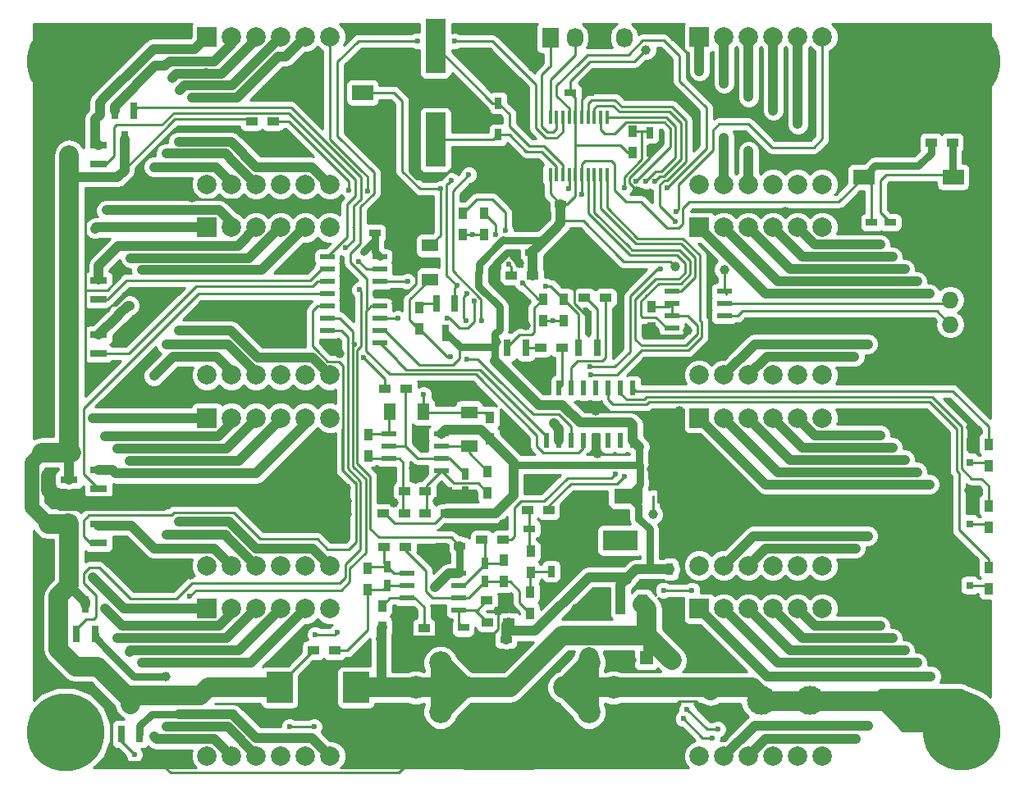
<source format=gbr>
G04 #@! TF.FileFunction,Copper,L1,Top,Signal*
%FSLAX46Y46*%
G04 Gerber Fmt 4.6, Leading zero omitted, Abs format (unit mm)*
G04 Created by KiCad (PCBNEW 4.0.4-1.fc24-product) date Wed May 17 21:12:50 2017*
%MOMM*%
%LPD*%
G01*
G04 APERTURE LIST*
%ADD10C,0.100000*%
%ADD11R,0.900000X1.200000*%
%ADD12R,2.999740X1.600200*%
%ADD13R,2.100580X5.600700*%
%ADD14R,1.699260X1.300480*%
%ADD15R,1.300480X1.699260*%
%ADD16R,2.700000X3.200000*%
%ADD17R,1.200000X0.750000*%
%ADD18R,0.750000X1.200000*%
%ADD19R,0.797560X0.797560*%
%ADD20C,2.349500*%
%ADD21R,1.727200X1.727200*%
%ADD22O,1.727200X1.727200*%
%ADD23R,1.727200X2.032000*%
%ADD24O,1.727200X2.032000*%
%ADD25R,1.800860X0.800100*%
%ADD26R,0.800100X1.800860*%
%ADD27R,1.200000X0.900000*%
%ADD28R,3.657600X2.032000*%
%ADD29R,1.016000X2.032000*%
%ADD30R,1.550000X0.600000*%
%ADD31R,0.450000X1.450000*%
%ADD32R,0.600000X1.500000*%
%ADD33R,1.500000X0.600000*%
%ADD34C,1.300000*%
%ADD35R,1.300000X1.300000*%
%ADD36R,1.397000X1.397000*%
%ADD37C,1.397000*%
%ADD38R,2.180000X1.600000*%
%ADD39C,3.000000*%
%ADD40C,8.000000*%
%ADD41R,2.032000X2.032000*%
%ADD42C,2.000000*%
%ADD43C,1.000000*%
%ADD44C,0.600000*%
%ADD45C,1.000000*%
%ADD46C,0.254000*%
%ADD47C,0.800000*%
%ADD48C,0.250000*%
%ADD49C,0.500000*%
%ADD50C,1.500000*%
%ADD51C,2.000000*%
G04 APERTURE END LIST*
D10*
D11*
X147955000Y-100500000D03*
X147955000Y-102700000D03*
D12*
X110792260Y-93129100D03*
X115191540Y-93129100D03*
D13*
X90881200Y-46662340D03*
X90881200Y-56360060D03*
D14*
X90322400Y-70787260D03*
X90322400Y-67287140D03*
X94361000Y-87983060D03*
X94361000Y-84482940D03*
D15*
X86133940Y-84455000D03*
X89634060Y-84455000D03*
D16*
X82690000Y-112903000D03*
X74790000Y-112903000D03*
D17*
X137805200Y-64884300D03*
X135905200Y-64884300D03*
X86522600Y-65989200D03*
X84622600Y-65989200D03*
X91506000Y-98298000D03*
X93406000Y-98298000D03*
X101920000Y-63042800D03*
X103820000Y-63042800D03*
X106690200Y-51460400D03*
X104790200Y-51460400D03*
X96255800Y-107975400D03*
X98155800Y-107975400D03*
X98872000Y-68046600D03*
X100772000Y-68046600D03*
D18*
X115062000Y-98795800D03*
X115062000Y-100695800D03*
X113030000Y-55615800D03*
X113030000Y-57515800D03*
X97332800Y-57744400D03*
X97332800Y-55844400D03*
X97383600Y-50662800D03*
X97383600Y-52562800D03*
D17*
X102486500Y-96520000D03*
X100586500Y-96520000D03*
D18*
X102819200Y-99024400D03*
X102819200Y-100924400D03*
X96012000Y-100078500D03*
X96012000Y-101978500D03*
X85953600Y-100459500D03*
X85953600Y-102359500D03*
D17*
X91861600Y-106743500D03*
X93761600Y-106743500D03*
D18*
X93980000Y-90871000D03*
X93980000Y-92771000D03*
D19*
X146050000Y-102349300D03*
X146050000Y-100850700D03*
X146050000Y-89649300D03*
X146050000Y-88150700D03*
X146050000Y-95999300D03*
X146050000Y-94500700D03*
D20*
X93939360Y-112903000D03*
X88859360Y-112903000D03*
X104178100Y-112903000D03*
X109258100Y-112903000D03*
X91399360Y-115443000D03*
X91399360Y-110363000D03*
X106718100Y-115443000D03*
X106718100Y-110363000D03*
D21*
X144018000Y-67818000D03*
D22*
X146558000Y-67818000D03*
X144018000Y-70358000D03*
X146558000Y-70358000D03*
X144018000Y-72898000D03*
X146558000Y-72898000D03*
X144018000Y-75438000D03*
X146558000Y-75438000D03*
X144018000Y-77978000D03*
X146558000Y-77978000D03*
D23*
X102743000Y-45847000D03*
D24*
X105283000Y-45847000D03*
X107823000Y-45847000D03*
X110363000Y-45847000D03*
D25*
X56111140Y-78420000D03*
X56111140Y-76520000D03*
X53108860Y-77470000D03*
X56111140Y-92390000D03*
X56111140Y-90490000D03*
X53108860Y-91440000D03*
D26*
X58486000Y-117706140D03*
X60386000Y-117706140D03*
X59436000Y-114703860D03*
D25*
X56111140Y-72832000D03*
X56111140Y-70932000D03*
X53108860Y-71882000D03*
D26*
X53850000Y-107373140D03*
X55750000Y-107373140D03*
X54800000Y-104370860D03*
X59751000Y-53362860D03*
X57851000Y-53362860D03*
X58801000Y-56365140D03*
D25*
X56111140Y-97978000D03*
X56111140Y-96078000D03*
X53108860Y-97028000D03*
X56111140Y-58862000D03*
X56111140Y-56962000D03*
X53108860Y-57912000D03*
D26*
X92898000Y-73276460D03*
X90998000Y-73276460D03*
X91948000Y-76278740D03*
X105679200Y-77853540D03*
X107579200Y-77853540D03*
X106629200Y-74851260D03*
X98313200Y-77802740D03*
X100213200Y-77802740D03*
X99263200Y-74800460D03*
D27*
X74112300Y-54457600D03*
X71912300Y-54457600D03*
X144229000Y-56642000D03*
X142029000Y-56642000D03*
D11*
X111201200Y-57665800D03*
X111201200Y-55465800D03*
X113157000Y-73576000D03*
X113157000Y-75776000D03*
D27*
X98722000Y-70358000D03*
X100922000Y-70358000D03*
X102573000Y-94615000D03*
X100373000Y-94615000D03*
D11*
X100711000Y-98849000D03*
X100711000Y-101049000D03*
X100647500Y-105240000D03*
X100647500Y-103040000D03*
D27*
X95674000Y-97663000D03*
X97874000Y-97663000D03*
X87495200Y-106794300D03*
X89695200Y-106794300D03*
D11*
X97917000Y-99801500D03*
X97917000Y-102001500D03*
X85394800Y-104475100D03*
X85394800Y-106675100D03*
D27*
X87764800Y-98399600D03*
X85564800Y-98399600D03*
X80475000Y-109093000D03*
X78275000Y-109093000D03*
D11*
X83921600Y-100601600D03*
X83921600Y-102801600D03*
D27*
X98445500Y-106172000D03*
X96245500Y-106172000D03*
X96182000Y-103949500D03*
X98382000Y-103949500D03*
D11*
X89204800Y-73677600D03*
X89204800Y-75877600D03*
X96520000Y-87206000D03*
X96520000Y-85006000D03*
X83947000Y-88984000D03*
X83947000Y-86784000D03*
X147955000Y-87800000D03*
X147955000Y-90000000D03*
X147955000Y-94150000D03*
X147955000Y-96350000D03*
X104140000Y-72814000D03*
X104140000Y-75014000D03*
X101981000Y-72814000D03*
X101981000Y-75014000D03*
X95885000Y-63924000D03*
X95885000Y-66124000D03*
X93726000Y-63924000D03*
X93726000Y-66124000D03*
D28*
X109982000Y-97739200D03*
D29*
X109982000Y-104343200D03*
X112268000Y-104343200D03*
X107696000Y-104343200D03*
D30*
X115283000Y-72009000D03*
X115283000Y-73279000D03*
X115283000Y-74549000D03*
X115283000Y-75819000D03*
X120683000Y-75819000D03*
X120683000Y-74549000D03*
X120683000Y-73279000D03*
X120683000Y-72009000D03*
D31*
X102739000Y-59973000D03*
X103389000Y-59973000D03*
X104039000Y-59973000D03*
X104689000Y-59973000D03*
X105339000Y-59973000D03*
X105989000Y-59973000D03*
X106639000Y-59973000D03*
X107289000Y-59973000D03*
X107939000Y-59973000D03*
X108589000Y-59973000D03*
X108589000Y-54073000D03*
X107939000Y-54073000D03*
X107289000Y-54073000D03*
X106639000Y-54073000D03*
X105989000Y-54073000D03*
X105339000Y-54073000D03*
X104689000Y-54073000D03*
X104039000Y-54073000D03*
X103389000Y-54073000D03*
X102739000Y-54073000D03*
D30*
X87927200Y-101130100D03*
X87927200Y-102400100D03*
X87927200Y-103670100D03*
X87927200Y-104940100D03*
X93327200Y-104940100D03*
X93327200Y-103670100D03*
X93327200Y-102400100D03*
X93327200Y-101130100D03*
D32*
X111252000Y-82009000D03*
X109982000Y-82009000D03*
X108712000Y-82009000D03*
X107442000Y-82009000D03*
X106172000Y-82009000D03*
X104902000Y-82009000D03*
X103632000Y-82009000D03*
X102362000Y-82009000D03*
X102362000Y-87409000D03*
X103632000Y-87409000D03*
X104902000Y-87409000D03*
X106172000Y-87409000D03*
X107442000Y-87409000D03*
X108712000Y-87409000D03*
X109982000Y-87409000D03*
X111252000Y-87409000D03*
D30*
X86073000Y-86741000D03*
X86073000Y-88011000D03*
X86073000Y-89281000D03*
X86073000Y-90551000D03*
X91473000Y-90551000D03*
X91473000Y-89281000D03*
X91473000Y-88011000D03*
X91473000Y-86741000D03*
D33*
X79723000Y-68453000D03*
X79723000Y-69723000D03*
X79723000Y-70993000D03*
X79723000Y-72263000D03*
X79723000Y-73533000D03*
X79723000Y-74803000D03*
X79723000Y-76073000D03*
X79723000Y-77343000D03*
X85123000Y-77343000D03*
X85123000Y-76073000D03*
X85123000Y-74803000D03*
X85123000Y-73533000D03*
X85123000Y-72263000D03*
X85123000Y-70993000D03*
X85123000Y-69723000D03*
X85123000Y-68453000D03*
D11*
X96266000Y-92794000D03*
X96266000Y-90594000D03*
D27*
X89832000Y-94932500D03*
X92032000Y-94932500D03*
X92032000Y-92646500D03*
X89832000Y-92646500D03*
X87714000Y-94932500D03*
X85514000Y-94932500D03*
X85514000Y-92646500D03*
X87714000Y-92646500D03*
X87904500Y-82042000D03*
X85704500Y-82042000D03*
X106240400Y-72694800D03*
X108440400Y-72694800D03*
X101719200Y-77825600D03*
X103919200Y-77825600D03*
D10*
G36*
X119601777Y-112400734D02*
X120099266Y-113601777D01*
X118898223Y-114099266D01*
X118400734Y-112898223D01*
X119601777Y-112400734D01*
X119601777Y-112400734D01*
G37*
D34*
X114630602Y-115163417D03*
D35*
X50927000Y-96012000D03*
D34*
X50927000Y-91012000D03*
D36*
X112649000Y-109855000D03*
D37*
X112649000Y-117475000D03*
D38*
X144302430Y-60200320D03*
X135097570Y-60195680D03*
X83367830Y-51475420D03*
X74162970Y-51470780D03*
D39*
X124500000Y-114250000D03*
X129500000Y-114250000D03*
X124500000Y-94500000D03*
X129500000Y-94500000D03*
D40*
X145161000Y-117475000D03*
X145161000Y-48260000D03*
X52750000Y-48250000D03*
X52750000Y-117500000D03*
D41*
X118110000Y-104775000D03*
D42*
X120650000Y-104775000D03*
X123190000Y-104775000D03*
X125730000Y-104775000D03*
X128270000Y-104775000D03*
X130810000Y-104775000D03*
X125730000Y-120015000D03*
X128270000Y-120015000D03*
X118110000Y-120015000D03*
X120650000Y-120015000D03*
X130810000Y-120015000D03*
X123190000Y-120015000D03*
D41*
X118110000Y-85090000D03*
D42*
X120650000Y-85090000D03*
X123190000Y-85090000D03*
X125730000Y-85090000D03*
X128270000Y-85090000D03*
X130810000Y-85090000D03*
X125730000Y-100330000D03*
X128270000Y-100330000D03*
X118110000Y-100330000D03*
X120650000Y-100330000D03*
X130810000Y-100330000D03*
X123190000Y-100330000D03*
D41*
X118110000Y-65405000D03*
D42*
X120650000Y-65405000D03*
X123190000Y-65405000D03*
X125730000Y-65405000D03*
X128270000Y-65405000D03*
X130810000Y-65405000D03*
X125730000Y-80645000D03*
X128270000Y-80645000D03*
X118110000Y-80645000D03*
X120650000Y-80645000D03*
X130810000Y-80645000D03*
X123190000Y-80645000D03*
D41*
X118110000Y-45720000D03*
D42*
X120650000Y-45720000D03*
X123190000Y-45720000D03*
X125730000Y-45720000D03*
X128270000Y-45720000D03*
X130810000Y-45720000D03*
X125730000Y-60960000D03*
X128270000Y-60960000D03*
X118110000Y-60960000D03*
X120650000Y-60960000D03*
X130810000Y-60960000D03*
X123190000Y-60960000D03*
D41*
X67310000Y-45720000D03*
D42*
X69850000Y-45720000D03*
X72390000Y-45720000D03*
X74930000Y-45720000D03*
X77470000Y-45720000D03*
X80010000Y-45720000D03*
X74930000Y-60960000D03*
X77470000Y-60960000D03*
X67310000Y-60960000D03*
X69850000Y-60960000D03*
X80010000Y-60960000D03*
X72390000Y-60960000D03*
D41*
X67310000Y-65405000D03*
D42*
X69850000Y-65405000D03*
X72390000Y-65405000D03*
X74930000Y-65405000D03*
X77470000Y-65405000D03*
X80010000Y-65405000D03*
X74930000Y-80645000D03*
X77470000Y-80645000D03*
X67310000Y-80645000D03*
X69850000Y-80645000D03*
X80010000Y-80645000D03*
X72390000Y-80645000D03*
D41*
X67310000Y-85090000D03*
D42*
X69850000Y-85090000D03*
X72390000Y-85090000D03*
X74930000Y-85090000D03*
X77470000Y-85090000D03*
X80010000Y-85090000D03*
X74930000Y-100330000D03*
X77470000Y-100330000D03*
X67310000Y-100330000D03*
X69850000Y-100330000D03*
X80010000Y-100330000D03*
X72390000Y-100330000D03*
D41*
X67310000Y-104775000D03*
D42*
X69850000Y-104775000D03*
X72390000Y-104775000D03*
X74930000Y-104775000D03*
X77470000Y-104775000D03*
X80010000Y-104775000D03*
X74930000Y-120015000D03*
X77470000Y-120015000D03*
X67310000Y-120015000D03*
X69850000Y-120015000D03*
X80010000Y-120015000D03*
X72390000Y-120015000D03*
D43*
X113322100Y-95059500D03*
D44*
X81927700Y-61544200D03*
X105994200Y-62014100D03*
D43*
X52895000Y-53548000D03*
X51752000Y-55580000D03*
X49974000Y-57866000D03*
X50038000Y-55580000D03*
X49974000Y-53548000D03*
X140525000Y-51135000D03*
X142430000Y-53548000D03*
X147637000Y-56215000D03*
X145097000Y-53548000D03*
X147637000Y-53548000D03*
X50038000Y-85598000D03*
X50038000Y-83312000D03*
X50038000Y-81026000D03*
X50038000Y-78486000D03*
X120396000Y-115570000D03*
X119634000Y-109474000D03*
X74993500Y-109474000D03*
X63309500Y-120713500D03*
X50038000Y-103632000D03*
X50038000Y-106426000D03*
X50038000Y-109220000D03*
X50038000Y-101346000D03*
X119278400Y-95237300D03*
X117983000Y-98171000D03*
X130429000Y-102489000D03*
X85852000Y-45085000D03*
X97917000Y-45593000D03*
X115570000Y-45720000D03*
X145986000Y-92537000D03*
X146113000Y-86060000D03*
X111188500Y-110109000D03*
X88646000Y-90297000D03*
X89281000Y-86931500D03*
X101917500Y-91757500D03*
X98742500Y-86614000D03*
X97853500Y-96075500D03*
X93345000Y-82296000D03*
X77343000Y-68199000D03*
D44*
X81534000Y-70548500D03*
D43*
X65786000Y-62357000D03*
X68453000Y-82804000D03*
X72390000Y-74549000D03*
X68529200Y-93116400D03*
X65595500Y-101282500D03*
X127000000Y-63754000D03*
X127762000Y-75742800D03*
X111620300Y-61620400D03*
X78486000Y-47739300D03*
X113157000Y-90360500D03*
X119240300Y-91922600D03*
X119202200Y-93649800D03*
X143332200Y-98463100D03*
X143332200Y-96672400D03*
X143243300Y-93408500D03*
X143306800Y-94970600D03*
X113385600Y-91414600D03*
X119024400Y-90119200D03*
X106603800Y-93878400D03*
X107772200Y-94818200D03*
X116890800Y-76034900D03*
X107556300Y-88773000D03*
X100266500Y-75514200D03*
X88112600Y-47675800D03*
X107442000Y-84353400D03*
X116027200Y-84328000D03*
X81000600Y-78384400D03*
X86817200Y-73228200D03*
X76073000Y-95351600D03*
X76098400Y-93929200D03*
X75996800Y-92481400D03*
X81737200Y-94996000D03*
X81711800Y-92329000D03*
X81762600Y-93624400D03*
X114249200Y-47396400D03*
X95656400Y-47675800D03*
X86766400Y-63779400D03*
X99593400Y-69113400D03*
X101981000Y-64262000D03*
X105841800Y-71170800D03*
X102336600Y-80391000D03*
X86563200Y-93853000D03*
X91059000Y-93675200D03*
X91236800Y-100076000D03*
X97330798Y-105005602D03*
X105359200Y-104749600D03*
X102463600Y-103378000D03*
X116255800Y-79451200D03*
D44*
X85242400Y-107899200D03*
X90805000Y-102565200D03*
X83489800Y-67894200D03*
X83058000Y-71856600D03*
D43*
X120700800Y-69773800D03*
X97205800Y-77241400D03*
X115646200Y-69469000D03*
X112623600Y-47066200D03*
X103073200Y-85623400D03*
X105816400Y-85572600D03*
D44*
X110350300Y-61290200D03*
X104597200Y-61366400D03*
X91414600Y-61442600D03*
X92456000Y-78740000D03*
X89662000Y-82677000D03*
X114427000Y-102870000D03*
X117348000Y-102870000D03*
X116459000Y-116128800D03*
X119430800Y-118110000D03*
X116865400Y-115163600D03*
X120015000Y-117221000D03*
X115697000Y-63792100D03*
D43*
X55498500Y-101554000D03*
X55750000Y-54250000D03*
X141859000Y-91948000D03*
X141859000Y-72263000D03*
X141986000Y-111760000D03*
X118110000Y-49276000D03*
X55499000Y-85090000D03*
X55753000Y-65532000D03*
X56768500Y-104729000D03*
X63000000Y-48750000D03*
X56769000Y-86995000D03*
X56953002Y-63627000D03*
X140589000Y-90678000D03*
X140589000Y-70993000D03*
X140589000Y-110363000D03*
X120650000Y-50546000D03*
X63750000Y-50000000D03*
X58039000Y-88265000D03*
X58166000Y-67310000D03*
X139319000Y-89408000D03*
X139319000Y-69723000D03*
X139319000Y-109093000D03*
X123190000Y-51943000D03*
X58039000Y-107823000D03*
X59308500Y-73487000D03*
X64500000Y-51250000D03*
X59309000Y-89535000D03*
X138049000Y-88138000D03*
X138049000Y-68453000D03*
X138049000Y-107823000D03*
X125730000Y-53340000D03*
X59309000Y-109220000D03*
X59436000Y-68580000D03*
X65750000Y-52000000D03*
X136779000Y-86868000D03*
X136779000Y-67183000D03*
X136779000Y-106553000D03*
X128270000Y-54737000D03*
X60579000Y-110363000D03*
X60579000Y-90805000D03*
X60579000Y-69780002D03*
D44*
X83858100Y-61633100D03*
D43*
X61848500Y-80726000D03*
X61849000Y-98552000D03*
X61849000Y-117983000D03*
X61849000Y-59182000D03*
X135509000Y-97282000D03*
X135509000Y-77470000D03*
X135509000Y-116840000D03*
X120650000Y-56134000D03*
X64389000Y-115697000D03*
X64389000Y-95758000D03*
X64389000Y-76073000D03*
X64389000Y-56584998D03*
X63100000Y-111800000D03*
X63119000Y-97155000D03*
X63119000Y-57785000D03*
X63119000Y-77470000D03*
X134239000Y-98552000D03*
X134112000Y-78740000D03*
X134239000Y-118237000D03*
X123190000Y-57531000D03*
X63119000Y-116967000D03*
D44*
X78486000Y-107442000D03*
X80772000Y-107188000D03*
X75819000Y-116967000D03*
X78359000Y-116967000D03*
X59816500Y-119842000D03*
X82524600Y-77470000D03*
X65532000Y-103505000D03*
X83439000Y-78816200D03*
X81635600Y-67513200D03*
X82956400Y-68910200D03*
X98412300Y-69227700D03*
X92506800Y-60553600D03*
X111607600Y-60604400D03*
X93116400Y-71424800D03*
X106819700Y-79819500D03*
X110401100Y-91135200D03*
X115620800Y-64757300D03*
X114096800Y-69697600D03*
X106883200Y-80645000D03*
X109423200Y-90893900D03*
X102997000Y-75057000D03*
X102235000Y-71462900D03*
X97104200Y-66167000D03*
X94742000Y-66167000D03*
X99898200Y-71183500D03*
X98107500Y-65760600D03*
X94043000Y-75011000D03*
X112598200Y-60629800D03*
X94132400Y-72263000D03*
X86995000Y-74803000D03*
X94157800Y-78994000D03*
X113487200Y-60629800D03*
X94335600Y-59969400D03*
X95656400Y-75006200D03*
X114757200Y-61290200D03*
X94869000Y-73025000D03*
X92100400Y-74777600D03*
X89027000Y-46151800D03*
X92862400Y-46202600D03*
X88011000Y-70993000D03*
D45*
X67299998Y-49549998D02*
X68250000Y-49549998D01*
X67250000Y-49500000D02*
X67299998Y-49549998D01*
X66250000Y-50750000D02*
X67000000Y-50750000D01*
D46*
X113322100Y-93167200D02*
X113322100Y-95059500D01*
X113360200Y-93129100D02*
X113322100Y-93167200D01*
X137805200Y-64884300D02*
X136779000Y-63858100D01*
X137414000Y-59944000D02*
X144046110Y-59944000D01*
X136779000Y-60579000D02*
X137414000Y-59944000D01*
X136779000Y-63858100D02*
X136779000Y-60579000D01*
X144046110Y-59944000D02*
X144302430Y-60200320D01*
D47*
X144229000Y-56642000D02*
X144229000Y-60126890D01*
X144229000Y-60126890D02*
X144302430Y-60200320D01*
D46*
X144302430Y-60200320D02*
X144190450Y-60312300D01*
D47*
X142029000Y-56642000D02*
X142029000Y-57742000D01*
X136238250Y-59055000D02*
X135097570Y-60195680D01*
X140716000Y-59055000D02*
X136238250Y-59055000D01*
X142029000Y-57742000D02*
X140716000Y-59055000D01*
D46*
X74112300Y-54457600D02*
X75768200Y-54457600D01*
X81927700Y-60617100D02*
X81927700Y-61544200D01*
X75768200Y-54457600D02*
X81927700Y-60617100D01*
X105989000Y-59973000D02*
X105994200Y-59978200D01*
X105994200Y-59978200D02*
X105994200Y-62014100D01*
X111226600Y-62750700D02*
X110540800Y-62750700D01*
X105989000Y-58857000D02*
X105989000Y-59973000D01*
X106311700Y-58534300D02*
X105989000Y-58857000D01*
X109042200Y-58534300D02*
X106311700Y-58534300D01*
X109372400Y-58864500D02*
X109042200Y-58534300D01*
X109372400Y-61582300D02*
X109372400Y-58864500D01*
X110540800Y-62750700D02*
X109372400Y-61582300D01*
X117106700Y-62776100D02*
X116433600Y-63449200D01*
X112090200Y-62750700D02*
X111226600Y-62750700D01*
X114795300Y-65455800D02*
X112090200Y-62750700D01*
X115989100Y-65455800D02*
X114795300Y-65455800D01*
X116433600Y-65011300D02*
X115989100Y-65455800D01*
X116433600Y-63449200D02*
X116433600Y-65011300D01*
X135097570Y-60195680D02*
X132517150Y-62776100D01*
X132517150Y-62776100D02*
X117106700Y-62776100D01*
X117106700Y-62776100D02*
X117094000Y-62776100D01*
X135097570Y-60195680D02*
X135602800Y-59690450D01*
X135905200Y-64884300D02*
X135905200Y-61003310D01*
X135905200Y-61003310D02*
X135097570Y-60195680D01*
X57244750Y-73709250D02*
X57530500Y-73423500D01*
X56332500Y-74621500D02*
X57244750Y-73709250D01*
X54791500Y-74621500D02*
X56332500Y-74621500D01*
X57530500Y-73423500D02*
X57911500Y-73423500D01*
X57911500Y-73423500D02*
X59054500Y-72280500D01*
X59054500Y-72280500D02*
X60832500Y-72280500D01*
X52750000Y-48250000D02*
X49974000Y-51026000D01*
X49974000Y-51026000D02*
X49974000Y-53548000D01*
X51752000Y-54691000D02*
X52895000Y-53548000D01*
X51752000Y-55580000D02*
X51752000Y-54691000D01*
X50038000Y-57802000D02*
X49974000Y-57866000D01*
X50038000Y-55580000D02*
X50038000Y-57802000D01*
X145161000Y-48260000D02*
X142430000Y-53150000D01*
X140525000Y-51135000D02*
X140525000Y-51262000D01*
X142430000Y-53150000D02*
X142430000Y-53548000D01*
X145161000Y-48260000D02*
X147637000Y-50736000D01*
X147637000Y-50736000D02*
X147637000Y-53548000D01*
X145097000Y-54056000D02*
X147637000Y-56215000D01*
X145097000Y-53548000D02*
X145097000Y-54056000D01*
X52750000Y-48250000D02*
X55453000Y-45547000D01*
X49974500Y-111206000D02*
X50736000Y-111206000D01*
X58610000Y-120985000D02*
X58610000Y-120840500D01*
X58465500Y-120840500D02*
X58610000Y-120985000D01*
X58338500Y-120840500D02*
X58465500Y-120840500D01*
X57467000Y-119969000D02*
X58338500Y-120840500D01*
X57467000Y-115270000D02*
X57467000Y-119969000D01*
X54800000Y-112603000D02*
X57467000Y-115270000D01*
X52133000Y-112603000D02*
X54800000Y-112603000D01*
X50736000Y-111206000D02*
X52133000Y-112603000D01*
X50038000Y-83312000D02*
X50038000Y-85598000D01*
X50038000Y-78486000D02*
X50038000Y-81026000D01*
D48*
X117750000Y-114300000D02*
X119020000Y-115570000D01*
D47*
X58610000Y-120840500D02*
X57658000Y-120840500D01*
X111019600Y-119380000D02*
X115290600Y-115109000D01*
X102920800Y-119380000D02*
X111019600Y-119380000D01*
X102870000Y-119329200D02*
X102920800Y-119380000D01*
D46*
X116099600Y-114300000D02*
X117750000Y-114300000D01*
X115290600Y-115109000D02*
X116099600Y-114300000D01*
X57658000Y-120840500D02*
X62674500Y-120840500D01*
X62674500Y-120840500D02*
X63563500Y-121729500D01*
X63563500Y-121729500D02*
X87122000Y-121729500D01*
X87122000Y-121729500D02*
X88582500Y-120269000D01*
X88582500Y-120269000D02*
X92837000Y-120269000D01*
X92837000Y-120269000D02*
X93853000Y-121285000D01*
X93853000Y-121285000D02*
X100914200Y-121285000D01*
X100914200Y-121285000D02*
X102870000Y-119329200D01*
D48*
X119020000Y-115570000D02*
X120396000Y-115570000D01*
D47*
X63182500Y-120840500D02*
X58610000Y-120840500D01*
X63182500Y-120840500D02*
X63309500Y-120713500D01*
D46*
X50038000Y-109220000D02*
X49974500Y-109283500D01*
X50038000Y-106426000D02*
X50038000Y-109220000D01*
X50038000Y-102362000D02*
X50038000Y-101346000D01*
X50038000Y-102362000D02*
X50038000Y-103632000D01*
X49974500Y-109283500D02*
X49974500Y-111206000D01*
X129500000Y-94500000D02*
X124500000Y-94500000D01*
X124500000Y-94500000D02*
X125000000Y-95000000D01*
X125000000Y-95000000D02*
X127000000Y-95000000D01*
X127000000Y-95000000D02*
X127000000Y-94970600D01*
X65786000Y-62357000D02*
X65913000Y-62484000D01*
X70104000Y-62484000D02*
X70612000Y-62992000D01*
X65913000Y-62484000D02*
X70104000Y-62484000D01*
X119278400Y-95237300D02*
X117983000Y-96532700D01*
X117983000Y-96532700D02*
X117983000Y-98171000D01*
X143332200Y-98463100D02*
X139306300Y-102489000D01*
X139306300Y-102489000D02*
X130429000Y-102489000D01*
X59944000Y-62420500D02*
X59944000Y-59309000D01*
X71882000Y-56769000D02*
X75184000Y-56769000D01*
X70358000Y-55245000D02*
X71882000Y-56769000D01*
X64008000Y-55245000D02*
X70358000Y-55245000D01*
X59944000Y-59309000D02*
X64008000Y-55245000D01*
D47*
X146050000Y-94500700D02*
X146113000Y-92664000D01*
X146113000Y-92664000D02*
X145986000Y-92537000D01*
X146050000Y-88150700D02*
X146113000Y-86060000D01*
X98742500Y-86614000D02*
X98615500Y-86614000D01*
X97853500Y-96075500D02*
X97790000Y-96075500D01*
D46*
X55213250Y-63150750D02*
X55943500Y-62420500D01*
X60452000Y-62230000D02*
X65659000Y-62230000D01*
X65659000Y-62230000D02*
X65786000Y-62357000D01*
X60261500Y-62420500D02*
X60452000Y-62230000D01*
X55943500Y-62420500D02*
X59944000Y-62420500D01*
X59944000Y-62420500D02*
X60261500Y-62420500D01*
X146558000Y-54864000D02*
X139890500Y-54864000D01*
X136652000Y-54356000D02*
X136652000Y-57404000D01*
X139382500Y-54356000D02*
X136652000Y-54356000D01*
X139890500Y-54864000D02*
X139382500Y-54356000D01*
X54737000Y-71882000D02*
X57023000Y-71882000D01*
X58420000Y-70485000D02*
X58420000Y-70104000D01*
X57023000Y-71882000D02*
X58420000Y-70485000D01*
X54737000Y-67564000D02*
X55880000Y-67564000D01*
X54737000Y-74676000D02*
X54791500Y-74621500D01*
X54791500Y-74621500D02*
X54864000Y-74549000D01*
X55245000Y-63119000D02*
X55213250Y-63150750D01*
X55213250Y-63150750D02*
X54737000Y-63627000D01*
X54737000Y-80264000D02*
X55118000Y-80645000D01*
X54737000Y-63627000D02*
X54737000Y-67564000D01*
X54737000Y-67564000D02*
X54737000Y-71882000D01*
X54737000Y-71882000D02*
X54737000Y-74676000D01*
X54737000Y-74676000D02*
X54737000Y-80264000D01*
X63881000Y-101282500D02*
X63436500Y-100838000D01*
X65595500Y-101282500D02*
X63881000Y-101282500D01*
X144018000Y-67818000D02*
X142240000Y-66040000D01*
X131826000Y-63754000D02*
X127000000Y-63754000D01*
X133604000Y-65532000D02*
X131826000Y-63754000D01*
X133604000Y-66040000D02*
X133604000Y-65532000D01*
X134620000Y-66040000D02*
X133604000Y-66040000D01*
X142240000Y-66040000D02*
X134620000Y-66040000D01*
X110883700Y-60807600D02*
X111620300Y-61544200D01*
X111620300Y-61544200D02*
X111620300Y-61620400D01*
D47*
X74162970Y-51470780D02*
X74754520Y-51470780D01*
X74754520Y-51470780D02*
X78486000Y-47739300D01*
X113385600Y-91414600D02*
X113157000Y-91186000D01*
X113157000Y-91186000D02*
X113157000Y-90360500D01*
X119278400Y-95237300D02*
X119545100Y-94970600D01*
D46*
X118033800Y-93129100D02*
X119240300Y-91922600D01*
X119202200Y-93649800D02*
X119278400Y-93726000D01*
X119278400Y-93726000D02*
X119278400Y-95237300D01*
X115191540Y-93129100D02*
X118033800Y-93129100D01*
D47*
X143332200Y-98488500D02*
X143383000Y-98539300D01*
X143332200Y-98463100D02*
X143332200Y-98488500D01*
X143243300Y-96583500D02*
X143332200Y-96672400D01*
X143243300Y-93408500D02*
X143243300Y-96583500D01*
X119545100Y-94970600D02*
X127000000Y-94970600D01*
X127000000Y-94970600D02*
X143306800Y-94970600D01*
D46*
X115191540Y-93129100D02*
X115100100Y-93129100D01*
X115100100Y-93129100D02*
X113385600Y-91414600D01*
X119024400Y-90119200D02*
X118201440Y-90119200D01*
X116027200Y-87122000D02*
X119024400Y-90119200D01*
X116027200Y-84328000D02*
X116027200Y-87122000D01*
X118201440Y-90119200D02*
X115191540Y-93129100D01*
X115062000Y-98795800D02*
X115062000Y-93258640D01*
X115062000Y-93258640D02*
X115191540Y-93129100D01*
X102486500Y-96520000D02*
X106070400Y-96520000D01*
D47*
X107543600Y-94818200D02*
X107772200Y-94818200D01*
X106603800Y-93878400D02*
X107543600Y-94818200D01*
D46*
X106070400Y-96520000D02*
X107772200Y-94818200D01*
X113030000Y-57515800D02*
X113030000Y-58191400D01*
X110883700Y-60337700D02*
X110883700Y-60807600D01*
X113030000Y-58191400D02*
X110883700Y-60337700D01*
X113927800Y-76546800D02*
X116378900Y-76546800D01*
X116378900Y-76546800D02*
X116890800Y-76034900D01*
X107442000Y-87409000D02*
X107442000Y-88658700D01*
X107442000Y-88658700D02*
X107556300Y-88773000D01*
D47*
X98872000Y-68046600D02*
X98247200Y-68046600D01*
X99263200Y-73533000D02*
X99263200Y-74800460D01*
X97091500Y-71361300D02*
X99263200Y-73533000D01*
X97091500Y-69202300D02*
X97091500Y-71361300D01*
X98247200Y-68046600D02*
X97091500Y-69202300D01*
X100266500Y-75514200D02*
X99552760Y-74800460D01*
X99552760Y-74800460D02*
X99263200Y-74800460D01*
D46*
X97332800Y-57744400D02*
X94147600Y-57744400D01*
X88188800Y-47752000D02*
X88112600Y-47675800D01*
X88188800Y-59639200D02*
X88188800Y-47752000D01*
X88950800Y-60401200D02*
X88188800Y-59639200D01*
X91490800Y-60401200D02*
X88950800Y-60401200D01*
X94147600Y-57744400D02*
X91490800Y-60401200D01*
X116027200Y-84328000D02*
X115951000Y-84404200D01*
X115951000Y-84404200D02*
X107492800Y-84404200D01*
X107492800Y-84404200D02*
X107442000Y-84353400D01*
D49*
X145161000Y-48260000D02*
X146558000Y-49657000D01*
X146558000Y-49657000D02*
X146558000Y-54864000D01*
X146558000Y-54864000D02*
X146558000Y-67818000D01*
X146735800Y-78155800D02*
X146558000Y-77978000D01*
X144018000Y-67818000D02*
X146558000Y-67818000D01*
X146558000Y-67818000D02*
X146558000Y-70358000D01*
X146558000Y-70358000D02*
X144018000Y-70358000D01*
X144018000Y-70358000D02*
X146558000Y-70358000D01*
X146558000Y-70358000D02*
X146558000Y-72898000D01*
X146558000Y-72898000D02*
X146558000Y-76022200D01*
X146558000Y-76022200D02*
X146558000Y-75438000D01*
X146558000Y-75438000D02*
X146558000Y-77978000D01*
X146558000Y-77978000D02*
X144018000Y-77978000D01*
X120683000Y-75819000D02*
X120759200Y-75742800D01*
X120759200Y-75742800D02*
X127762000Y-75742800D01*
X127762000Y-75742800D02*
X141782800Y-75742800D01*
X141782800Y-75742800D02*
X144018000Y-77978000D01*
D46*
X79959200Y-77343000D02*
X81000600Y-78384400D01*
X86766400Y-73177400D02*
X86766400Y-72263000D01*
X86817200Y-73228200D02*
X86766400Y-73177400D01*
X79723000Y-77343000D02*
X79959200Y-77343000D01*
X68529200Y-93116400D02*
X75285600Y-93116400D01*
D50*
X50927000Y-92532200D02*
X52298600Y-93903800D01*
X52298600Y-93903800D02*
X62738000Y-93903800D01*
X62738000Y-93903800D02*
X63525400Y-93116400D01*
X63525400Y-93116400D02*
X68529200Y-93116400D01*
X50927000Y-91012000D02*
X50927000Y-92532200D01*
D46*
X75285600Y-93116400D02*
X76098400Y-93929200D01*
D47*
X76098400Y-93929200D02*
X76098400Y-95326200D01*
X76098400Y-95326200D02*
X76073000Y-95351600D01*
X81762600Y-93624400D02*
X81457800Y-93929200D01*
X81457800Y-93929200D02*
X76098400Y-93929200D01*
X75996800Y-92481400D02*
X76022200Y-92506800D01*
X81762600Y-93624400D02*
X81762600Y-94970600D01*
X81762600Y-94970600D02*
X81737200Y-94996000D01*
D46*
X106690200Y-51460400D02*
X107137200Y-51460400D01*
X107137200Y-51460400D02*
X108305600Y-50292000D01*
X111353600Y-50292000D02*
X114249200Y-47396400D01*
X108305600Y-50292000D02*
X111353600Y-50292000D01*
X97383600Y-50662800D02*
X97383600Y-49403000D01*
X97383600Y-49403000D02*
X95656400Y-47675800D01*
D47*
X86522600Y-64023200D02*
X86766400Y-63779400D01*
X86522600Y-65989200D02*
X86522600Y-64023200D01*
X98872000Y-68392000D02*
X99593400Y-69113400D01*
X101920000Y-64201000D02*
X101981000Y-64262000D01*
X101920000Y-64201000D02*
X101920000Y-63042800D01*
D46*
X97332800Y-57744400D02*
X97332800Y-58267600D01*
X97332800Y-58267600D02*
X101920000Y-62854800D01*
X101920000Y-62854800D02*
X101920000Y-63042800D01*
X106629200Y-74851260D02*
X106629200Y-74663972D01*
X106629200Y-74663972D02*
X105206800Y-73241572D01*
X105206800Y-71805800D02*
X105841800Y-71170800D01*
X105206800Y-73241572D02*
X105206800Y-71805800D01*
X102362000Y-80416400D02*
X102362000Y-82009000D01*
X102336600Y-80391000D02*
X102362000Y-80416400D01*
X85514000Y-92646500D02*
X85514000Y-92803800D01*
X85514000Y-92803800D02*
X86563200Y-93853000D01*
X92032000Y-92646500D02*
X92032000Y-92702200D01*
X92032000Y-92702200D02*
X91059000Y-93675200D01*
X91506000Y-98298000D02*
X91506000Y-99806800D01*
X91506000Y-99806800D02*
X91236800Y-100076000D01*
X98382000Y-103949500D02*
X98382000Y-103954400D01*
X98382000Y-103954400D02*
X97330798Y-105005602D01*
X107696000Y-104343200D02*
X105765600Y-104343200D01*
X105765600Y-104343200D02*
X105359200Y-104749600D01*
X103342400Y-99024400D02*
X102819200Y-99024400D01*
X103911400Y-99593400D02*
X103342400Y-99024400D01*
X103911400Y-101930200D02*
X103911400Y-99593400D01*
X102463600Y-103378000D02*
X103911400Y-101930200D01*
X102819200Y-99024400D02*
X102819200Y-96852700D01*
X102819200Y-96852700D02*
X102486500Y-96520000D01*
X113157000Y-75776000D02*
X113927800Y-76546800D01*
X120683000Y-77411600D02*
X120683000Y-75819000D01*
X119126000Y-78968600D02*
X120683000Y-77411600D01*
X116738400Y-78968600D02*
X119126000Y-78968600D01*
X116255800Y-79451200D02*
X116738400Y-78968600D01*
X85123000Y-72263000D02*
X86766400Y-72263000D01*
X86766400Y-72263000D02*
X87782400Y-72263000D01*
X87782400Y-72263000D02*
X87833200Y-72263000D01*
X87833200Y-72263000D02*
X88900000Y-71196200D01*
X88900000Y-71196200D02*
X88900000Y-68366600D01*
X88900000Y-68366600D02*
X86522600Y-65989200D01*
D47*
X98872000Y-68046600D02*
X98872000Y-68392000D01*
D48*
X91861600Y-106743500D02*
X93093500Y-107975400D01*
X93093500Y-107975400D02*
X96255800Y-107975400D01*
X87495200Y-106794300D02*
X88346100Y-107645200D01*
X90959900Y-107645200D02*
X91861600Y-106743500D01*
X88346100Y-107645200D02*
X90959900Y-107645200D01*
X87927200Y-104940100D02*
X87927200Y-106362300D01*
X87927200Y-106362300D02*
X87495200Y-106794300D01*
X98382000Y-103954400D02*
X97330798Y-105005602D01*
X97330798Y-106900402D02*
X96255800Y-107975400D01*
X97330798Y-105005602D02*
X97330798Y-106900402D01*
X105989000Y-54073000D02*
X105989000Y-52161600D01*
X105989000Y-52161600D02*
X106690200Y-51460400D01*
X91882000Y-92646500D02*
X92006500Y-92771000D01*
X92006500Y-92771000D02*
X93980000Y-92771000D01*
X85664000Y-92646500D02*
X86073000Y-92237500D01*
X86073000Y-92237500D02*
X86073000Y-90551000D01*
D47*
X93327200Y-101130100D02*
X93406000Y-101051300D01*
X93406000Y-101051300D02*
X93406000Y-98298000D01*
X85123000Y-68453000D02*
X84622600Y-67952600D01*
D45*
X93327200Y-101130100D02*
X92240100Y-101130100D01*
X92240100Y-101130100D02*
X90805000Y-102565200D01*
X85242400Y-107899200D02*
X85318600Y-107899200D01*
X85318600Y-107899200D02*
X85242400Y-107899200D01*
X85242400Y-107899200D02*
X85318600Y-107899200D01*
X85394800Y-106675100D02*
X85318600Y-106751300D01*
X85318600Y-106751300D02*
X85318600Y-107899200D01*
X85318600Y-107899200D02*
X85318600Y-112903000D01*
D51*
X85318600Y-112903000D02*
X82690000Y-112903000D01*
D47*
X84622600Y-67952600D02*
X84622600Y-66675000D01*
X84622600Y-66675000D02*
X84622600Y-66761400D01*
X84622600Y-66761400D02*
X83489800Y-67894200D01*
X112649000Y-109855000D02*
X112649000Y-107569000D01*
X112649000Y-107569000D02*
X112699800Y-107518200D01*
D46*
X84175600Y-95834200D02*
X84175600Y-96520000D01*
X92529700Y-97421700D02*
X93406000Y-98298000D01*
X85077300Y-97421700D02*
X92529700Y-97421700D01*
X84175600Y-96520000D02*
X85077300Y-97421700D01*
D51*
X91399360Y-115443000D02*
X93939360Y-112903000D01*
X93939360Y-112903000D02*
X91399360Y-110363000D01*
D46*
X82800802Y-89789000D02*
X84175600Y-91163798D01*
X84175600Y-91163798D02*
X84175600Y-95834200D01*
X82800802Y-78108198D02*
X82800802Y-89789000D01*
X83210400Y-77698600D02*
X82800802Y-78108198D01*
X83210400Y-72009000D02*
X83210400Y-77698600D01*
X83058000Y-71856600D02*
X83210400Y-72009000D01*
D47*
X84622600Y-66675000D02*
X84622600Y-65989200D01*
D45*
X93406000Y-98298000D02*
X93327200Y-98376800D01*
D51*
X112699800Y-107518200D02*
X112699800Y-104775000D01*
X112699800Y-104775000D02*
X112268000Y-104343200D01*
X93939360Y-112903000D02*
X98602800Y-112903000D01*
X98602800Y-112903000D02*
X103987600Y-107518200D01*
X103987600Y-107518200D02*
X112699800Y-107518200D01*
X112699800Y-107518200D02*
X115290600Y-110109000D01*
X93939360Y-112903000D02*
X88859360Y-112903000D01*
X91399360Y-115443000D02*
X91399360Y-110363000D01*
X88859360Y-112903000D02*
X85318600Y-112903000D01*
D47*
X110792260Y-93129100D02*
X111823500Y-94160340D01*
X113004600Y-96570800D02*
X113004600Y-100695800D01*
X111925100Y-95491300D02*
X113004600Y-96570800D01*
X111823500Y-95491300D02*
X111925100Y-95491300D01*
X111823500Y-94160340D02*
X111823500Y-95491300D01*
X111988600Y-90093800D02*
X111925100Y-90030300D01*
X111925100Y-90030300D02*
X111925100Y-88082100D01*
X110792260Y-93129100D02*
X111988600Y-91932760D01*
X111988600Y-91932760D02*
X111988600Y-90093800D01*
X111988600Y-90093800D02*
X111988600Y-89916000D01*
X110566200Y-93329760D02*
X110779560Y-93116400D01*
D46*
X107048300Y-56921400D02*
X105339000Y-56921400D01*
X105346500Y-56870600D02*
X105339000Y-56870600D01*
X105346500Y-56913900D02*
X105346500Y-56870600D01*
X105339000Y-56921400D02*
X105346500Y-56913900D01*
X105339000Y-54073000D02*
X105339000Y-56870600D01*
X105339000Y-56870600D02*
X105339000Y-59973000D01*
X103820000Y-63042800D02*
X103820000Y-63027600D01*
X103820000Y-63027600D02*
X102739000Y-61946600D01*
X102739000Y-61946600D02*
X102739000Y-59973000D01*
X103820000Y-63042800D02*
X104470200Y-63042800D01*
X104470200Y-63042800D02*
X105339000Y-62174000D01*
X105339000Y-62174000D02*
X105339000Y-59973000D01*
D47*
X99230000Y-89916000D02*
X98958400Y-89644400D01*
X111988600Y-89916000D02*
X99230000Y-89916000D01*
D46*
X120683000Y-72009000D02*
X120683000Y-69791600D01*
X120683000Y-69791600D02*
X120700800Y-69773800D01*
D47*
X97053400Y-77089000D02*
X97053400Y-76428600D01*
X97205800Y-77241400D02*
X97053400Y-77089000D01*
X97815400Y-66751200D02*
X102067400Y-66751200D01*
X101739700Y-66675000D02*
X101739700Y-67078900D01*
X101991200Y-66675000D02*
X101739700Y-66675000D01*
X102067400Y-66751200D02*
X101991200Y-66675000D01*
X97815400Y-66751200D02*
X97891600Y-66675000D01*
D46*
X115138200Y-68961000D02*
X110312200Y-68961000D01*
X109982000Y-68630800D02*
X109982000Y-68605400D01*
X110312200Y-68961000D02*
X109982000Y-68630800D01*
X115138200Y-68961000D02*
X115646200Y-69469000D01*
X120878600Y-71983600D02*
X120878600Y-72313800D01*
X103820000Y-64744600D02*
X106121200Y-64744600D01*
X106121200Y-64744600D02*
X109982000Y-68605400D01*
X104790200Y-51460400D02*
X104790200Y-50276800D01*
X111429800Y-48260000D02*
X112623600Y-47066200D01*
X106807000Y-48260000D02*
X111429800Y-48260000D01*
X104790200Y-50276800D02*
X106807000Y-48260000D01*
X103784400Y-63007200D02*
X103820000Y-63042800D01*
X111201200Y-57665800D02*
X110726400Y-57665800D01*
X109982000Y-56921400D02*
X107048300Y-56921400D01*
X110726400Y-57665800D02*
X109982000Y-56921400D01*
D47*
X97053400Y-77774800D02*
X93444060Y-77774800D01*
X93444060Y-77774800D02*
X91948000Y-76278740D01*
X97485200Y-75996800D02*
X97053400Y-76428600D01*
X97053400Y-76428600D02*
X97053400Y-77774800D01*
X97053400Y-77774800D02*
X97053400Y-79222600D01*
X97485200Y-75996800D02*
X97485200Y-73609200D01*
X95402400Y-70078600D02*
X95402400Y-69164200D01*
X95402400Y-69164200D02*
X97891600Y-66675000D01*
X97485200Y-73609200D02*
X95351600Y-71475600D01*
X95351600Y-71475600D02*
X95351600Y-70078600D01*
X95351600Y-70078600D02*
X95402400Y-70078600D01*
D46*
X85123000Y-76073000D02*
X85699600Y-76073000D01*
X85699600Y-76073000D02*
X89258798Y-79632198D01*
X93370400Y-77701140D02*
X91948000Y-76278740D01*
X93370400Y-78917800D02*
X93370400Y-77701140D01*
X92656002Y-79632198D02*
X93370400Y-78917800D01*
X89258798Y-79632198D02*
X92656002Y-79632198D01*
D45*
X97053400Y-79222600D02*
X101549200Y-83718400D01*
X103962200Y-83718400D02*
X105816400Y-85572600D01*
X101549200Y-83718400D02*
X103962200Y-83718400D01*
X103820000Y-63042800D02*
X103820000Y-64744600D01*
X103820000Y-64744600D02*
X103820000Y-64998600D01*
X103820000Y-64998600D02*
X103205300Y-65613300D01*
X103205300Y-65613300D02*
X101739700Y-67078900D01*
X101739700Y-67078900D02*
X101490800Y-67327800D01*
X101490800Y-67327800D02*
X100772000Y-68046600D01*
X100922000Y-70358000D02*
X100922000Y-68196600D01*
X100922000Y-68196600D02*
X100772000Y-68046600D01*
X98155800Y-107061000D02*
X101168200Y-107061000D01*
X110744000Y-101498400D02*
X110642400Y-101600000D01*
X106730800Y-101498400D02*
X110744000Y-101498400D01*
X101168200Y-107061000D02*
X106730800Y-101498400D01*
X110642400Y-101600000D02*
X110642400Y-101777800D01*
X110642400Y-101777800D02*
X110642400Y-101600000D01*
X98155800Y-107975400D02*
X98155800Y-107061000D01*
X98155800Y-107061000D02*
X98155800Y-106461700D01*
X98155800Y-106461700D02*
X98445500Y-106172000D01*
X92032000Y-94932500D02*
X92044700Y-94919800D01*
X92044700Y-94919800D02*
X97104200Y-94919800D01*
X98958400Y-93065600D02*
X98958400Y-90805000D01*
X97104200Y-94919800D02*
X98958400Y-93065600D01*
X98958400Y-90805000D02*
X98958400Y-89644400D01*
X96520000Y-87206000D02*
X98958400Y-89644400D01*
X91473000Y-86741000D02*
X91955600Y-86258400D01*
X95572400Y-86258400D02*
X96520000Y-87206000D01*
X95199200Y-86258400D02*
X95572400Y-86258400D01*
X91955600Y-86258400D02*
X95199200Y-86258400D01*
X103632000Y-87409000D02*
X103632000Y-86182200D01*
X103632000Y-86182200D02*
X103073200Y-85623400D01*
X111252000Y-85826600D02*
X111252000Y-87409000D01*
X105816400Y-85572600D02*
X110998000Y-85572600D01*
X110998000Y-85572600D02*
X111252000Y-85826600D01*
X111925100Y-88082100D02*
X111252000Y-87409000D01*
X109982000Y-104343200D02*
X109982000Y-102260400D01*
X109982000Y-102260400D02*
X110642400Y-101600000D01*
X111546600Y-100695800D02*
X111876800Y-100695800D01*
X111876800Y-100695800D02*
X113004600Y-100695800D01*
X110642400Y-101600000D02*
X111546600Y-100695800D01*
X113004600Y-100695800D02*
X113131600Y-100695800D01*
X113131600Y-100695800D02*
X115062000Y-100695800D01*
D48*
X105339000Y-54073000D02*
X105339000Y-52009200D01*
X105339000Y-52009200D02*
X104790200Y-51460400D01*
X85664000Y-94932500D02*
X86680000Y-95948500D01*
X90866000Y-95948500D02*
X91882000Y-94932500D01*
X86680000Y-95948500D02*
X90866000Y-95948500D01*
D46*
X111982250Y-58553350D02*
X110350300Y-60185300D01*
X110350300Y-60185300D02*
X110350300Y-61290200D01*
D48*
X83367830Y-51475420D02*
X86565520Y-51475420D01*
X89331800Y-61442600D02*
X91414600Y-61442600D01*
X87477600Y-59588400D02*
X89331800Y-61442600D01*
X87477600Y-52387500D02*
X87477600Y-59588400D01*
X86565520Y-51475420D02*
X87477600Y-52387500D01*
D46*
X104689000Y-59973000D02*
X104689000Y-61274600D01*
X104689000Y-61274600D02*
X104597200Y-61366400D01*
X112191800Y-57810400D02*
X112191800Y-58343800D01*
X112191800Y-58343800D02*
X111982250Y-58553350D01*
X91414600Y-61442600D02*
X91414600Y-61899800D01*
X112191800Y-55465800D02*
X112191800Y-57810400D01*
X91414600Y-66194940D02*
X90322400Y-67287140D01*
X91414600Y-61899800D02*
X91414600Y-66194940D01*
X111201200Y-55465800D02*
X112191800Y-55465800D01*
X112191800Y-55465800D02*
X112880000Y-55465800D01*
X112880000Y-55465800D02*
X113030000Y-55615800D01*
X97332800Y-55844400D02*
X98516400Y-55844400D01*
X100330000Y-57531000D02*
X100330000Y-57581800D01*
X100279200Y-57581800D02*
X100330000Y-57531000D01*
X100253800Y-57581800D02*
X100279200Y-57581800D01*
X98516400Y-55844400D02*
X100253800Y-57581800D01*
X103389000Y-59973000D02*
X103389000Y-59116800D01*
X103389000Y-59116800D02*
X101854000Y-57581800D01*
X101854000Y-57581800D02*
X100330000Y-57581800D01*
D48*
X90881200Y-56360060D02*
X96817140Y-56360060D01*
X96817140Y-56360060D02*
X97332800Y-55844400D01*
D46*
X104039000Y-59973000D02*
X104039000Y-58979400D01*
X98552000Y-53731200D02*
X97383600Y-52562800D01*
X98552000Y-54965600D02*
X98552000Y-53731200D01*
X100609400Y-57023000D02*
X98552000Y-54965600D01*
X102082600Y-57023000D02*
X100609400Y-57023000D01*
X104039000Y-58979400D02*
X102082600Y-57023000D01*
D48*
X97383600Y-52562800D02*
X96781660Y-52562800D01*
X96781660Y-52562800D02*
X90881200Y-46662340D01*
X100586500Y-96520000D02*
X100586500Y-94828500D01*
X100586500Y-94828500D02*
X100373000Y-94615000D01*
X100586500Y-96520000D02*
X100586500Y-98724500D01*
X100586500Y-98724500D02*
X100711000Y-98849000D01*
X102819200Y-100924400D02*
X100835600Y-100924400D01*
X100835600Y-100924400D02*
X100711000Y-101049000D01*
X100647500Y-103040000D02*
X100647500Y-101112500D01*
X100647500Y-101112500D02*
X100711000Y-101049000D01*
X96012000Y-100078500D02*
X96012000Y-98001000D01*
X96012000Y-98001000D02*
X95674000Y-97663000D01*
X96012000Y-100078500D02*
X97640000Y-100078500D01*
X97640000Y-100078500D02*
X97917000Y-99801500D01*
X93327200Y-102400100D02*
X93789500Y-102400100D01*
X93789500Y-102400100D02*
X96012000Y-100177600D01*
X96012000Y-100177600D02*
X96012000Y-100078500D01*
X96012000Y-101978500D02*
X98279900Y-101978500D01*
X98279900Y-101978500D02*
X98302900Y-102001500D01*
X98302900Y-102001500D02*
X97917000Y-102001500D01*
X93327200Y-103670100D02*
X94320400Y-103670100D01*
X94320400Y-103670100D02*
X96012000Y-101978500D01*
X97917000Y-102001500D02*
X98597900Y-102001500D01*
X99568000Y-104160500D02*
X100647500Y-105240000D01*
X99568000Y-102971600D02*
X99568000Y-104160500D01*
X98597900Y-102001500D02*
X99568000Y-102971600D01*
X87764800Y-98399600D02*
X87764800Y-98737600D01*
X87764800Y-98737600D02*
X89916000Y-100888800D01*
X89916000Y-100888800D02*
X89916000Y-102971600D01*
X89916000Y-102971600D02*
X90614500Y-103670100D01*
X90614500Y-103670100D02*
X93327200Y-103670100D01*
X85564800Y-98399600D02*
X85564800Y-100070700D01*
X85564800Y-100070700D02*
X85953600Y-100459500D01*
X85953600Y-100459500D02*
X85953600Y-100121900D01*
X85953600Y-100459500D02*
X84063700Y-100459500D01*
X84063700Y-100459500D02*
X83921600Y-100601600D01*
X87927200Y-101130100D02*
X86624200Y-101130100D01*
X86624200Y-101130100D02*
X85953600Y-100459500D01*
X80475000Y-109093000D02*
X81813400Y-109093000D01*
X83921600Y-106984800D02*
X83921600Y-102801600D01*
X81813400Y-109093000D02*
X83921600Y-106984800D01*
X85953600Y-102359500D02*
X87886600Y-102359500D01*
X87886600Y-102359500D02*
X87927200Y-102400100D01*
X83921600Y-102801600D02*
X85511500Y-102801600D01*
X85511500Y-102801600D02*
X85953600Y-102359500D01*
X95013600Y-104940100D02*
X95191400Y-104940100D01*
X95191400Y-104940100D02*
X96182000Y-103949500D01*
X93327200Y-104940100D02*
X95013600Y-104940100D01*
X95013600Y-104940100D02*
X96245500Y-106172000D01*
X93327200Y-104940100D02*
X93327200Y-106309100D01*
X93327200Y-106309100D02*
X93761600Y-106743500D01*
D45*
X53108860Y-60210700D02*
X58106800Y-60210700D01*
X58801000Y-59516500D02*
X58801000Y-56365140D01*
X58106800Y-60210700D02*
X58801000Y-59516500D01*
X54800000Y-104082280D02*
X53108860Y-102391140D01*
X54800000Y-104370860D02*
X54800000Y-104082280D01*
D51*
X67500000Y-112903000D02*
X66653000Y-113750000D01*
X59478000Y-113750000D02*
X59436000Y-113792000D01*
X66653000Y-113750000D02*
X59478000Y-113750000D01*
X59436000Y-113792000D02*
X59042000Y-113792000D01*
X59042000Y-113792000D02*
X56000000Y-110750000D01*
X56000000Y-110750000D02*
X53750000Y-110750000D01*
X53750000Y-110750000D02*
X51998860Y-108998860D01*
X51998860Y-108998860D02*
X51998860Y-107250000D01*
X51998860Y-107250000D02*
X51998860Y-103501140D01*
X53108860Y-102391140D02*
X53108860Y-99468940D01*
X51998860Y-103501140D02*
X53108860Y-102391140D01*
D46*
X57023000Y-60210700D02*
X58026300Y-60210700D01*
X64643000Y-54229000D02*
X64643000Y-54190900D01*
X64008000Y-54229000D02*
X64643000Y-54229000D01*
X58026300Y-60210700D02*
X64008000Y-54229000D01*
D51*
X53108860Y-60210700D02*
X53108860Y-57912000D01*
X59436000Y-114703860D02*
X59436000Y-113792000D01*
D46*
X66573400Y-54190900D02*
X71645600Y-54190900D01*
X71645600Y-54190900D02*
X71912300Y-54457600D01*
X53108860Y-60210700D02*
X57023000Y-60210700D01*
X64643000Y-54190900D02*
X66573400Y-54190900D01*
X66573400Y-54190900D02*
X66624200Y-54190900D01*
X66624200Y-54190900D02*
X66649600Y-54190900D01*
D45*
X53108860Y-97028000D02*
X53108860Y-99468940D01*
X53035200Y-99542600D02*
X53108860Y-99542600D01*
X53108860Y-99468940D02*
X53035200Y-99542600D01*
X50927000Y-96012000D02*
X52092860Y-96012000D01*
X52092860Y-96012000D02*
X53108860Y-97028000D01*
X53108860Y-91440000D02*
X53108860Y-88646000D01*
X53108860Y-88646000D02*
X53314600Y-88440260D01*
X53314600Y-88440260D02*
X53314600Y-88061800D01*
X53314600Y-88061800D02*
X53314600Y-88646000D01*
D49*
X53108860Y-71882000D02*
X53108860Y-73047860D01*
X53108860Y-77470000D02*
X53108860Y-76070460D01*
X53108860Y-73047860D02*
X53108860Y-74622660D01*
D46*
X74790000Y-112903000D02*
X74790000Y-112578000D01*
X74790000Y-112578000D02*
X78275000Y-109093000D01*
D51*
X53108860Y-88646000D02*
X53314600Y-88646000D01*
X53314600Y-88646000D02*
X50241200Y-88646000D01*
D50*
X49225200Y-94310200D02*
X50927000Y-96012000D01*
X49225200Y-89662000D02*
X49225200Y-94310200D01*
X50241200Y-88646000D02*
X49225200Y-89662000D01*
D51*
X50927000Y-96012000D02*
X53108860Y-96012000D01*
X53108860Y-95935800D02*
X53108860Y-99542600D01*
X52933600Y-95935800D02*
X53108860Y-95935800D01*
X53032660Y-95935800D02*
X52933600Y-95935800D01*
X53108860Y-96012000D02*
X53032660Y-95935800D01*
X74790000Y-112903000D02*
X67500000Y-112903000D01*
X53108860Y-60210700D02*
X53108860Y-74622660D01*
X53108860Y-74622660D02*
X53108860Y-76070460D01*
X53108860Y-76070460D02*
X53108860Y-88646000D01*
D46*
X94361000Y-84482940D02*
X95996940Y-84482940D01*
X95996940Y-84482940D02*
X96520000Y-85006000D01*
D48*
X89634060Y-84455000D02*
X89634060Y-82704940D01*
X92067200Y-78740000D02*
X89204800Y-75877600D01*
X92456000Y-78740000D02*
X92067200Y-78740000D01*
X89634060Y-82704940D02*
X89662000Y-82677000D01*
X89204800Y-75877600D02*
X89136400Y-75877600D01*
X89136400Y-75877600D02*
X88239600Y-74980800D01*
X88239600Y-72870060D02*
X90322400Y-70787260D01*
X88239600Y-74980800D02*
X88239600Y-72870060D01*
X89204800Y-84025740D02*
X89634060Y-84455000D01*
X94361000Y-84482940D02*
X89662000Y-84482940D01*
X89662000Y-84482940D02*
X89634060Y-84455000D01*
X87754500Y-82042000D02*
X87754500Y-87759500D01*
X87757000Y-87762000D02*
X87757000Y-88011000D01*
X87754500Y-87759500D02*
X87757000Y-87762000D01*
X93980000Y-90871000D02*
X92390000Y-89281000D01*
X92390000Y-89281000D02*
X91473000Y-89281000D01*
X86073000Y-88011000D02*
X87757000Y-88011000D01*
X87757000Y-88011000D02*
X87820500Y-88011000D01*
X89090500Y-89281000D02*
X91473000Y-89281000D01*
X87820500Y-88011000D02*
X89090500Y-89281000D01*
D46*
X144653000Y-90505000D02*
X144907000Y-90759000D01*
X144907000Y-90759000D02*
X144907000Y-91948000D01*
D48*
X147955000Y-100500000D02*
X147955000Y-99695000D01*
X141859000Y-83439000D02*
X134747000Y-83439000D01*
X144653000Y-86233000D02*
X141859000Y-83439000D01*
X144653000Y-90505000D02*
X144653000Y-86233000D01*
X144907000Y-96647000D02*
X144907000Y-91948000D01*
X147955000Y-99695000D02*
X144907000Y-96647000D01*
X135585200Y-83439000D02*
X134747000Y-83439000D01*
X134747000Y-83439000D02*
X112903000Y-83439000D01*
X112903000Y-83439000D02*
X112649000Y-83693000D01*
X112649000Y-83693000D02*
X109220000Y-83693000D01*
X109220000Y-83693000D02*
X108712000Y-83185000D01*
X108712000Y-83185000D02*
X108712000Y-82009000D01*
D46*
X141922000Y-82283300D02*
X144241300Y-82283300D01*
X147955000Y-85997000D02*
X147955000Y-87800000D01*
X144241300Y-82283300D02*
X147955000Y-85997000D01*
D48*
X147955000Y-87800000D02*
X147871000Y-87800000D01*
X137680700Y-82283300D02*
X137668000Y-82296000D01*
X137668000Y-82296000D02*
X111539000Y-82296000D01*
X139108000Y-82283300D02*
X137680700Y-82283300D01*
X141922000Y-82283300D02*
X139108000Y-82283300D01*
X111539000Y-82296000D02*
X111252000Y-82009000D01*
D46*
X147955000Y-94150000D02*
X147955000Y-92093000D01*
X146240000Y-91394000D02*
X145161000Y-90315000D01*
X147256000Y-91394000D02*
X146240000Y-91394000D01*
X147955000Y-92093000D02*
X147256000Y-91394000D01*
D48*
X136093200Y-82931000D02*
X142113000Y-82931000D01*
X142113000Y-82931000D02*
X145161000Y-85979000D01*
X145161000Y-85979000D02*
X145161000Y-90315000D01*
X112649000Y-82931000D02*
X136093200Y-82931000D01*
X112395000Y-83185000D02*
X112649000Y-82931000D01*
X110617000Y-83185000D02*
X112395000Y-83185000D01*
X109982000Y-82550000D02*
X110617000Y-83185000D01*
X109982000Y-82009000D02*
X109982000Y-82550000D01*
X117348000Y-102870000D02*
X114427000Y-102870000D01*
X119430800Y-118110000D02*
X118440200Y-118110000D01*
X118440200Y-118110000D02*
X116459000Y-116128800D01*
X120015000Y-117221000D02*
X118922800Y-117221000D01*
X118922800Y-117221000D02*
X116865400Y-115163600D01*
X130810000Y-45720000D02*
X130810000Y-54483000D01*
X121920000Y-54737000D02*
X120142000Y-54737000D01*
X120142000Y-54737000D02*
X119507000Y-55372000D01*
X119507000Y-56692800D02*
X119507000Y-55372000D01*
X119507000Y-57454800D02*
X115951000Y-61010800D01*
X119507000Y-56692800D02*
X119507000Y-57454800D01*
D46*
X115951000Y-61074300D02*
X115951000Y-61010800D01*
X115951000Y-63538100D02*
X115697000Y-63792100D01*
X115951000Y-61074300D02*
X115951000Y-63538100D01*
X123190000Y-54737000D02*
X124333000Y-55880000D01*
X130810000Y-55245000D02*
X130810000Y-54483000D01*
X121920000Y-54737000D02*
X123190000Y-54737000D01*
X125603000Y-57150000D02*
X129921000Y-57150000D01*
X129921000Y-57150000D02*
X130810000Y-56261000D01*
X130810000Y-56261000D02*
X130810000Y-55245000D01*
X124333000Y-55880000D02*
X125603000Y-57150000D01*
D45*
X56111140Y-56962000D02*
X55750000Y-56600860D01*
X55750000Y-56600860D02*
X55750000Y-54250000D01*
X61340500Y-104775000D02*
X58719500Y-104775000D01*
X58719500Y-104775000D02*
X55498500Y-101554000D01*
D47*
X58719500Y-104775000D02*
X55498500Y-101554000D01*
D45*
X56750000Y-52000000D02*
X56250000Y-52500000D01*
X56250000Y-53750000D02*
X55750000Y-54250000D01*
X56250000Y-52500000D02*
X56250000Y-53750000D01*
X67310000Y-45720000D02*
X66030000Y-47000000D01*
X61750000Y-47000000D02*
X66030000Y-47000000D01*
X61250000Y-47500000D02*
X61750000Y-47000000D01*
X60750000Y-48000000D02*
X61250000Y-47500000D01*
X56750000Y-52000000D02*
X60750000Y-48000000D01*
X118110000Y-85090000D02*
X124968000Y-91948000D01*
X124968000Y-91948000D02*
X141859000Y-91948000D01*
X118110000Y-65405000D02*
X124968000Y-72263000D01*
X124968000Y-72263000D02*
X141859000Y-72263000D01*
X125095000Y-111760000D02*
X141986000Y-111760000D01*
X125095000Y-111760000D02*
X118110000Y-104775000D01*
X118110000Y-49149000D02*
X118110000Y-45720000D01*
X118110000Y-49276000D02*
X118110000Y-49149000D01*
X67310000Y-104775000D02*
X61340500Y-104775000D01*
X67310000Y-85090000D02*
X55499000Y-85090000D01*
X55880000Y-65405000D02*
X67310000Y-65405000D01*
X55753000Y-65532000D02*
X55880000Y-65405000D01*
X60261000Y-106553000D02*
X58592500Y-106553000D01*
X58592500Y-106553000D02*
X56768500Y-104729000D01*
X67750000Y-48250000D02*
X68082000Y-48250000D01*
X57851000Y-53362860D02*
X57851000Y-52899000D01*
X57851000Y-52899000D02*
X62000000Y-48750000D01*
X62000000Y-48750000D02*
X63000000Y-48750000D01*
X68082000Y-48250000D02*
X68834000Y-47498000D01*
X68834000Y-47498000D02*
X69850000Y-46482000D01*
X63000000Y-48750000D02*
X63500000Y-48250000D01*
X63500000Y-48250000D02*
X68082000Y-48250000D01*
X69850000Y-85090000D02*
X69850000Y-85598000D01*
X69850000Y-85598000D02*
X68453000Y-86995000D01*
X68453000Y-86995000D02*
X56769000Y-86995000D01*
X56953002Y-63627000D02*
X59436000Y-63627000D01*
X120650000Y-85090000D02*
X126238000Y-90678000D01*
X126238000Y-90678000D02*
X140589000Y-90678000D01*
X120650000Y-65405000D02*
X126238000Y-70993000D01*
X126238000Y-70993000D02*
X140589000Y-70993000D01*
X120650000Y-104775000D02*
X126238000Y-110363000D01*
X140462000Y-110363000D02*
X140589000Y-110363000D01*
X126238000Y-110363000D02*
X140462000Y-110363000D01*
X120650000Y-50546000D02*
X120650000Y-45720000D01*
X69850000Y-104775000D02*
X69850000Y-105283000D01*
X69850000Y-105283000D02*
X68580000Y-106553000D01*
X68580000Y-106553000D02*
X60261000Y-106553000D01*
X69850000Y-64897000D02*
X68580000Y-63627000D01*
X68580000Y-63627000D02*
X59436000Y-63627000D01*
X69850000Y-65405000D02*
X69850000Y-64897000D01*
X69850000Y-46482000D02*
X69850000Y-45720000D01*
X69932000Y-48432000D02*
X68814002Y-49549998D01*
X72390000Y-45974000D02*
X69932000Y-48432000D01*
X68814002Y-49549998D02*
X64200002Y-49549998D01*
X64200002Y-49549998D02*
X63750000Y-50000000D01*
X72390000Y-85090000D02*
X72390000Y-85217000D01*
X72390000Y-85217000D02*
X69342000Y-88265000D01*
X69342000Y-88265000D02*
X58039000Y-88265000D01*
X56111140Y-70805000D02*
X56111140Y-69364860D01*
X56111140Y-69364860D02*
X58166000Y-67310000D01*
X59944000Y-67310000D02*
X58166000Y-67310000D01*
X123190000Y-85090000D02*
X127508000Y-89408000D01*
X127508000Y-89408000D02*
X139319000Y-89408000D01*
X123190000Y-65405000D02*
X127508000Y-69723000D01*
X127508000Y-69723000D02*
X139319000Y-69723000D01*
X127508000Y-109093000D02*
X123190000Y-104775000D01*
X139319000Y-109093000D02*
X127508000Y-109093000D01*
X123190000Y-51943000D02*
X123190000Y-45720000D01*
X72390000Y-104775000D02*
X69342000Y-107823000D01*
X69342000Y-107823000D02*
X58039000Y-107823000D01*
X70485000Y-67310000D02*
X72390000Y-65405000D01*
X72390000Y-45720000D02*
X72390000Y-45974000D01*
X59944000Y-67310000D02*
X70485000Y-67310000D01*
X58255140Y-74376000D02*
X59144140Y-73487000D01*
X59144140Y-73487000D02*
X59308500Y-73487000D01*
X58051570Y-74579570D02*
X56111140Y-76520000D01*
X58051570Y-74579570D02*
X58255140Y-74376000D01*
X70866000Y-49784000D02*
X69900000Y-50750000D01*
X74930000Y-45720000D02*
X70866000Y-49784000D01*
X69900000Y-50750000D02*
X65000000Y-50750000D01*
X65000000Y-50750000D02*
X64500000Y-51250000D01*
X74930000Y-85090000D02*
X74930000Y-85217000D01*
X74930000Y-85217000D02*
X70612000Y-89535000D01*
X70612000Y-89535000D02*
X59309000Y-89535000D01*
X125730000Y-85090000D02*
X128778000Y-88138000D01*
X128778000Y-88138000D02*
X138049000Y-88138000D01*
X125730000Y-65405000D02*
X128778000Y-68453000D01*
X128778000Y-68453000D02*
X138049000Y-68453000D01*
X125730000Y-104775000D02*
X128778000Y-107823000D01*
X128778000Y-107823000D02*
X138049000Y-107823000D01*
X125730000Y-45720000D02*
X125730000Y-53340000D01*
X74930000Y-104775000D02*
X70612000Y-109093000D01*
X70612000Y-109093000D02*
X59436000Y-109093000D01*
X71628000Y-68580000D02*
X74803000Y-65405000D01*
X71374000Y-68580000D02*
X71628000Y-68580000D01*
X74803000Y-65405000D02*
X74930000Y-65405000D01*
X59436000Y-109093000D02*
X59309000Y-109220000D01*
X70866000Y-68580000D02*
X71374000Y-68580000D01*
X59436000Y-68580000D02*
X61722000Y-68580000D01*
X61722000Y-68580000D02*
X70866000Y-68580000D01*
X71839000Y-50589000D02*
X70428000Y-52000000D01*
X70428000Y-52000000D02*
X65750000Y-52000000D01*
X77470000Y-85090000D02*
X77470000Y-85725000D01*
X77470000Y-85725000D02*
X72390000Y-90805000D01*
X72390000Y-90805000D02*
X60579000Y-90805000D01*
X57912000Y-90805000D02*
X60579000Y-90805000D01*
X57597000Y-90490000D02*
X57912000Y-90805000D01*
X136652000Y-86868000D02*
X136779000Y-86868000D01*
X128270000Y-85090000D02*
X130048000Y-86868000D01*
X130048000Y-86868000D02*
X136652000Y-86868000D01*
X128270000Y-65405000D02*
X130048000Y-67183000D01*
X130048000Y-67183000D02*
X136779000Y-67183000D01*
X128270000Y-104775000D02*
X130048000Y-106553000D01*
X130048000Y-106553000D02*
X136779000Y-106553000D01*
X128270000Y-45720000D02*
X128270000Y-54737000D01*
X77470000Y-104775000D02*
X71882000Y-110363000D01*
X71882000Y-110363000D02*
X60579000Y-110363000D01*
X77470000Y-65405000D02*
X77343000Y-65405000D01*
X77343000Y-65405000D02*
X72967998Y-69780002D01*
X75438000Y-47752000D02*
X77470000Y-45720000D01*
X62992000Y-69780002D02*
X60579000Y-69780002D01*
X72967998Y-69780002D02*
X62992000Y-69780002D01*
X71839000Y-50589000D02*
X74676000Y-47752000D01*
X74676000Y-47752000D02*
X75438000Y-47752000D01*
X56111140Y-90490000D02*
X57597000Y-90490000D01*
D46*
X83305650Y-59620150D02*
X83858100Y-60172600D01*
X83858100Y-60172600D02*
X83858100Y-61633100D01*
X80010000Y-54533800D02*
X80010000Y-56324500D01*
X80010000Y-56324500D02*
X83305650Y-59620150D01*
D48*
X80010000Y-52451000D02*
X80010000Y-54533800D01*
X80010000Y-45720000D02*
X80010000Y-52451000D01*
X67310000Y-60960000D02*
X67310000Y-61087000D01*
D45*
X64706000Y-78740000D02*
X63834500Y-78740000D01*
X63834500Y-78740000D02*
X61848500Y-80726000D01*
X56111140Y-96205000D02*
X59502000Y-96205000D01*
X59502000Y-96205000D02*
X61849000Y-98552000D01*
X68072000Y-98552000D02*
X61849000Y-98552000D01*
X64706000Y-78740000D02*
X65786000Y-78740000D01*
X65786000Y-78740000D02*
X68326000Y-78740000D01*
X62103000Y-118237000D02*
X68072000Y-118237000D01*
X61849000Y-117983000D02*
X62103000Y-118237000D01*
X65024000Y-59182000D02*
X61849000Y-59182000D01*
X68199000Y-59182000D02*
X65024000Y-59182000D01*
X120650000Y-100330000D02*
X123698000Y-97282000D01*
X123698000Y-97282000D02*
X135509000Y-97282000D01*
X120650000Y-80645000D02*
X123825000Y-77470000D01*
X123825000Y-77470000D02*
X135509000Y-77470000D01*
X123825000Y-116840000D02*
X120650000Y-120015000D01*
X135509000Y-116840000D02*
X123825000Y-116840000D01*
X120650000Y-56134000D02*
X120650000Y-60960000D01*
X68072000Y-118237000D02*
X69850000Y-120015000D01*
X69850000Y-60833000D02*
X68199000Y-59182000D01*
X68326000Y-78740000D02*
X69850000Y-80264000D01*
X69850000Y-80264000D02*
X69850000Y-80645000D01*
X69850000Y-60960000D02*
X69850000Y-60833000D01*
X69850000Y-100330000D02*
X68072000Y-98552000D01*
D47*
X60386000Y-117706140D02*
X60386000Y-116906000D01*
X60386000Y-116906000D02*
X61595000Y-115697000D01*
X61595000Y-115697000D02*
X64389000Y-115697000D01*
D45*
X64389000Y-115697000D02*
X69977000Y-115697000D01*
X69977000Y-115697000D02*
X70104000Y-115824000D01*
X72390000Y-118110000D02*
X77724000Y-118110000D01*
X70104000Y-115824000D02*
X72390000Y-118110000D01*
X77724000Y-118110000D02*
X78105000Y-118110000D01*
X69792998Y-56584998D02*
X64389000Y-56584998D01*
X72390000Y-59182000D02*
X69792998Y-56584998D01*
X70063530Y-76367470D02*
X69769060Y-76073000D01*
X69769060Y-76073000D02*
X68072000Y-76073000D01*
X70063530Y-76367470D02*
X72540030Y-78843970D01*
X68072000Y-76073000D02*
X64389000Y-76073000D01*
X65659000Y-95758000D02*
X64389000Y-95758000D01*
X69596000Y-95758000D02*
X65659000Y-95758000D01*
X72390000Y-98552000D02*
X69596000Y-95758000D01*
X72517000Y-98552000D02*
X72390000Y-98552000D01*
X78105000Y-59182000D02*
X72390000Y-59182000D01*
X72540030Y-78843970D02*
X78208970Y-78843970D01*
X78232000Y-98552000D02*
X72517000Y-98552000D01*
X80010000Y-120015000D02*
X78105000Y-118110000D01*
X79883000Y-60960000D02*
X78105000Y-59182000D01*
X80010000Y-80645000D02*
X78208970Y-78843970D01*
X80010000Y-60960000D02*
X79883000Y-60960000D01*
X80010000Y-100330000D02*
X78232000Y-98552000D01*
D47*
X57340000Y-109340000D02*
X55750000Y-107750000D01*
X55750000Y-107750000D02*
X55750000Y-107373140D01*
X59700000Y-111700000D02*
X59800000Y-111800000D01*
X59800000Y-111800000D02*
X63100000Y-111800000D01*
X57000000Y-109000000D02*
X57340000Y-109340000D01*
X57340000Y-109340000D02*
X59700000Y-111700000D01*
X59700000Y-111700000D02*
X59750000Y-111750000D01*
D45*
X69411998Y-97351998D02*
X69215000Y-97155000D01*
X72390000Y-100330000D02*
X69411998Y-97351998D01*
X69215000Y-97155000D02*
X63119000Y-97155000D01*
X66421000Y-77470000D02*
X63119000Y-77470000D01*
X66421000Y-77470000D02*
X69469000Y-77470000D01*
X123190000Y-100330000D02*
X124968000Y-98552000D01*
X124968000Y-98552000D02*
X134239000Y-98552000D01*
X123190000Y-80645000D02*
X125095000Y-78740000D01*
X125095000Y-78740000D02*
X134112000Y-78740000D01*
X123190000Y-120015000D02*
X124968000Y-118237000D01*
X124968000Y-118237000D02*
X134239000Y-118237000D01*
X123190000Y-57531000D02*
X123190000Y-60960000D01*
X72390000Y-120015000D02*
X72390000Y-119888000D01*
X72390000Y-119888000D02*
X69469000Y-116967000D01*
X69469000Y-116967000D02*
X63119000Y-116967000D01*
X63119000Y-57785000D02*
X65786000Y-57785000D01*
X72390000Y-60960000D02*
X70104000Y-58674000D01*
X70104000Y-58674000D02*
X69215000Y-57785000D01*
X69215000Y-57785000D02*
X65786000Y-57785000D01*
X69469000Y-77470000D02*
X72390000Y-80391000D01*
X72390000Y-80391000D02*
X72390000Y-80645000D01*
D48*
X80518000Y-107442000D02*
X78486000Y-107442000D01*
X80772000Y-107188000D02*
X80518000Y-107442000D01*
X75819000Y-116967000D02*
X78359000Y-116967000D01*
D46*
X123825000Y-74041000D02*
X122555000Y-74041000D01*
X122555000Y-74041000D02*
X122047000Y-74549000D01*
D48*
X120683000Y-74549000D02*
X122047000Y-74549000D01*
X144018000Y-75438000D02*
X142621000Y-74041000D01*
X142621000Y-74041000D02*
X123825000Y-74041000D01*
X120683000Y-73279000D02*
X143637000Y-73279000D01*
X143637000Y-73279000D02*
X144018000Y-72898000D01*
D46*
X102552500Y-48958500D02*
X102743000Y-48768000D01*
X102743000Y-48768000D02*
X102743000Y-45847000D01*
X101854000Y-51054000D02*
X101854000Y-49657000D01*
X101854000Y-49657000D02*
X102552500Y-48958500D01*
X102552500Y-48958500D02*
X102616000Y-48895000D01*
D48*
X103389000Y-54073000D02*
X103389000Y-55208600D01*
X101854000Y-54965600D02*
X101854000Y-51054000D01*
X102463600Y-55575200D02*
X101854000Y-54965600D01*
X103022400Y-55575200D02*
X102463600Y-55575200D01*
X103389000Y-55208600D02*
X103022400Y-55575200D01*
D46*
X102739000Y-54073000D02*
X102739000Y-50143600D01*
X105283000Y-47599600D02*
X105283000Y-45847000D01*
X102739000Y-50143600D02*
X105283000Y-47599600D01*
D48*
X82677000Y-92029000D02*
X82677000Y-91839000D01*
X82677000Y-91839000D02*
X81851000Y-91013000D01*
X81356200Y-84663000D02*
X81356200Y-90518200D01*
X81356200Y-90518200D02*
X81851000Y-91013000D01*
X81978000Y-91140000D02*
X81978000Y-91147400D01*
X81851000Y-91013000D02*
X81978000Y-91140000D01*
D46*
X54914800Y-95326200D02*
X55118000Y-95123000D01*
X63627000Y-95123000D02*
X63931800Y-94818200D01*
X55118000Y-95123000D02*
X63627000Y-95123000D01*
X63931800Y-94818200D02*
X70027800Y-94818200D01*
D48*
X70053200Y-94818200D02*
X72821800Y-97586800D01*
X72821800Y-97586800D02*
X78689200Y-97586800D01*
X78689200Y-97586800D02*
X79756000Y-98653600D01*
X79756000Y-98653600D02*
X81915000Y-98653600D01*
X81915000Y-98653600D02*
X82677000Y-97891600D01*
X82677000Y-97891600D02*
X82677000Y-92029000D01*
X82677000Y-92029000D02*
X82677000Y-91846400D01*
X82677000Y-91846400D02*
X81978000Y-91147400D01*
X70027800Y-94818200D02*
X70053200Y-94818200D01*
X54610000Y-97282000D02*
X55306000Y-97978000D01*
X54610000Y-95631000D02*
X54610000Y-97282000D01*
X54914800Y-95326200D02*
X54610000Y-95631000D01*
D46*
X78688365Y-78156635D02*
X78232000Y-77700270D01*
D48*
X78688365Y-78156635D02*
X79779730Y-79248000D01*
X79779730Y-79248000D02*
X80899000Y-79248000D01*
X80899000Y-79248000D02*
X81216500Y-79565500D01*
X79723000Y-73533000D02*
X78740000Y-73533000D01*
D46*
X81356200Y-79705200D02*
X81356200Y-84663000D01*
X81356200Y-84663000D02*
X81356200Y-86182200D01*
X81216500Y-79565500D02*
X81356200Y-79705200D01*
D48*
X81978000Y-91147400D02*
X81305400Y-90474800D01*
X81305400Y-90474800D02*
X81305400Y-86182200D01*
X81305400Y-86182200D02*
X81356200Y-86182200D01*
D46*
X78232000Y-77700270D02*
X78232000Y-74041000D01*
X78232000Y-74041000D02*
X78740000Y-73533000D01*
D48*
X55306000Y-97978000D02*
X56111140Y-97978000D01*
D46*
X58486000Y-117706140D02*
X58486000Y-118511500D01*
X58486000Y-118511500D02*
X59816500Y-119842000D01*
D48*
X58486000Y-117706140D02*
X58486000Y-118557000D01*
D46*
X82292802Y-77317600D02*
X82346800Y-77317600D01*
X82372200Y-77317600D02*
X82292802Y-77317600D01*
X82524600Y-77470000D02*
X82372200Y-77317600D01*
X82346800Y-90068400D02*
X83693000Y-91414600D01*
X82042000Y-100609400D02*
X82042000Y-101981000D01*
D48*
X66167000Y-102870000D02*
X65532000Y-103505000D01*
X81153000Y-102870000D02*
X66167000Y-102870000D01*
X82042000Y-101981000D02*
X81153000Y-102870000D01*
D46*
X82346800Y-77317600D02*
X82346800Y-90068400D01*
X83693000Y-91414600D02*
X83693000Y-98958400D01*
X83693000Y-98958400D02*
X82042000Y-100609400D01*
X85704500Y-82042000D02*
X85704500Y-81081700D01*
X85704500Y-81081700D02*
X83439000Y-78816200D01*
X82130900Y-75907900D02*
X82346800Y-76123800D01*
X82346800Y-76123800D02*
X82346800Y-77317600D01*
D48*
X81026000Y-74803000D02*
X79723000Y-74803000D01*
X82130900Y-75907900D02*
X81026000Y-74803000D01*
D46*
X79723000Y-70993000D02*
X78740000Y-70993000D01*
X78232000Y-71501000D02*
X72771000Y-71501000D01*
X78740000Y-70993000D02*
X78232000Y-71501000D01*
D48*
X72263000Y-71501000D02*
X72771000Y-71501000D01*
X72263000Y-71501000D02*
X66167000Y-71501000D01*
X66167000Y-71501000D02*
X59248000Y-78420000D01*
X59248000Y-78420000D02*
X56111140Y-78420000D01*
D46*
X62230000Y-53020000D02*
X60093860Y-53020000D01*
X60093860Y-53020000D02*
X59751000Y-53362860D01*
X74472800Y-53020000D02*
X75981600Y-53020000D01*
X83172300Y-62466102D02*
X82423000Y-63215402D01*
X83172300Y-60210700D02*
X83172300Y-62466102D01*
X75981600Y-53020000D02*
X83172300Y-60210700D01*
D48*
X82423000Y-65379600D02*
X82423000Y-63215402D01*
D46*
X81635600Y-67513200D02*
X82423000Y-66725800D01*
X82423000Y-66725800D02*
X82423000Y-65405000D01*
X82423000Y-65405000D02*
X82397600Y-65379600D01*
X82397600Y-65379600D02*
X82423000Y-65379600D01*
X83769200Y-69723000D02*
X82956400Y-68910200D01*
X85123000Y-69723000D02*
X83769200Y-69723000D01*
D48*
X62230000Y-53020000D02*
X74472800Y-53020000D01*
D46*
X56111140Y-58862000D02*
X56852000Y-58862000D01*
X56852000Y-58862000D02*
X57721000Y-57993000D01*
X63309000Y-54183000D02*
X63309000Y-54166000D01*
X62674000Y-54818000D02*
X63309000Y-54183000D01*
X57975000Y-54818000D02*
X62674000Y-54818000D01*
X57721000Y-55072000D02*
X57975000Y-54818000D01*
X57721000Y-57993000D02*
X57721000Y-55072000D01*
X65913000Y-53594000D02*
X63881000Y-53594000D01*
X63881000Y-53594000D02*
X63309000Y-54166000D01*
X81788000Y-63195200D02*
X81788000Y-63017400D01*
D48*
X74434700Y-53594000D02*
X65913000Y-53594000D01*
X81788000Y-63195200D02*
X81788000Y-66388000D01*
X81788000Y-66388000D02*
X79723000Y-68453000D01*
D46*
X81788000Y-63017400D02*
X82638900Y-62166500D01*
X82638900Y-62166500D02*
X82638900Y-60464700D01*
X82638900Y-60464700D02*
X75780900Y-53606700D01*
X75780900Y-53606700D02*
X74434700Y-53606700D01*
X74434700Y-53606700D02*
X74434700Y-53594000D01*
X53850000Y-107373140D02*
X53850000Y-106885500D01*
X53850000Y-106885500D02*
X54863500Y-105872000D01*
X54863500Y-105872000D02*
X55625500Y-105872000D01*
X55625500Y-105872000D02*
X55879500Y-105618000D01*
X55879500Y-105618000D02*
X55879500Y-103395500D01*
X55879500Y-103395500D02*
X54609500Y-102125500D01*
X54609500Y-102125500D02*
X54609500Y-101109500D01*
X54609500Y-101109500D02*
X55181000Y-100538000D01*
X55181000Y-100538000D02*
X56197000Y-100538000D01*
X56197000Y-100538000D02*
X59418000Y-103759000D01*
X59418000Y-103759000D02*
X64135000Y-103759000D01*
X65786000Y-102108000D02*
X64135000Y-103759000D01*
X81584800Y-100203000D02*
X83159600Y-98628200D01*
X83159600Y-91592400D02*
X81838800Y-90271600D01*
X83159600Y-98628200D02*
X83159600Y-91592400D01*
X81838800Y-90271600D02*
X81838800Y-76758800D01*
D48*
X81153000Y-76073000D02*
X79723000Y-76073000D01*
X81838800Y-76758800D02*
X81153000Y-76073000D01*
D46*
X81356200Y-101777800D02*
X81584800Y-101549200D01*
X81584800Y-101549200D02*
X81584800Y-100203000D01*
D48*
X81026000Y-102108000D02*
X81356200Y-101777800D01*
X65786000Y-102108000D02*
X81026000Y-102108000D01*
X79723000Y-72263000D02*
X66421000Y-72263000D01*
X54610000Y-90888860D02*
X56111140Y-92390000D01*
X54610000Y-84074000D02*
X54610000Y-90888860D01*
X66421000Y-72263000D02*
X54610000Y-84074000D01*
D46*
X60832500Y-70866000D02*
X59008500Y-70866000D01*
X59008500Y-70866000D02*
X58229000Y-71645500D01*
X56111140Y-72832000D02*
X57042500Y-72832000D01*
X57042500Y-72832000D02*
X58229000Y-71645500D01*
X72898000Y-70866000D02*
X77978000Y-70866000D01*
X77978000Y-70866000D02*
X79121000Y-69723000D01*
X79121000Y-69723000D02*
X79723000Y-69723000D01*
D48*
X60832500Y-70866000D02*
X72898000Y-70866000D01*
D46*
X112674400Y-59559472D02*
X115160072Y-57073800D01*
X115125500Y-57061100D02*
X115160072Y-57061100D01*
X115138200Y-57073800D02*
X115125500Y-57061100D01*
X115160072Y-57073800D02*
X115138200Y-57073800D01*
D48*
X98722000Y-70358000D02*
X98722000Y-69537400D01*
X98722000Y-69537400D02*
X98412300Y-69227700D01*
D46*
X98722000Y-70358000D02*
X98442600Y-70078600D01*
X92163900Y-60896500D02*
X92113100Y-60896500D01*
X92506800Y-60553600D02*
X92163900Y-60896500D01*
X112674400Y-59559472D02*
X112652528Y-59559472D01*
X112652528Y-59559472D02*
X111607600Y-60604400D01*
X114503200Y-54533800D02*
X113835744Y-54533800D01*
X115160072Y-55190672D02*
X114503200Y-54533800D01*
X115160072Y-57061100D02*
X115160072Y-55190672D01*
X92049600Y-70358000D02*
X93116400Y-71424800D01*
X92113100Y-60896500D02*
X92049600Y-60960000D01*
X92049600Y-60960000D02*
X92049600Y-70358000D01*
X107939000Y-54073000D02*
X107939000Y-55284800D01*
X107939000Y-55284800D02*
X108356400Y-55702200D01*
X108356400Y-55702200D02*
X109347000Y-55702200D01*
X109347000Y-55702200D02*
X110524198Y-54525002D01*
X110524198Y-54525002D02*
X113826946Y-54525002D01*
X113826946Y-54525002D02*
X113835744Y-54533800D01*
D48*
X92898000Y-73276460D02*
X92898000Y-71643200D01*
X92898000Y-71643200D02*
X93116400Y-71424800D01*
X90998000Y-73276460D02*
X89605940Y-73276460D01*
X89605940Y-73276460D02*
X89204800Y-73677600D01*
X107579200Y-77853540D02*
X107579200Y-73883600D01*
X107579200Y-73883600D02*
X106390400Y-72694800D01*
X100213200Y-77802740D02*
X101846340Y-77802740D01*
X101846340Y-77802740D02*
X101869200Y-77825600D01*
D46*
X117729000Y-76581000D02*
X116713000Y-77597000D01*
X111531400Y-76987400D02*
X111531400Y-75920600D01*
X112141000Y-77597000D02*
X111531400Y-76987400D01*
X116713000Y-77597000D02*
X112141000Y-77597000D01*
X117906800Y-76403200D02*
X117729000Y-76581000D01*
X116662200Y-69164200D02*
X116662200Y-69075300D01*
X111531400Y-72796400D02*
X111531400Y-75920600D01*
X113588800Y-70739000D02*
X111531400Y-72796400D01*
X114401600Y-70739000D02*
X113588800Y-70739000D01*
X106639000Y-63941600D02*
X110947200Y-68249800D01*
X110947200Y-68249800D02*
X114960400Y-68249800D01*
X106639000Y-59973000D02*
X106639000Y-63941600D01*
X116027200Y-70739000D02*
X116103400Y-70662800D01*
X115836700Y-68249800D02*
X114960400Y-68249800D01*
X116662200Y-70104000D02*
X116103400Y-70662800D01*
X116662200Y-69164200D02*
X116662200Y-70104000D01*
X114401600Y-70739000D02*
X116027200Y-70739000D01*
X116662200Y-69075300D02*
X115836700Y-68249800D01*
X115283000Y-74549000D02*
X116916200Y-74549000D01*
X117906800Y-75539600D02*
X117906800Y-76403200D01*
X116916200Y-74549000D02*
X117906800Y-75539600D01*
X113157000Y-73576000D02*
X114986000Y-73576000D01*
X114986000Y-73576000D02*
X115283000Y-73279000D01*
X115283000Y-74549000D02*
X115283000Y-73279000D01*
X114096800Y-69697600D02*
X113817400Y-69697600D01*
X109410500Y-79819500D02*
X106819700Y-79819500D01*
X110998000Y-78232000D02*
X109410500Y-79819500D01*
X110998000Y-72517000D02*
X110998000Y-78232000D01*
X113817400Y-69697600D02*
X110998000Y-72517000D01*
X107861100Y-52235100D02*
X109385100Y-52235100D01*
X116713000Y-54356000D02*
X116713000Y-58630256D01*
X115316000Y-52959000D02*
X116713000Y-54356000D01*
X110109000Y-52959000D02*
X115316000Y-52959000D01*
X109385100Y-52235100D02*
X110109000Y-52959000D01*
X110401100Y-91135200D02*
X109664500Y-91871800D01*
X109664500Y-91871800D02*
X108800900Y-91871800D01*
X114058700Y-63195200D02*
X114058700Y-61023500D01*
X115620800Y-64757300D02*
X114058700Y-63195200D01*
X115713228Y-59630028D02*
X114789656Y-60553600D01*
X106639000Y-54073000D02*
X106639000Y-52619000D01*
X116713000Y-58630256D02*
X115713228Y-59630028D01*
X107848400Y-52247800D02*
X107861100Y-52235100D01*
X107010200Y-52247800D02*
X107848400Y-52247800D01*
X106639000Y-52619000D02*
X107010200Y-52247800D01*
X114789656Y-60553600D02*
X114503200Y-60553600D01*
X114503200Y-60553600D02*
X114503200Y-60579000D01*
X114503200Y-60579000D02*
X114058700Y-61023500D01*
X102573000Y-94615000D02*
X102108000Y-94615000D01*
X102108000Y-94615000D02*
X104851200Y-91871800D01*
X104851200Y-91871800D02*
X108686600Y-91871800D01*
X114046000Y-78105000D02*
X112141000Y-78105000D01*
X109601000Y-80645000D02*
X109093000Y-80645000D01*
X112141000Y-78105000D02*
X109601000Y-80645000D01*
X107162600Y-91274900D02*
X109042200Y-91274900D01*
X107162600Y-91274900D02*
X104508300Y-91274900D01*
X104508300Y-91274900D02*
X102082600Y-93700600D01*
X102082600Y-93700600D02*
X99733100Y-93700600D01*
X99733100Y-93700600D02*
X99085400Y-94348300D01*
X99085400Y-94348300D02*
X99085400Y-97269300D01*
X99085400Y-97269300D02*
X98691700Y-97663000D01*
X98691700Y-97663000D02*
X97874000Y-97663000D01*
X109093000Y-80645000D02*
X106883200Y-80645000D01*
X109042200Y-91274900D02*
X109423200Y-90893900D01*
X118389400Y-75171300D02*
X118389400Y-76695300D01*
X118160800Y-74942700D02*
X118389400Y-75171300D01*
X118160800Y-68757800D02*
X118160800Y-74942700D01*
X116979700Y-78105000D02*
X114046000Y-78105000D01*
X118389400Y-76695300D02*
X116979700Y-78105000D01*
X108589000Y-59973000D02*
X108589000Y-63351600D01*
X118160800Y-68287900D02*
X118160800Y-68757800D01*
X118160800Y-68757800D02*
X118160800Y-69024500D01*
X116420900Y-66548000D02*
X118160800Y-68287900D01*
X111785400Y-66548000D02*
X116420900Y-66548000D01*
X108589000Y-63351600D02*
X111785400Y-66548000D01*
D48*
X87927200Y-103670100D02*
X86199800Y-103670100D01*
X86199800Y-103670100D02*
X85394800Y-104475100D01*
X87927200Y-103670100D02*
X88747600Y-103670100D01*
X89695200Y-104617700D02*
X89695200Y-106794300D01*
X88747600Y-103670100D02*
X89695200Y-104617700D01*
D46*
X104902000Y-82009000D02*
X104902000Y-79870300D01*
X104902000Y-79870300D02*
X105600500Y-79171800D01*
X108440400Y-78409800D02*
X108440400Y-78846500D01*
X108440400Y-78846500D02*
X108115100Y-79171800D01*
X108115100Y-79171800D02*
X105600500Y-79171800D01*
X104851200Y-81958200D02*
X104902000Y-82009000D01*
D48*
X108440400Y-78409800D02*
X108440400Y-72694800D01*
X103632000Y-82009000D02*
X103919200Y-81721800D01*
X103919200Y-81721800D02*
X103919200Y-77825600D01*
X102870000Y-75014000D02*
X102954000Y-75014000D01*
X102954000Y-75014000D02*
X102997000Y-75057000D01*
X101981000Y-75014000D02*
X102870000Y-75014000D01*
X102870000Y-75014000D02*
X104140000Y-75014000D01*
X104140000Y-72814000D02*
X102788900Y-71462900D01*
X102788900Y-71462900D02*
X102235000Y-71462900D01*
X95885000Y-63924000D02*
X97104200Y-65143200D01*
X97104200Y-65143200D02*
X97104200Y-66167000D01*
X95885000Y-63995300D02*
X95885000Y-63924000D01*
X105679200Y-77853540D02*
X105679200Y-74353200D01*
X105679200Y-74353200D02*
X104140000Y-72814000D01*
X95250000Y-66167000D02*
X95250000Y-66124000D01*
X95207000Y-66124000D02*
X95250000Y-66167000D01*
X94785000Y-66124000D02*
X95207000Y-66124000D01*
X94742000Y-66167000D02*
X94785000Y-66124000D01*
X93726000Y-66124000D02*
X95250000Y-66124000D01*
X95250000Y-66124000D02*
X95885000Y-66124000D01*
X101981000Y-72814000D02*
X101528700Y-72814000D01*
X101528700Y-72814000D02*
X99898200Y-71183500D01*
X98313200Y-77802740D02*
X98313200Y-77746900D01*
X98313200Y-77746900D02*
X99542600Y-76517500D01*
X101092000Y-73703000D02*
X101981000Y-72814000D01*
X101092000Y-76225400D02*
X101092000Y-73703000D01*
X100799900Y-76517500D02*
X101092000Y-76225400D01*
X99542600Y-76517500D02*
X100799900Y-76517500D01*
X98313200Y-77802740D02*
X98313200Y-77404000D01*
X96786700Y-62534800D02*
X98107500Y-63855600D01*
X98107500Y-63855600D02*
X98107500Y-64185800D01*
X98107500Y-65760600D02*
X98107500Y-64185800D01*
X96088200Y-62534800D02*
X96786700Y-62534800D01*
X96786700Y-62534800D02*
X96812100Y-62534800D01*
X95115200Y-62534800D02*
X93726000Y-63924000D01*
X96596200Y-62534800D02*
X96088200Y-62534800D01*
X96088200Y-62534800D02*
X95115200Y-62534800D01*
X96812100Y-62534800D02*
X96685100Y-62534800D01*
D46*
X116166900Y-67056000D02*
X116192300Y-67056000D01*
X116192300Y-67056000D02*
X117652800Y-68516500D01*
X115138200Y-67056000D02*
X116166900Y-67056000D01*
X116205000Y-72009000D02*
X115283000Y-72009000D01*
X117652800Y-70561200D02*
X116205000Y-72009000D01*
X117652800Y-68516500D02*
X117652800Y-70561200D01*
X114858800Y-67056000D02*
X115138200Y-67056000D01*
X107939000Y-63412800D02*
X107939000Y-59973000D01*
X111582200Y-67056000D02*
X107939000Y-63412800D01*
X114858800Y-67056000D02*
X111582200Y-67056000D01*
X115062000Y-71196200D02*
X113944400Y-71196200D01*
X113944400Y-71196200D02*
X112623600Y-72517000D01*
X115989100Y-67716400D02*
X116039900Y-67716400D01*
X116039900Y-67716400D02*
X117198798Y-68875298D01*
X115062000Y-71196200D02*
X116230400Y-71196200D01*
X112623600Y-72517000D02*
X112064800Y-73075800D01*
X112064800Y-73075800D02*
X112064800Y-74523600D01*
X112064800Y-74523600D02*
X112242600Y-74701400D01*
X112242600Y-74701400D02*
X113639600Y-74701400D01*
X113639600Y-74701400D02*
X114757200Y-75819000D01*
X116230400Y-71196200D02*
X117198798Y-70227802D01*
X117198798Y-70227802D02*
X117198798Y-68875298D01*
X115989100Y-67716400D02*
X115519200Y-67716400D01*
X111175800Y-67716400D02*
X110871000Y-67411600D01*
X107289000Y-63829600D02*
X110871000Y-67411600D01*
X107289000Y-59973000D02*
X107289000Y-63829600D01*
X115519200Y-67716400D02*
X111175800Y-67716400D01*
X114757200Y-75819000D02*
X115283000Y-75819000D01*
X93776800Y-73931500D02*
X93776800Y-74744800D01*
X93776800Y-74744800D02*
X94043000Y-75011000D01*
X113585602Y-59642398D02*
X112598200Y-60629800D01*
X113207800Y-54051200D02*
X113207800Y-54073000D01*
X114731800Y-54051200D02*
X113207800Y-54051200D01*
X115646200Y-54965600D02*
X114731800Y-54051200D01*
X115646200Y-58191400D02*
X115646200Y-54965600D01*
X114195202Y-59642398D02*
X115646200Y-58191400D01*
X113969800Y-59642398D02*
X114195202Y-59642398D01*
D48*
X113207800Y-54073000D02*
X108589000Y-54073000D01*
D46*
X113969800Y-59642398D02*
X113585602Y-59642398D01*
X93776800Y-73931500D02*
X93776800Y-73202800D01*
X94132400Y-72263000D02*
X93776800Y-72618600D01*
X93776800Y-72618600D02*
X93776800Y-73202800D01*
D48*
X85123000Y-74803000D02*
X86995000Y-74803000D01*
X97307400Y-81051400D02*
X95250000Y-78994000D01*
X95250000Y-78994000D02*
X94157800Y-78994000D01*
X104902000Y-85979000D02*
X104902000Y-87409000D01*
X103632000Y-84709000D02*
X104902000Y-85979000D01*
X100965000Y-84709000D02*
X103632000Y-84709000D01*
X97307400Y-81051400D02*
X100965000Y-84709000D01*
D46*
X109220000Y-52832000D02*
X109855000Y-53467000D01*
X116205000Y-54610000D02*
X116205000Y-58369200D01*
X115062000Y-53467000D02*
X116205000Y-54610000D01*
X109855000Y-53467000D02*
X115062000Y-53467000D01*
X116205000Y-58369200D02*
X116205000Y-58293000D01*
X116205000Y-58293000D02*
X116205000Y-58369200D01*
X114020600Y-60096400D02*
X113487200Y-60629800D01*
X114477800Y-60096400D02*
X114020600Y-60096400D01*
X116205000Y-58369200D02*
X114477800Y-60096400D01*
X107289000Y-54073000D02*
X107289000Y-53137400D01*
X107594400Y-52832000D02*
X109220000Y-52832000D01*
X107289000Y-53137400D02*
X107594400Y-52832000D01*
X92659200Y-61645800D02*
X94335600Y-59969400D01*
X92659200Y-69900800D02*
X92659200Y-61645800D01*
X95605600Y-72847200D02*
X92659200Y-69900800D01*
X95605600Y-74955400D02*
X95605600Y-72847200D01*
X95656400Y-75006200D02*
X95605600Y-74955400D01*
X92870900Y-75294100D02*
X93349800Y-75773000D01*
X94869000Y-75137500D02*
X94869000Y-74345800D01*
X94233500Y-75773000D02*
X94869000Y-75137500D01*
X93349800Y-75773000D02*
X94233500Y-75773000D01*
X116078000Y-47726600D02*
X116078000Y-50292000D01*
X116078000Y-50292000D02*
X118821200Y-53035200D01*
X110794800Y-47599600D02*
X112293400Y-46101000D01*
X114452400Y-46101000D02*
X116078000Y-47726600D01*
X112293400Y-46101000D02*
X114452400Y-46101000D01*
X105727500Y-48425100D02*
X106553000Y-47599600D01*
X106553000Y-47599600D02*
X110794800Y-47599600D01*
D48*
X118821200Y-56591200D02*
X118821200Y-57226200D01*
X118821200Y-57226200D02*
X114757200Y-61290200D01*
X104689000Y-54073000D02*
X104689000Y-53127000D01*
X118821200Y-53035200D02*
X118821200Y-56591200D01*
X103403400Y-50749200D02*
X105727500Y-48425100D01*
X103403400Y-51841400D02*
X103403400Y-50749200D01*
X104689000Y-53127000D02*
X103403400Y-51841400D01*
D46*
X94869000Y-74345800D02*
X94869000Y-73025000D01*
X92354400Y-74777600D02*
X92100400Y-74777600D01*
X92870900Y-75294100D02*
X92354400Y-74777600D01*
X100228400Y-49631600D02*
X101219000Y-50622200D01*
X101219000Y-50622200D02*
X101219000Y-55143400D01*
X101219000Y-55143400D02*
X101219000Y-55118000D01*
X101219000Y-55118000D02*
X101219000Y-55143400D01*
X101346000Y-87503000D02*
X101346000Y-86868000D01*
X95046800Y-80568800D02*
X94589600Y-80568800D01*
X101346000Y-86868000D02*
X95046800Y-80568800D01*
X101346000Y-88011000D02*
X102006400Y-88671400D01*
X101346000Y-87503000D02*
X101346000Y-88011000D01*
X80797400Y-55270400D02*
X80797400Y-56007000D01*
X84531200Y-61912500D02*
X83134200Y-63309500D01*
X84531200Y-59740800D02*
X84531200Y-61912500D01*
X80797400Y-56007000D02*
X84531200Y-59740800D01*
X106172000Y-87409000D02*
X106172000Y-88125300D01*
X106172000Y-88125300D02*
X105625900Y-88671400D01*
X105625900Y-88671400D02*
X102006400Y-88671400D01*
X103390700Y-56172100D02*
X102247700Y-56172100D01*
X103390700Y-56172100D02*
X104039000Y-55523800D01*
X104039000Y-55523800D02*
X104039000Y-54073000D01*
X102247700Y-56172100D02*
X101219000Y-55143400D01*
X100228400Y-49631600D02*
X98729800Y-48133000D01*
X83718400Y-74066400D02*
X83769200Y-74015600D01*
X83134200Y-67106800D02*
X83134200Y-63309500D01*
X82118200Y-68122800D02*
X83134200Y-67106800D01*
X82118200Y-69062600D02*
X82118200Y-68122800D01*
X83769200Y-70713600D02*
X82118200Y-69062600D01*
X83769200Y-70942200D02*
X83769200Y-70713600D01*
X83769200Y-74015600D02*
X83769200Y-70942200D01*
X80797400Y-55270400D02*
X80797400Y-48310800D01*
X80797400Y-48310800D02*
X82956400Y-46151800D01*
X82956400Y-46151800D02*
X89027000Y-46151800D01*
X92862400Y-46202600D02*
X96799400Y-46202600D01*
X96799400Y-46202600D02*
X98729800Y-48133000D01*
D48*
X84251800Y-73533000D02*
X85123000Y-73533000D01*
X83718400Y-74066400D02*
X84251800Y-73533000D01*
X83718400Y-78130400D02*
X83718400Y-74066400D01*
X94589600Y-80568800D02*
X86156800Y-80568800D01*
X86156800Y-80568800D02*
X83718400Y-78130400D01*
D46*
X95542100Y-80175100D02*
X95453200Y-80086200D01*
X86918800Y-79146400D02*
X86918800Y-79138800D01*
X87858600Y-80086200D02*
X86918800Y-79146400D01*
X95453200Y-80086200D02*
X87858600Y-80086200D01*
D48*
X102362000Y-87409000D02*
X102362000Y-86995000D01*
X102362000Y-86995000D02*
X95542100Y-80175100D01*
X86918800Y-79138800D02*
X85123000Y-77343000D01*
X88011000Y-70993000D02*
X85123000Y-70993000D01*
D51*
X121250000Y-112903000D02*
X119195998Y-112903000D01*
X119195998Y-112903000D02*
X119126000Y-112972998D01*
X119126000Y-112972998D02*
X119250000Y-113250000D01*
D46*
X127000000Y-114300000D02*
X126700000Y-114000000D01*
X126700000Y-114000000D02*
X124500000Y-114000000D01*
X129500000Y-114000000D02*
X124500000Y-114000000D01*
D49*
X145161000Y-117475000D02*
X145161000Y-115849400D01*
X145161000Y-115849400D02*
X146939000Y-114046000D01*
X146939000Y-114046000D02*
X145288000Y-113411000D01*
X145288000Y-113411000D02*
X145171202Y-113294202D01*
X145171202Y-113294202D02*
X136779000Y-113284000D01*
X136779000Y-113284000D02*
X139026900Y-115277900D01*
D51*
X106718100Y-115443000D02*
X106718100Y-110363000D01*
X106718100Y-110363000D02*
X106718100Y-111036100D01*
X106718100Y-111036100D02*
X105968800Y-111785400D01*
X105968800Y-111785400D02*
X105968800Y-111112300D01*
X104178100Y-112903000D02*
X105968800Y-111112300D01*
X105968800Y-111112300D02*
X106718100Y-110363000D01*
X106718100Y-110363000D02*
X106718100Y-109718202D01*
X106718100Y-109718202D02*
X106718100Y-110363000D01*
X106718100Y-115443000D02*
X104178100Y-112903000D01*
X109258100Y-112903000D02*
X121250000Y-112903000D01*
X121250000Y-112903000D02*
X123571000Y-112903000D01*
X124968000Y-114300000D02*
X127000000Y-114300000D01*
X127000000Y-114300000D02*
X138049000Y-114300000D01*
X138049000Y-114300000D02*
X139026900Y-115277900D01*
X139026900Y-115277900D02*
X139065000Y-115316000D01*
X123571000Y-112903000D02*
X124968000Y-114300000D01*
X104178100Y-112903000D02*
X109258100Y-112903000D01*
D48*
X83947000Y-86784000D02*
X83990000Y-86741000D01*
X83990000Y-86741000D02*
X86073000Y-86741000D01*
X86073000Y-86741000D02*
X86073000Y-84515940D01*
X86073000Y-84515940D02*
X86133940Y-84455000D01*
X96266000Y-90594000D02*
X94361000Y-88689000D01*
X94361000Y-88689000D02*
X94361000Y-87983060D01*
X91473000Y-88011000D02*
X94333060Y-88011000D01*
X94333060Y-88011000D02*
X94361000Y-87983060D01*
X96266000Y-92794000D02*
X95293000Y-91821000D01*
X92743000Y-91821000D02*
X91473000Y-90551000D01*
X95293000Y-91821000D02*
X92743000Y-91821000D01*
X89982000Y-92646500D02*
X89982000Y-94932500D01*
X91473000Y-90551000D02*
X89982000Y-92042000D01*
X89982000Y-92042000D02*
X89982000Y-92646500D01*
X86073000Y-89281000D02*
X84244000Y-89281000D01*
X84244000Y-89281000D02*
X83947000Y-88984000D01*
X87564000Y-94932500D02*
X87564000Y-92646500D01*
X87564000Y-92646500D02*
X87564000Y-89659500D01*
X87564000Y-89659500D02*
X87185500Y-89281000D01*
X87185500Y-89281000D02*
X86073000Y-89281000D01*
X146050000Y-102349300D02*
X147604300Y-102349300D01*
X147604300Y-102349300D02*
X147955000Y-102700000D01*
X146050000Y-89649300D02*
X147604300Y-89649300D01*
X147604300Y-89649300D02*
X147955000Y-90000000D01*
X146050000Y-95999300D02*
X147604300Y-95999300D01*
X147604300Y-95999300D02*
X147955000Y-96350000D01*
D46*
G36*
X145034000Y-117348000D02*
X139117606Y-117348000D01*
X136450606Y-114681000D01*
X137720606Y-113411000D01*
X145034000Y-113411000D01*
X145034000Y-117348000D01*
X145034000Y-117348000D01*
G37*
X145034000Y-117348000D02*
X139117606Y-117348000D01*
X136450606Y-114681000D01*
X137720606Y-113411000D01*
X145034000Y-113411000D01*
X145034000Y-117348000D01*
G36*
X49770880Y-97168120D02*
X50301313Y-97522543D01*
X50927000Y-97647000D01*
X51473860Y-97647000D01*
X51473860Y-101713900D01*
X50842740Y-102345020D01*
X50488317Y-102875452D01*
X50363859Y-103501140D01*
X50363860Y-103501145D01*
X50363860Y-108998855D01*
X50363859Y-108998860D01*
X50488317Y-109624548D01*
X50842740Y-110154980D01*
X52593880Y-111906120D01*
X53124312Y-112260543D01*
X53750000Y-112385001D01*
X53750005Y-112385000D01*
X55322760Y-112385000D01*
X57840574Y-114902813D01*
X57925457Y-115329547D01*
X58279880Y-115859980D01*
X58571119Y-116054579D01*
X58571860Y-116055731D01*
X58721931Y-116158270D01*
X58085950Y-116158270D01*
X57850633Y-116202548D01*
X57634509Y-116341620D01*
X57489519Y-116553820D01*
X57438510Y-116805710D01*
X57438510Y-118606570D01*
X57482788Y-118841887D01*
X57621860Y-119058011D01*
X57834060Y-119203001D01*
X58085950Y-119254010D01*
X58150880Y-119254010D01*
X58881375Y-119984505D01*
X58881338Y-120027167D01*
X59023383Y-120370943D01*
X59286173Y-120634192D01*
X59629701Y-120776838D01*
X60001667Y-120777162D01*
X60345443Y-120635117D01*
X60608692Y-120372327D01*
X60751338Y-120028799D01*
X60751662Y-119656833D01*
X60609617Y-119313057D01*
X60550673Y-119254010D01*
X60786050Y-119254010D01*
X61021367Y-119209732D01*
X61237491Y-119070660D01*
X61275662Y-119014794D01*
X61300434Y-119039566D01*
X61668654Y-119285603D01*
X62103000Y-119372000D01*
X65806644Y-119372000D01*
X65675284Y-119688352D01*
X65674716Y-120338795D01*
X65923106Y-120939943D01*
X66192691Y-121210000D01*
X55594127Y-121210000D01*
X56677071Y-120128945D01*
X57384194Y-118426003D01*
X57385803Y-116582086D01*
X56681653Y-114877913D01*
X55378945Y-113572929D01*
X53676003Y-112865806D01*
X51832086Y-112864197D01*
X50127913Y-113568347D01*
X49470000Y-114225113D01*
X49470000Y-96717820D01*
X49770880Y-97168120D01*
X49770880Y-97168120D01*
G37*
X49770880Y-97168120D02*
X50301313Y-97522543D01*
X50927000Y-97647000D01*
X51473860Y-97647000D01*
X51473860Y-101713900D01*
X50842740Y-102345020D01*
X50488317Y-102875452D01*
X50363859Y-103501140D01*
X50363860Y-103501145D01*
X50363860Y-108998855D01*
X50363859Y-108998860D01*
X50488317Y-109624548D01*
X50842740Y-110154980D01*
X52593880Y-111906120D01*
X53124312Y-112260543D01*
X53750000Y-112385001D01*
X53750005Y-112385000D01*
X55322760Y-112385000D01*
X57840574Y-114902813D01*
X57925457Y-115329547D01*
X58279880Y-115859980D01*
X58571119Y-116054579D01*
X58571860Y-116055731D01*
X58721931Y-116158270D01*
X58085950Y-116158270D01*
X57850633Y-116202548D01*
X57634509Y-116341620D01*
X57489519Y-116553820D01*
X57438510Y-116805710D01*
X57438510Y-118606570D01*
X57482788Y-118841887D01*
X57621860Y-119058011D01*
X57834060Y-119203001D01*
X58085950Y-119254010D01*
X58150880Y-119254010D01*
X58881375Y-119984505D01*
X58881338Y-120027167D01*
X59023383Y-120370943D01*
X59286173Y-120634192D01*
X59629701Y-120776838D01*
X60001667Y-120777162D01*
X60345443Y-120635117D01*
X60608692Y-120372327D01*
X60751338Y-120028799D01*
X60751662Y-119656833D01*
X60609617Y-119313057D01*
X60550673Y-119254010D01*
X60786050Y-119254010D01*
X61021367Y-119209732D01*
X61237491Y-119070660D01*
X61275662Y-119014794D01*
X61300434Y-119039566D01*
X61668654Y-119285603D01*
X62103000Y-119372000D01*
X65806644Y-119372000D01*
X65675284Y-119688352D01*
X65674716Y-120338795D01*
X65923106Y-120939943D01*
X66192691Y-121210000D01*
X55594127Y-121210000D01*
X56677071Y-120128945D01*
X57384194Y-118426003D01*
X57385803Y-116582086D01*
X56681653Y-114877913D01*
X55378945Y-113572929D01*
X53676003Y-112865806D01*
X51832086Y-112864197D01*
X50127913Y-113568347D01*
X49470000Y-114225113D01*
X49470000Y-96717820D01*
X49770880Y-97168120D01*
G36*
X84107400Y-107899200D02*
X84183600Y-108282282D01*
X84183600Y-110684640D01*
X84040000Y-110655560D01*
X81340000Y-110655560D01*
X81104683Y-110699838D01*
X80888559Y-110838910D01*
X80743569Y-111051110D01*
X80692560Y-111303000D01*
X80692560Y-114503000D01*
X80736838Y-114738317D01*
X80875910Y-114954441D01*
X81088110Y-115099431D01*
X81340000Y-115150440D01*
X84040000Y-115150440D01*
X84275317Y-115106162D01*
X84491441Y-114967090D01*
X84636431Y-114754890D01*
X84680352Y-114538000D01*
X88077713Y-114538000D01*
X88497799Y-114712435D01*
X89217762Y-114713063D01*
X89641448Y-114538000D01*
X89764360Y-114538000D01*
X89764360Y-114661353D01*
X89589925Y-115081439D01*
X89589297Y-115801402D01*
X89864234Y-116466802D01*
X90372881Y-116976337D01*
X91037799Y-117252435D01*
X91757762Y-117253063D01*
X92423162Y-116978126D01*
X92932697Y-116469479D01*
X93108499Y-116046101D01*
X94542772Y-114611827D01*
X94721448Y-114538000D01*
X98602795Y-114538000D01*
X98602800Y-114538001D01*
X99228488Y-114413543D01*
X99758920Y-114059120D01*
X104664839Y-109153200D01*
X105195486Y-109153200D01*
X105135351Y-109455518D01*
X105008961Y-109759899D01*
X104812680Y-109956180D01*
X104812678Y-109956183D01*
X103574687Y-111194173D01*
X103154298Y-111367874D01*
X102644763Y-111876521D01*
X102368665Y-112541439D01*
X102368037Y-113261402D01*
X102642974Y-113926802D01*
X103151621Y-114436337D01*
X103574999Y-114612139D01*
X105009273Y-116046412D01*
X105182974Y-116466802D01*
X105691621Y-116976337D01*
X106356539Y-117252435D01*
X107076502Y-117253063D01*
X107741902Y-116978126D01*
X108251437Y-116469479D01*
X108527535Y-115804561D01*
X108528163Y-115084598D01*
X108353100Y-114660912D01*
X108353100Y-114538000D01*
X108476453Y-114538000D01*
X108896539Y-114712435D01*
X109616502Y-114713063D01*
X110040188Y-114538000D01*
X116168647Y-114538000D01*
X116073208Y-114633273D01*
X115930562Y-114976801D01*
X115930249Y-115335603D01*
X115930057Y-115335683D01*
X115666808Y-115598473D01*
X115524162Y-115942001D01*
X115523838Y-116313967D01*
X115665883Y-116657743D01*
X115928673Y-116920992D01*
X116272201Y-117063638D01*
X116319077Y-117063679D01*
X117679290Y-118423892D01*
X117185057Y-118628106D01*
X116724722Y-119087637D01*
X116475284Y-119688352D01*
X116474716Y-120338795D01*
X116723106Y-120939943D01*
X116992691Y-121210000D01*
X81127173Y-121210000D01*
X81395278Y-120942363D01*
X81644716Y-120341648D01*
X81645284Y-119691205D01*
X81396894Y-119090057D01*
X80937363Y-118629722D01*
X80336648Y-118380284D01*
X79980105Y-118379973D01*
X79124302Y-117524170D01*
X79151192Y-117497327D01*
X79293838Y-117153799D01*
X79294162Y-116781833D01*
X79152117Y-116438057D01*
X78889327Y-116174808D01*
X78545799Y-116032162D01*
X78173833Y-116031838D01*
X77830057Y-116173883D01*
X77796882Y-116207000D01*
X76381463Y-116207000D01*
X76349327Y-116174808D01*
X76005799Y-116032162D01*
X75633833Y-116031838D01*
X75290057Y-116173883D01*
X75026808Y-116436673D01*
X74884162Y-116780201D01*
X74883992Y-116975000D01*
X72860132Y-116975000D01*
X70779566Y-114894434D01*
X70604689Y-114777585D01*
X70411346Y-114648397D01*
X69977000Y-114562000D01*
X68153240Y-114562000D01*
X68177240Y-114538000D01*
X72799146Y-114538000D01*
X72836838Y-114738317D01*
X72975910Y-114954441D01*
X73188110Y-115099431D01*
X73440000Y-115150440D01*
X76140000Y-115150440D01*
X76375317Y-115106162D01*
X76591441Y-114967090D01*
X76736431Y-114754890D01*
X76787440Y-114503000D01*
X76787440Y-111658190D01*
X78255191Y-110190440D01*
X78875000Y-110190440D01*
X79110317Y-110146162D01*
X79326441Y-110007090D01*
X79374134Y-109937289D01*
X79410910Y-109994441D01*
X79623110Y-110139431D01*
X79875000Y-110190440D01*
X81075000Y-110190440D01*
X81310317Y-110146162D01*
X81526441Y-110007090D01*
X81631726Y-109853000D01*
X81813400Y-109853000D01*
X82104239Y-109795148D01*
X82350801Y-109630401D01*
X84113706Y-107867496D01*
X84107400Y-107899200D01*
X84107400Y-107899200D01*
G37*
X84107400Y-107899200D02*
X84183600Y-108282282D01*
X84183600Y-110684640D01*
X84040000Y-110655560D01*
X81340000Y-110655560D01*
X81104683Y-110699838D01*
X80888559Y-110838910D01*
X80743569Y-111051110D01*
X80692560Y-111303000D01*
X80692560Y-114503000D01*
X80736838Y-114738317D01*
X80875910Y-114954441D01*
X81088110Y-115099431D01*
X81340000Y-115150440D01*
X84040000Y-115150440D01*
X84275317Y-115106162D01*
X84491441Y-114967090D01*
X84636431Y-114754890D01*
X84680352Y-114538000D01*
X88077713Y-114538000D01*
X88497799Y-114712435D01*
X89217762Y-114713063D01*
X89641448Y-114538000D01*
X89764360Y-114538000D01*
X89764360Y-114661353D01*
X89589925Y-115081439D01*
X89589297Y-115801402D01*
X89864234Y-116466802D01*
X90372881Y-116976337D01*
X91037799Y-117252435D01*
X91757762Y-117253063D01*
X92423162Y-116978126D01*
X92932697Y-116469479D01*
X93108499Y-116046101D01*
X94542772Y-114611827D01*
X94721448Y-114538000D01*
X98602795Y-114538000D01*
X98602800Y-114538001D01*
X99228488Y-114413543D01*
X99758920Y-114059120D01*
X104664839Y-109153200D01*
X105195486Y-109153200D01*
X105135351Y-109455518D01*
X105008961Y-109759899D01*
X104812680Y-109956180D01*
X104812678Y-109956183D01*
X103574687Y-111194173D01*
X103154298Y-111367874D01*
X102644763Y-111876521D01*
X102368665Y-112541439D01*
X102368037Y-113261402D01*
X102642974Y-113926802D01*
X103151621Y-114436337D01*
X103574999Y-114612139D01*
X105009273Y-116046412D01*
X105182974Y-116466802D01*
X105691621Y-116976337D01*
X106356539Y-117252435D01*
X107076502Y-117253063D01*
X107741902Y-116978126D01*
X108251437Y-116469479D01*
X108527535Y-115804561D01*
X108528163Y-115084598D01*
X108353100Y-114660912D01*
X108353100Y-114538000D01*
X108476453Y-114538000D01*
X108896539Y-114712435D01*
X109616502Y-114713063D01*
X110040188Y-114538000D01*
X116168647Y-114538000D01*
X116073208Y-114633273D01*
X115930562Y-114976801D01*
X115930249Y-115335603D01*
X115930057Y-115335683D01*
X115666808Y-115598473D01*
X115524162Y-115942001D01*
X115523838Y-116313967D01*
X115665883Y-116657743D01*
X115928673Y-116920992D01*
X116272201Y-117063638D01*
X116319077Y-117063679D01*
X117679290Y-118423892D01*
X117185057Y-118628106D01*
X116724722Y-119087637D01*
X116475284Y-119688352D01*
X116474716Y-120338795D01*
X116723106Y-120939943D01*
X116992691Y-121210000D01*
X81127173Y-121210000D01*
X81395278Y-120942363D01*
X81644716Y-120341648D01*
X81645284Y-119691205D01*
X81396894Y-119090057D01*
X80937363Y-118629722D01*
X80336648Y-118380284D01*
X79980105Y-118379973D01*
X79124302Y-117524170D01*
X79151192Y-117497327D01*
X79293838Y-117153799D01*
X79294162Y-116781833D01*
X79152117Y-116438057D01*
X78889327Y-116174808D01*
X78545799Y-116032162D01*
X78173833Y-116031838D01*
X77830057Y-116173883D01*
X77796882Y-116207000D01*
X76381463Y-116207000D01*
X76349327Y-116174808D01*
X76005799Y-116032162D01*
X75633833Y-116031838D01*
X75290057Y-116173883D01*
X75026808Y-116436673D01*
X74884162Y-116780201D01*
X74883992Y-116975000D01*
X72860132Y-116975000D01*
X70779566Y-114894434D01*
X70604689Y-114777585D01*
X70411346Y-114648397D01*
X69977000Y-114562000D01*
X68153240Y-114562000D01*
X68177240Y-114538000D01*
X72799146Y-114538000D01*
X72836838Y-114738317D01*
X72975910Y-114954441D01*
X73188110Y-115099431D01*
X73440000Y-115150440D01*
X76140000Y-115150440D01*
X76375317Y-115106162D01*
X76591441Y-114967090D01*
X76736431Y-114754890D01*
X76787440Y-114503000D01*
X76787440Y-111658190D01*
X78255191Y-110190440D01*
X78875000Y-110190440D01*
X79110317Y-110146162D01*
X79326441Y-110007090D01*
X79374134Y-109937289D01*
X79410910Y-109994441D01*
X79623110Y-110139431D01*
X79875000Y-110190440D01*
X81075000Y-110190440D01*
X81310317Y-110146162D01*
X81526441Y-110007090D01*
X81631726Y-109853000D01*
X81813400Y-109853000D01*
X82104239Y-109795148D01*
X82350801Y-109630401D01*
X84113706Y-107867496D01*
X84107400Y-107899200D01*
G36*
X118667151Y-114777585D02*
X119296100Y-114884350D01*
X119918029Y-114742301D01*
X120205873Y-114538000D01*
X122364748Y-114538000D01*
X122364630Y-114672815D01*
X122688980Y-115457800D01*
X123169505Y-115939164D01*
X123072123Y-116004233D01*
X123022434Y-116037434D01*
X120679843Y-118380025D01*
X120331206Y-118379720D01*
X120365638Y-118296799D01*
X120365820Y-118087716D01*
X120543943Y-118014117D01*
X120807192Y-117751327D01*
X120949838Y-117407799D01*
X120950162Y-117035833D01*
X120808117Y-116692057D01*
X120545327Y-116428808D01*
X120201799Y-116286162D01*
X119829833Y-116285838D01*
X119486057Y-116427883D01*
X119452882Y-116461000D01*
X119237602Y-116461000D01*
X117800522Y-115023920D01*
X117800562Y-114978433D01*
X117658517Y-114634657D01*
X117562029Y-114538000D01*
X118285729Y-114538000D01*
X118667151Y-114777585D01*
X118667151Y-114777585D01*
G37*
X118667151Y-114777585D02*
X119296100Y-114884350D01*
X119918029Y-114742301D01*
X120205873Y-114538000D01*
X122364748Y-114538000D01*
X122364630Y-114672815D01*
X122688980Y-115457800D01*
X123169505Y-115939164D01*
X123072123Y-116004233D01*
X123022434Y-116037434D01*
X120679843Y-118380025D01*
X120331206Y-118379720D01*
X120365638Y-118296799D01*
X120365820Y-118087716D01*
X120543943Y-118014117D01*
X120807192Y-117751327D01*
X120949838Y-117407799D01*
X120950162Y-117035833D01*
X120808117Y-116692057D01*
X120545327Y-116428808D01*
X120201799Y-116286162D01*
X119829833Y-116285838D01*
X119486057Y-116427883D01*
X119452882Y-116461000D01*
X119237602Y-116461000D01*
X117800522Y-115023920D01*
X117800562Y-114978433D01*
X117658517Y-114634657D01*
X117562029Y-114538000D01*
X118285729Y-114538000D01*
X118667151Y-114777585D01*
G36*
X116446560Y-86106000D02*
X116490838Y-86341317D01*
X116629910Y-86557441D01*
X116842110Y-86702431D01*
X117094000Y-86753440D01*
X118168308Y-86753440D01*
X124165434Y-92750566D01*
X124533655Y-92996604D01*
X124968000Y-93083000D01*
X141858009Y-93083000D01*
X142083775Y-93083197D01*
X142501086Y-92910767D01*
X142820645Y-92591765D01*
X142993803Y-92174756D01*
X142994197Y-91723225D01*
X142821767Y-91305914D01*
X142502765Y-90986355D01*
X142085756Y-90813197D01*
X141723883Y-90812881D01*
X141724197Y-90453225D01*
X141551767Y-90035914D01*
X141232765Y-89716355D01*
X140815756Y-89543197D01*
X140453883Y-89542881D01*
X140454197Y-89183225D01*
X140281767Y-88765914D01*
X139962765Y-88446355D01*
X139545756Y-88273197D01*
X139183883Y-88272881D01*
X139184197Y-87913225D01*
X139011767Y-87495914D01*
X138692765Y-87176355D01*
X138275756Y-87003197D01*
X137913883Y-87002881D01*
X137914197Y-86643225D01*
X137741767Y-86225914D01*
X137422765Y-85906355D01*
X137005756Y-85733197D01*
X136554225Y-85732803D01*
X136553748Y-85733000D01*
X132313356Y-85733000D01*
X132444716Y-85416648D01*
X132445284Y-84766205D01*
X132210919Y-84199000D01*
X141544198Y-84199000D01*
X143893000Y-86547802D01*
X143893000Y-90494950D01*
X143891001Y-90505000D01*
X143949004Y-90796604D01*
X144114185Y-91043815D01*
X144145000Y-91074630D01*
X144145000Y-91948000D01*
X144147000Y-91958055D01*
X144147000Y-96647000D01*
X144204852Y-96937839D01*
X144369599Y-97184401D01*
X146895895Y-99710697D01*
X146857560Y-99900000D01*
X146857560Y-101100000D01*
X146901838Y-101335317D01*
X147040910Y-101551441D01*
X147096319Y-101589300D01*
X146970926Y-101589300D01*
X146912870Y-101499079D01*
X146700670Y-101354089D01*
X146448780Y-101303080D01*
X145651220Y-101303080D01*
X145415903Y-101347358D01*
X145199779Y-101486430D01*
X145054789Y-101698630D01*
X145003780Y-101950520D01*
X145003780Y-102748080D01*
X145048058Y-102983397D01*
X145187130Y-103199521D01*
X145399330Y-103344511D01*
X145651220Y-103395520D01*
X146448780Y-103395520D01*
X146684097Y-103351242D01*
X146857560Y-103239622D01*
X146857560Y-103300000D01*
X146901838Y-103535317D01*
X147040910Y-103751441D01*
X147253110Y-103896431D01*
X147505000Y-103947440D01*
X148150000Y-103947440D01*
X148150000Y-113908613D01*
X147789945Y-113547929D01*
X147595097Y-113467021D01*
X147560336Y-113415788D01*
X147553400Y-113411224D01*
X147548614Y-113404443D01*
X147409431Y-113316498D01*
X147271867Y-113225985D01*
X147263714Y-113224423D01*
X147256696Y-113219989D01*
X145762263Y-112645207D01*
X145654210Y-112573009D01*
X145510871Y-112476981D01*
X145510331Y-112476873D01*
X145509876Y-112476569D01*
X145340763Y-112442930D01*
X145172278Y-112409203D01*
X145171206Y-112409202D01*
X145171202Y-112409201D01*
X145171199Y-112409202D01*
X142944910Y-112406495D01*
X142947645Y-112403765D01*
X143120803Y-111986756D01*
X143121197Y-111535225D01*
X142948767Y-111117914D01*
X142629765Y-110798355D01*
X142212756Y-110625197D01*
X141761225Y-110624803D01*
X141760748Y-110625000D01*
X141709168Y-110625000D01*
X141723803Y-110589756D01*
X141724197Y-110138225D01*
X141551767Y-109720914D01*
X141232765Y-109401355D01*
X140815756Y-109228197D01*
X140453883Y-109227881D01*
X140454197Y-108868225D01*
X140281767Y-108450914D01*
X139962765Y-108131355D01*
X139545756Y-107958197D01*
X139183883Y-107957881D01*
X139184197Y-107598225D01*
X139011767Y-107180914D01*
X138692765Y-106861355D01*
X138275756Y-106688197D01*
X137913883Y-106687881D01*
X137914197Y-106328225D01*
X137741767Y-105910914D01*
X137422765Y-105591355D01*
X137005756Y-105418197D01*
X136554225Y-105417803D01*
X136553748Y-105418000D01*
X132313356Y-105418000D01*
X132444716Y-105101648D01*
X132445284Y-104451205D01*
X132196894Y-103850057D01*
X131737363Y-103389722D01*
X131136648Y-103140284D01*
X130486205Y-103139716D01*
X129885057Y-103388106D01*
X129539801Y-103732759D01*
X129197363Y-103389722D01*
X128596648Y-103140284D01*
X127946205Y-103139716D01*
X127345057Y-103388106D01*
X126999801Y-103732759D01*
X126657363Y-103389722D01*
X126056648Y-103140284D01*
X125406205Y-103139716D01*
X124805057Y-103388106D01*
X124459801Y-103732759D01*
X124117363Y-103389722D01*
X123516648Y-103140284D01*
X122866205Y-103139716D01*
X122265057Y-103388106D01*
X121919801Y-103732759D01*
X121577363Y-103389722D01*
X120976648Y-103140284D01*
X120326205Y-103139716D01*
X119725057Y-103388106D01*
X119674437Y-103438638D01*
X119590090Y-103307559D01*
X119377890Y-103162569D01*
X119126000Y-103111560D01*
X118260099Y-103111560D01*
X118282838Y-103056799D01*
X118283162Y-102684833D01*
X118141117Y-102341057D01*
X117878327Y-102077808D01*
X117534799Y-101935162D01*
X117162833Y-101934838D01*
X116819057Y-102076883D01*
X116785882Y-102110000D01*
X114989463Y-102110000D01*
X114957327Y-102077808D01*
X114613799Y-101935162D01*
X114241833Y-101934838D01*
X113898057Y-102076883D01*
X113634808Y-102339673D01*
X113492162Y-102683201D01*
X113491838Y-103055167D01*
X113632405Y-103395365D01*
X113424120Y-103187080D01*
X113393185Y-103166410D01*
X113379162Y-103091883D01*
X113240090Y-102875759D01*
X113027890Y-102730769D01*
X112776000Y-102679760D01*
X111760000Y-102679760D01*
X111524683Y-102724038D01*
X111308559Y-102863110D01*
X111163569Y-103075310D01*
X111145482Y-103164628D01*
X111117000Y-103183659D01*
X111117000Y-102799506D01*
X111444966Y-102580366D01*
X111691003Y-102212146D01*
X111704813Y-102142719D01*
X112016732Y-101830800D01*
X114345203Y-101830800D01*
X114435110Y-101892231D01*
X114687000Y-101943240D01*
X115437000Y-101943240D01*
X115672317Y-101898962D01*
X115888441Y-101759890D01*
X116033431Y-101547690D01*
X116084440Y-101295800D01*
X116084440Y-101169302D01*
X116110603Y-101130146D01*
X116197000Y-100695800D01*
X116188645Y-100653795D01*
X116474716Y-100653795D01*
X116723106Y-101254943D01*
X117182637Y-101715278D01*
X117783352Y-101964716D01*
X118433795Y-101965284D01*
X119034943Y-101716894D01*
X119380199Y-101372241D01*
X119722637Y-101715278D01*
X120323352Y-101964716D01*
X120973795Y-101965284D01*
X121574943Y-101716894D01*
X121920199Y-101372241D01*
X122262637Y-101715278D01*
X122863352Y-101964716D01*
X123513795Y-101965284D01*
X124114943Y-101716894D01*
X124460199Y-101372241D01*
X124802637Y-101715278D01*
X125403352Y-101964716D01*
X126053795Y-101965284D01*
X126654943Y-101716894D01*
X127000199Y-101372241D01*
X127342637Y-101715278D01*
X127943352Y-101964716D01*
X128593795Y-101965284D01*
X129194943Y-101716894D01*
X129540199Y-101372241D01*
X129882637Y-101715278D01*
X130483352Y-101964716D01*
X131133795Y-101965284D01*
X131734943Y-101716894D01*
X132195278Y-101257363D01*
X132444716Y-100656648D01*
X132445284Y-100006205D01*
X132313391Y-99687000D01*
X134238009Y-99687000D01*
X134463775Y-99687197D01*
X134881086Y-99514767D01*
X135200645Y-99195765D01*
X135373803Y-98778756D01*
X135374119Y-98417000D01*
X135508009Y-98417000D01*
X135733775Y-98417197D01*
X136151086Y-98244767D01*
X136470645Y-97925765D01*
X136643803Y-97508756D01*
X136644197Y-97057225D01*
X136471767Y-96639914D01*
X136152765Y-96320355D01*
X135735756Y-96147197D01*
X135284225Y-96146803D01*
X135283748Y-96147000D01*
X123698000Y-96147000D01*
X123263654Y-96233397D01*
X123050144Y-96376060D01*
X122895434Y-96479434D01*
X120679843Y-98695025D01*
X120326205Y-98694716D01*
X119725057Y-98943106D01*
X119379801Y-99287759D01*
X119037363Y-98944722D01*
X118436648Y-98695284D01*
X117786205Y-98694716D01*
X117185057Y-98943106D01*
X116724722Y-99402637D01*
X116475284Y-100003352D01*
X116474716Y-100653795D01*
X116188645Y-100653795D01*
X116110603Y-100261454D01*
X116084440Y-100222298D01*
X116084440Y-100095800D01*
X116040162Y-99860483D01*
X115901090Y-99644359D01*
X115688890Y-99499369D01*
X115437000Y-99448360D01*
X114687000Y-99448360D01*
X114451683Y-99492638D01*
X114345756Y-99560800D01*
X114039600Y-99560800D01*
X114039600Y-96570805D01*
X114039601Y-96570800D01*
X113960815Y-96174723D01*
X113881716Y-96056343D01*
X113964186Y-96022267D01*
X114283745Y-95703265D01*
X114456903Y-95286256D01*
X114457297Y-94834725D01*
X114284867Y-94417414D01*
X114084100Y-94216296D01*
X114084100Y-93320644D01*
X114122200Y-93129100D01*
X114064197Y-92837495D01*
X113899016Y-92590284D01*
X113651805Y-92425103D01*
X113360200Y-92367100D01*
X113068596Y-92425103D01*
X112939570Y-92511315D01*
X112939570Y-92336688D01*
X112944815Y-92328838D01*
X113023601Y-91932760D01*
X113023600Y-91932755D01*
X113023600Y-90093805D01*
X113023601Y-90093800D01*
X113023600Y-90093795D01*
X113023600Y-89916000D01*
X112960100Y-89596766D01*
X112960100Y-88536803D01*
X112973703Y-88516445D01*
X113060100Y-88082100D01*
X112973703Y-87647755D01*
X112727666Y-87279534D01*
X112387000Y-86938868D01*
X112387000Y-85826600D01*
X112300603Y-85392254D01*
X112054566Y-85024034D01*
X111800566Y-84770034D01*
X111796030Y-84767003D01*
X111432346Y-84523997D01*
X111075421Y-84453000D01*
X112649000Y-84453000D01*
X112939839Y-84395148D01*
X113186401Y-84230401D01*
X113217802Y-84199000D01*
X116446560Y-84199000D01*
X116446560Y-86106000D01*
X116446560Y-86106000D01*
G37*
X116446560Y-86106000D02*
X116490838Y-86341317D01*
X116629910Y-86557441D01*
X116842110Y-86702431D01*
X117094000Y-86753440D01*
X118168308Y-86753440D01*
X124165434Y-92750566D01*
X124533655Y-92996604D01*
X124968000Y-93083000D01*
X141858009Y-93083000D01*
X142083775Y-93083197D01*
X142501086Y-92910767D01*
X142820645Y-92591765D01*
X142993803Y-92174756D01*
X142994197Y-91723225D01*
X142821767Y-91305914D01*
X142502765Y-90986355D01*
X142085756Y-90813197D01*
X141723883Y-90812881D01*
X141724197Y-90453225D01*
X141551767Y-90035914D01*
X141232765Y-89716355D01*
X140815756Y-89543197D01*
X140453883Y-89542881D01*
X140454197Y-89183225D01*
X140281767Y-88765914D01*
X139962765Y-88446355D01*
X139545756Y-88273197D01*
X139183883Y-88272881D01*
X139184197Y-87913225D01*
X139011767Y-87495914D01*
X138692765Y-87176355D01*
X138275756Y-87003197D01*
X137913883Y-87002881D01*
X137914197Y-86643225D01*
X137741767Y-86225914D01*
X137422765Y-85906355D01*
X137005756Y-85733197D01*
X136554225Y-85732803D01*
X136553748Y-85733000D01*
X132313356Y-85733000D01*
X132444716Y-85416648D01*
X132445284Y-84766205D01*
X132210919Y-84199000D01*
X141544198Y-84199000D01*
X143893000Y-86547802D01*
X143893000Y-90494950D01*
X143891001Y-90505000D01*
X143949004Y-90796604D01*
X144114185Y-91043815D01*
X144145000Y-91074630D01*
X144145000Y-91948000D01*
X144147000Y-91958055D01*
X144147000Y-96647000D01*
X144204852Y-96937839D01*
X144369599Y-97184401D01*
X146895895Y-99710697D01*
X146857560Y-99900000D01*
X146857560Y-101100000D01*
X146901838Y-101335317D01*
X147040910Y-101551441D01*
X147096319Y-101589300D01*
X146970926Y-101589300D01*
X146912870Y-101499079D01*
X146700670Y-101354089D01*
X146448780Y-101303080D01*
X145651220Y-101303080D01*
X145415903Y-101347358D01*
X145199779Y-101486430D01*
X145054789Y-101698630D01*
X145003780Y-101950520D01*
X145003780Y-102748080D01*
X145048058Y-102983397D01*
X145187130Y-103199521D01*
X145399330Y-103344511D01*
X145651220Y-103395520D01*
X146448780Y-103395520D01*
X146684097Y-103351242D01*
X146857560Y-103239622D01*
X146857560Y-103300000D01*
X146901838Y-103535317D01*
X147040910Y-103751441D01*
X147253110Y-103896431D01*
X147505000Y-103947440D01*
X148150000Y-103947440D01*
X148150000Y-113908613D01*
X147789945Y-113547929D01*
X147595097Y-113467021D01*
X147560336Y-113415788D01*
X147553400Y-113411224D01*
X147548614Y-113404443D01*
X147409431Y-113316498D01*
X147271867Y-113225985D01*
X147263714Y-113224423D01*
X147256696Y-113219989D01*
X145762263Y-112645207D01*
X145654210Y-112573009D01*
X145510871Y-112476981D01*
X145510331Y-112476873D01*
X145509876Y-112476569D01*
X145340763Y-112442930D01*
X145172278Y-112409203D01*
X145171206Y-112409202D01*
X145171202Y-112409201D01*
X145171199Y-112409202D01*
X142944910Y-112406495D01*
X142947645Y-112403765D01*
X143120803Y-111986756D01*
X143121197Y-111535225D01*
X142948767Y-111117914D01*
X142629765Y-110798355D01*
X142212756Y-110625197D01*
X141761225Y-110624803D01*
X141760748Y-110625000D01*
X141709168Y-110625000D01*
X141723803Y-110589756D01*
X141724197Y-110138225D01*
X141551767Y-109720914D01*
X141232765Y-109401355D01*
X140815756Y-109228197D01*
X140453883Y-109227881D01*
X140454197Y-108868225D01*
X140281767Y-108450914D01*
X139962765Y-108131355D01*
X139545756Y-107958197D01*
X139183883Y-107957881D01*
X139184197Y-107598225D01*
X139011767Y-107180914D01*
X138692765Y-106861355D01*
X138275756Y-106688197D01*
X137913883Y-106687881D01*
X137914197Y-106328225D01*
X137741767Y-105910914D01*
X137422765Y-105591355D01*
X137005756Y-105418197D01*
X136554225Y-105417803D01*
X136553748Y-105418000D01*
X132313356Y-105418000D01*
X132444716Y-105101648D01*
X132445284Y-104451205D01*
X132196894Y-103850057D01*
X131737363Y-103389722D01*
X131136648Y-103140284D01*
X130486205Y-103139716D01*
X129885057Y-103388106D01*
X129539801Y-103732759D01*
X129197363Y-103389722D01*
X128596648Y-103140284D01*
X127946205Y-103139716D01*
X127345057Y-103388106D01*
X126999801Y-103732759D01*
X126657363Y-103389722D01*
X126056648Y-103140284D01*
X125406205Y-103139716D01*
X124805057Y-103388106D01*
X124459801Y-103732759D01*
X124117363Y-103389722D01*
X123516648Y-103140284D01*
X122866205Y-103139716D01*
X122265057Y-103388106D01*
X121919801Y-103732759D01*
X121577363Y-103389722D01*
X120976648Y-103140284D01*
X120326205Y-103139716D01*
X119725057Y-103388106D01*
X119674437Y-103438638D01*
X119590090Y-103307559D01*
X119377890Y-103162569D01*
X119126000Y-103111560D01*
X118260099Y-103111560D01*
X118282838Y-103056799D01*
X118283162Y-102684833D01*
X118141117Y-102341057D01*
X117878327Y-102077808D01*
X117534799Y-101935162D01*
X117162833Y-101934838D01*
X116819057Y-102076883D01*
X116785882Y-102110000D01*
X114989463Y-102110000D01*
X114957327Y-102077808D01*
X114613799Y-101935162D01*
X114241833Y-101934838D01*
X113898057Y-102076883D01*
X113634808Y-102339673D01*
X113492162Y-102683201D01*
X113491838Y-103055167D01*
X113632405Y-103395365D01*
X113424120Y-103187080D01*
X113393185Y-103166410D01*
X113379162Y-103091883D01*
X113240090Y-102875759D01*
X113027890Y-102730769D01*
X112776000Y-102679760D01*
X111760000Y-102679760D01*
X111524683Y-102724038D01*
X111308559Y-102863110D01*
X111163569Y-103075310D01*
X111145482Y-103164628D01*
X111117000Y-103183659D01*
X111117000Y-102799506D01*
X111444966Y-102580366D01*
X111691003Y-102212146D01*
X111704813Y-102142719D01*
X112016732Y-101830800D01*
X114345203Y-101830800D01*
X114435110Y-101892231D01*
X114687000Y-101943240D01*
X115437000Y-101943240D01*
X115672317Y-101898962D01*
X115888441Y-101759890D01*
X116033431Y-101547690D01*
X116084440Y-101295800D01*
X116084440Y-101169302D01*
X116110603Y-101130146D01*
X116197000Y-100695800D01*
X116188645Y-100653795D01*
X116474716Y-100653795D01*
X116723106Y-101254943D01*
X117182637Y-101715278D01*
X117783352Y-101964716D01*
X118433795Y-101965284D01*
X119034943Y-101716894D01*
X119380199Y-101372241D01*
X119722637Y-101715278D01*
X120323352Y-101964716D01*
X120973795Y-101965284D01*
X121574943Y-101716894D01*
X121920199Y-101372241D01*
X122262637Y-101715278D01*
X122863352Y-101964716D01*
X123513795Y-101965284D01*
X124114943Y-101716894D01*
X124460199Y-101372241D01*
X124802637Y-101715278D01*
X125403352Y-101964716D01*
X126053795Y-101965284D01*
X126654943Y-101716894D01*
X127000199Y-101372241D01*
X127342637Y-101715278D01*
X127943352Y-101964716D01*
X128593795Y-101965284D01*
X129194943Y-101716894D01*
X129540199Y-101372241D01*
X129882637Y-101715278D01*
X130483352Y-101964716D01*
X131133795Y-101965284D01*
X131734943Y-101716894D01*
X132195278Y-101257363D01*
X132444716Y-100656648D01*
X132445284Y-100006205D01*
X132313391Y-99687000D01*
X134238009Y-99687000D01*
X134463775Y-99687197D01*
X134881086Y-99514767D01*
X135200645Y-99195765D01*
X135373803Y-98778756D01*
X135374119Y-98417000D01*
X135508009Y-98417000D01*
X135733775Y-98417197D01*
X136151086Y-98244767D01*
X136470645Y-97925765D01*
X136643803Y-97508756D01*
X136644197Y-97057225D01*
X136471767Y-96639914D01*
X136152765Y-96320355D01*
X135735756Y-96147197D01*
X135284225Y-96146803D01*
X135283748Y-96147000D01*
X123698000Y-96147000D01*
X123263654Y-96233397D01*
X123050144Y-96376060D01*
X122895434Y-96479434D01*
X120679843Y-98695025D01*
X120326205Y-98694716D01*
X119725057Y-98943106D01*
X119379801Y-99287759D01*
X119037363Y-98944722D01*
X118436648Y-98695284D01*
X117786205Y-98694716D01*
X117185057Y-98943106D01*
X116724722Y-99402637D01*
X116475284Y-100003352D01*
X116474716Y-100653795D01*
X116188645Y-100653795D01*
X116110603Y-100261454D01*
X116084440Y-100222298D01*
X116084440Y-100095800D01*
X116040162Y-99860483D01*
X115901090Y-99644359D01*
X115688890Y-99499369D01*
X115437000Y-99448360D01*
X114687000Y-99448360D01*
X114451683Y-99492638D01*
X114345756Y-99560800D01*
X114039600Y-99560800D01*
X114039600Y-96570805D01*
X114039601Y-96570800D01*
X113960815Y-96174723D01*
X113881716Y-96056343D01*
X113964186Y-96022267D01*
X114283745Y-95703265D01*
X114456903Y-95286256D01*
X114457297Y-94834725D01*
X114284867Y-94417414D01*
X114084100Y-94216296D01*
X114084100Y-93320644D01*
X114122200Y-93129100D01*
X114064197Y-92837495D01*
X113899016Y-92590284D01*
X113651805Y-92425103D01*
X113360200Y-92367100D01*
X113068596Y-92425103D01*
X112939570Y-92511315D01*
X112939570Y-92336688D01*
X112944815Y-92328838D01*
X113023601Y-91932760D01*
X113023600Y-91932755D01*
X113023600Y-90093805D01*
X113023601Y-90093800D01*
X113023600Y-90093795D01*
X113023600Y-89916000D01*
X112960100Y-89596766D01*
X112960100Y-88536803D01*
X112973703Y-88516445D01*
X113060100Y-88082100D01*
X112973703Y-87647755D01*
X112727666Y-87279534D01*
X112387000Y-86938868D01*
X112387000Y-85826600D01*
X112300603Y-85392254D01*
X112054566Y-85024034D01*
X111800566Y-84770034D01*
X111796030Y-84767003D01*
X111432346Y-84523997D01*
X111075421Y-84453000D01*
X112649000Y-84453000D01*
X112939839Y-84395148D01*
X113186401Y-84230401D01*
X113217802Y-84199000D01*
X116446560Y-84199000D01*
X116446560Y-86106000D01*
G36*
X113896673Y-103662192D02*
X114240201Y-103804838D01*
X114612167Y-103805162D01*
X114955943Y-103663117D01*
X114989118Y-103630000D01*
X116472683Y-103630000D01*
X116446560Y-103759000D01*
X116446560Y-105791000D01*
X116490838Y-106026317D01*
X116629910Y-106242441D01*
X116842110Y-106387431D01*
X117094000Y-106438440D01*
X118168308Y-106438440D01*
X122997868Y-111268000D01*
X116442407Y-111268000D01*
X116446719Y-111265119D01*
X116801142Y-110734687D01*
X116925600Y-110109000D01*
X116801142Y-109483312D01*
X116446719Y-108952880D01*
X114334800Y-106840960D01*
X114334800Y-104775000D01*
X114210343Y-104149313D01*
X113860947Y-103626404D01*
X113896673Y-103662192D01*
X113896673Y-103662192D01*
G37*
X113896673Y-103662192D02*
X114240201Y-103804838D01*
X114612167Y-103805162D01*
X114955943Y-103663117D01*
X114989118Y-103630000D01*
X116472683Y-103630000D01*
X116446560Y-103759000D01*
X116446560Y-105791000D01*
X116490838Y-106026317D01*
X116629910Y-106242441D01*
X116842110Y-106387431D01*
X117094000Y-106438440D01*
X118168308Y-106438440D01*
X122997868Y-111268000D01*
X116442407Y-111268000D01*
X116446719Y-111265119D01*
X116801142Y-110734687D01*
X116925600Y-110109000D01*
X116801142Y-109483312D01*
X116446719Y-108952880D01*
X114334800Y-106840960D01*
X114334800Y-104775000D01*
X114210343Y-104149313D01*
X113860947Y-103626404D01*
X113896673Y-103662192D01*
G36*
X90614500Y-104430100D02*
X91947286Y-104430100D01*
X91904760Y-104640100D01*
X91904760Y-105240100D01*
X91949038Y-105475417D01*
X92088110Y-105691541D01*
X92300310Y-105836531D01*
X92552200Y-105887540D01*
X92567200Y-105887540D01*
X92567200Y-106113638D01*
X92565169Y-106116610D01*
X92514160Y-106368500D01*
X92514160Y-107118500D01*
X92558438Y-107353817D01*
X92697510Y-107569941D01*
X92909710Y-107714931D01*
X93161600Y-107765940D01*
X94361600Y-107765940D01*
X94596917Y-107721662D01*
X94813041Y-107582590D01*
X94958031Y-107370390D01*
X95009040Y-107118500D01*
X95009040Y-106680354D01*
X95042338Y-106857317D01*
X95181410Y-107073441D01*
X95393610Y-107218431D01*
X95645500Y-107269440D01*
X96845500Y-107269440D01*
X97020800Y-107236455D01*
X97020800Y-107258603D01*
X96959369Y-107348510D01*
X96908360Y-107600400D01*
X96908360Y-108350400D01*
X96952638Y-108585717D01*
X97091710Y-108801841D01*
X97303910Y-108946831D01*
X97555800Y-108997840D01*
X97682298Y-108997840D01*
X97721454Y-109024003D01*
X98155800Y-109110400D01*
X98590146Y-109024003D01*
X98629302Y-108997840D01*
X98755800Y-108997840D01*
X98991117Y-108953562D01*
X99207241Y-108814490D01*
X99352231Y-108602290D01*
X99403240Y-108350400D01*
X99403240Y-108196000D01*
X100997561Y-108196000D01*
X97925560Y-111268000D01*
X94721007Y-111268000D01*
X94542460Y-111193861D01*
X93108187Y-109759587D01*
X92934486Y-109339198D01*
X92425839Y-108829663D01*
X91760921Y-108553565D01*
X91040958Y-108552937D01*
X90375558Y-108827874D01*
X89866023Y-109336521D01*
X89589925Y-110001439D01*
X89589297Y-110721402D01*
X89764360Y-111145088D01*
X89764360Y-111268000D01*
X89641007Y-111268000D01*
X89220921Y-111093565D01*
X88500958Y-111092937D01*
X88077272Y-111268000D01*
X86453600Y-111268000D01*
X86453600Y-107465910D01*
X86492240Y-107275100D01*
X86492240Y-106863926D01*
X86529800Y-106675100D01*
X86492240Y-106486274D01*
X86492240Y-106075100D01*
X86447962Y-105839783D01*
X86308890Y-105623659D01*
X86239089Y-105575966D01*
X86296241Y-105539190D01*
X86441231Y-105326990D01*
X86492240Y-105075100D01*
X86492240Y-104452462D01*
X86514602Y-104430100D01*
X86700637Y-104430100D01*
X86900310Y-104566531D01*
X87152200Y-104617540D01*
X88620238Y-104617540D01*
X88935200Y-104932502D01*
X88935200Y-105726966D01*
X88859883Y-105741138D01*
X88643759Y-105880210D01*
X88498769Y-106092410D01*
X88447760Y-106344300D01*
X88447760Y-107244300D01*
X88492038Y-107479617D01*
X88631110Y-107695741D01*
X88843310Y-107840731D01*
X89095200Y-107891740D01*
X90295200Y-107891740D01*
X90530517Y-107847462D01*
X90746641Y-107708390D01*
X90891631Y-107496190D01*
X90942640Y-107244300D01*
X90942640Y-106344300D01*
X90898362Y-106108983D01*
X90759290Y-105892859D01*
X90547090Y-105747869D01*
X90455200Y-105729261D01*
X90455200Y-104617700D01*
X90409784Y-104389379D01*
X90614500Y-104430100D01*
X90614500Y-104430100D01*
G37*
X90614500Y-104430100D02*
X91947286Y-104430100D01*
X91904760Y-104640100D01*
X91904760Y-105240100D01*
X91949038Y-105475417D01*
X92088110Y-105691541D01*
X92300310Y-105836531D01*
X92552200Y-105887540D01*
X92567200Y-105887540D01*
X92567200Y-106113638D01*
X92565169Y-106116610D01*
X92514160Y-106368500D01*
X92514160Y-107118500D01*
X92558438Y-107353817D01*
X92697510Y-107569941D01*
X92909710Y-107714931D01*
X93161600Y-107765940D01*
X94361600Y-107765940D01*
X94596917Y-107721662D01*
X94813041Y-107582590D01*
X94958031Y-107370390D01*
X95009040Y-107118500D01*
X95009040Y-106680354D01*
X95042338Y-106857317D01*
X95181410Y-107073441D01*
X95393610Y-107218431D01*
X95645500Y-107269440D01*
X96845500Y-107269440D01*
X97020800Y-107236455D01*
X97020800Y-107258603D01*
X96959369Y-107348510D01*
X96908360Y-107600400D01*
X96908360Y-108350400D01*
X96952638Y-108585717D01*
X97091710Y-108801841D01*
X97303910Y-108946831D01*
X97555800Y-108997840D01*
X97682298Y-108997840D01*
X97721454Y-109024003D01*
X98155800Y-109110400D01*
X98590146Y-109024003D01*
X98629302Y-108997840D01*
X98755800Y-108997840D01*
X98991117Y-108953562D01*
X99207241Y-108814490D01*
X99352231Y-108602290D01*
X99403240Y-108350400D01*
X99403240Y-108196000D01*
X100997561Y-108196000D01*
X97925560Y-111268000D01*
X94721007Y-111268000D01*
X94542460Y-111193861D01*
X93108187Y-109759587D01*
X92934486Y-109339198D01*
X92425839Y-108829663D01*
X91760921Y-108553565D01*
X91040958Y-108552937D01*
X90375558Y-108827874D01*
X89866023Y-109336521D01*
X89589925Y-110001439D01*
X89589297Y-110721402D01*
X89764360Y-111145088D01*
X89764360Y-111268000D01*
X89641007Y-111268000D01*
X89220921Y-111093565D01*
X88500958Y-111092937D01*
X88077272Y-111268000D01*
X86453600Y-111268000D01*
X86453600Y-107465910D01*
X86492240Y-107275100D01*
X86492240Y-106863926D01*
X86529800Y-106675100D01*
X86492240Y-106486274D01*
X86492240Y-106075100D01*
X86447962Y-105839783D01*
X86308890Y-105623659D01*
X86239089Y-105575966D01*
X86296241Y-105539190D01*
X86441231Y-105326990D01*
X86492240Y-105075100D01*
X86492240Y-104452462D01*
X86514602Y-104430100D01*
X86700637Y-104430100D01*
X86900310Y-104566531D01*
X87152200Y-104617540D01*
X88620238Y-104617540D01*
X88935200Y-104932502D01*
X88935200Y-105726966D01*
X88859883Y-105741138D01*
X88643759Y-105880210D01*
X88498769Y-106092410D01*
X88447760Y-106344300D01*
X88447760Y-107244300D01*
X88492038Y-107479617D01*
X88631110Y-107695741D01*
X88843310Y-107840731D01*
X89095200Y-107891740D01*
X90295200Y-107891740D01*
X90530517Y-107847462D01*
X90746641Y-107708390D01*
X90891631Y-107496190D01*
X90942640Y-107244300D01*
X90942640Y-106344300D01*
X90898362Y-106108983D01*
X90759290Y-105892859D01*
X90547090Y-105747869D01*
X90455200Y-105729261D01*
X90455200Y-104617700D01*
X90409784Y-104389379D01*
X90614500Y-104430100D01*
G36*
X111303060Y-109156500D02*
X111303060Y-110553500D01*
X111347338Y-110788817D01*
X111486410Y-111004941D01*
X111698610Y-111149931D01*
X111950500Y-111200940D01*
X113347500Y-111200940D01*
X113582817Y-111156662D01*
X113798941Y-111017590D01*
X113834666Y-110965305D01*
X114134480Y-111265119D01*
X114138792Y-111268000D01*
X110039747Y-111268000D01*
X109619661Y-111093565D01*
X108899698Y-111092937D01*
X108476012Y-111268000D01*
X108353100Y-111268000D01*
X108353100Y-111144647D01*
X108527535Y-110724561D01*
X108528163Y-110004598D01*
X108300441Y-109453467D01*
X108240714Y-109153200D01*
X111303728Y-109153200D01*
X111303060Y-109156500D01*
X111303060Y-109156500D01*
G37*
X111303060Y-109156500D02*
X111303060Y-110553500D01*
X111347338Y-110788817D01*
X111486410Y-111004941D01*
X111698610Y-111149931D01*
X111950500Y-111200940D01*
X113347500Y-111200940D01*
X113582817Y-111156662D01*
X113798941Y-111017590D01*
X113834666Y-110965305D01*
X114134480Y-111265119D01*
X114138792Y-111268000D01*
X110039747Y-111268000D01*
X109619661Y-111093565D01*
X108899698Y-111092937D01*
X108476012Y-111268000D01*
X108353100Y-111268000D01*
X108353100Y-111144647D01*
X108527535Y-110724561D01*
X108528163Y-110004598D01*
X108300441Y-109453467D01*
X108240714Y-109153200D01*
X111303728Y-109153200D01*
X111303060Y-109156500D01*
G36*
X79082637Y-106160278D02*
X79683352Y-106409716D01*
X80227722Y-106410191D01*
X79979808Y-106657673D01*
X79969706Y-106682000D01*
X79048463Y-106682000D01*
X79016327Y-106649808D01*
X78672799Y-106507162D01*
X78300833Y-106506838D01*
X77957057Y-106648883D01*
X77693808Y-106911673D01*
X77551162Y-107255201D01*
X77550838Y-107627167D01*
X77692883Y-107970943D01*
X77717457Y-107995560D01*
X77675000Y-107995560D01*
X77439683Y-108039838D01*
X77223559Y-108178910D01*
X77078569Y-108391110D01*
X77027560Y-108643000D01*
X77027560Y-109262809D01*
X75634810Y-110655560D01*
X73440000Y-110655560D01*
X73204683Y-110699838D01*
X73052127Y-110798005D01*
X77440157Y-106409975D01*
X77793795Y-106410284D01*
X78394943Y-106161894D01*
X78740199Y-105817241D01*
X79082637Y-106160278D01*
X79082637Y-106160278D01*
G37*
X79082637Y-106160278D02*
X79683352Y-106409716D01*
X80227722Y-106410191D01*
X79979808Y-106657673D01*
X79969706Y-106682000D01*
X79048463Y-106682000D01*
X79016327Y-106649808D01*
X78672799Y-106507162D01*
X78300833Y-106506838D01*
X77957057Y-106648883D01*
X77693808Y-106911673D01*
X77551162Y-107255201D01*
X77550838Y-107627167D01*
X77692883Y-107970943D01*
X77717457Y-107995560D01*
X77675000Y-107995560D01*
X77439683Y-108039838D01*
X77223559Y-108178910D01*
X77078569Y-108391110D01*
X77027560Y-108643000D01*
X77027560Y-109262809D01*
X75634810Y-110655560D01*
X73440000Y-110655560D01*
X73204683Y-110699838D01*
X73052127Y-110798005D01*
X77440157Y-106409975D01*
X77793795Y-106410284D01*
X78394943Y-106161894D01*
X78740199Y-105817241D01*
X79082637Y-106160278D01*
G36*
X108847000Y-103226264D02*
X108826560Y-103327200D01*
X108826560Y-105359200D01*
X108870838Y-105594517D01*
X109009910Y-105810641D01*
X109116104Y-105883200D01*
X103987600Y-105883200D01*
X103942077Y-105892255D01*
X107200932Y-102633400D01*
X108847000Y-102633400D01*
X108847000Y-103226264D01*
X108847000Y-103226264D01*
G37*
X108847000Y-103226264D02*
X108826560Y-103327200D01*
X108826560Y-105359200D01*
X108870838Y-105594517D01*
X109009910Y-105810641D01*
X109116104Y-105883200D01*
X103987600Y-105883200D01*
X103942077Y-105892255D01*
X107200932Y-102633400D01*
X108847000Y-102633400D01*
X108847000Y-103226264D01*
G36*
X98808000Y-103286402D02*
X98808000Y-104160500D01*
X98865852Y-104451339D01*
X99030599Y-104697901D01*
X99550060Y-105217362D01*
X99550060Y-105333451D01*
X99509590Y-105270559D01*
X99297390Y-105125569D01*
X99045500Y-105074560D01*
X98634329Y-105074560D01*
X98445500Y-105037000D01*
X98256672Y-105074560D01*
X97845500Y-105074560D01*
X97610183Y-105118838D01*
X97394059Y-105257910D01*
X97346366Y-105327711D01*
X97309590Y-105270559D01*
X97097390Y-105125569D01*
X96845500Y-105074560D01*
X96222862Y-105074560D01*
X96195242Y-105046940D01*
X96782000Y-105046940D01*
X97017317Y-105002662D01*
X97233441Y-104863590D01*
X97378431Y-104651390D01*
X97429440Y-104399500D01*
X97429440Y-103499500D01*
X97385162Y-103264183D01*
X97361622Y-103227600D01*
X97467000Y-103248940D01*
X98367000Y-103248940D01*
X98602317Y-103204662D01*
X98677732Y-103156134D01*
X98808000Y-103286402D01*
X98808000Y-103286402D01*
G37*
X98808000Y-103286402D02*
X98808000Y-104160500D01*
X98865852Y-104451339D01*
X99030599Y-104697901D01*
X99550060Y-105217362D01*
X99550060Y-105333451D01*
X99509590Y-105270559D01*
X99297390Y-105125569D01*
X99045500Y-105074560D01*
X98634329Y-105074560D01*
X98445500Y-105037000D01*
X98256672Y-105074560D01*
X97845500Y-105074560D01*
X97610183Y-105118838D01*
X97394059Y-105257910D01*
X97346366Y-105327711D01*
X97309590Y-105270559D01*
X97097390Y-105125569D01*
X96845500Y-105074560D01*
X96222862Y-105074560D01*
X96195242Y-105046940D01*
X96782000Y-105046940D01*
X97017317Y-105002662D01*
X97233441Y-104863590D01*
X97378431Y-104651390D01*
X97429440Y-104399500D01*
X97429440Y-103499500D01*
X97385162Y-103264183D01*
X97361622Y-103227600D01*
X97467000Y-103248940D01*
X98367000Y-103248940D01*
X98602317Y-103204662D01*
X98677732Y-103156134D01*
X98808000Y-103286402D01*
G36*
X108644950Y-93929200D02*
X108689228Y-94164517D01*
X108828300Y-94380641D01*
X109040500Y-94525631D01*
X109292390Y-94576640D01*
X110776089Y-94576640D01*
X110788500Y-94589051D01*
X110788500Y-95491300D01*
X110867285Y-95887377D01*
X110993158Y-96075760D01*
X108153200Y-96075760D01*
X107917883Y-96120038D01*
X107701759Y-96259110D01*
X107556769Y-96471310D01*
X107505760Y-96723200D01*
X107505760Y-98755200D01*
X107550038Y-98990517D01*
X107689110Y-99206641D01*
X107901310Y-99351631D01*
X108153200Y-99402640D01*
X111810800Y-99402640D01*
X111969600Y-99372760D01*
X111969600Y-99560800D01*
X111546600Y-99560800D01*
X111112254Y-99647197D01*
X110793308Y-99860310D01*
X110744034Y-99893234D01*
X110273868Y-100363400D01*
X106730800Y-100363400D01*
X106300461Y-100449000D01*
X106296454Y-100449797D01*
X105928234Y-100695834D01*
X101744940Y-104879128D01*
X101744940Y-104640000D01*
X101700662Y-104404683D01*
X101561590Y-104188559D01*
X101491789Y-104140866D01*
X101548941Y-104104090D01*
X101693931Y-103891890D01*
X101744940Y-103640000D01*
X101744940Y-102440000D01*
X101700662Y-102204683D01*
X101627521Y-102091019D01*
X101757431Y-101900890D01*
X101801271Y-101684400D01*
X101826866Y-101684400D01*
X101841038Y-101759717D01*
X101980110Y-101975841D01*
X102192310Y-102120831D01*
X102444200Y-102171840D01*
X103194200Y-102171840D01*
X103429517Y-102127562D01*
X103645641Y-101988490D01*
X103790631Y-101776290D01*
X103841640Y-101524400D01*
X103841640Y-100324400D01*
X103797362Y-100089083D01*
X103658290Y-99872959D01*
X103446090Y-99727969D01*
X103194200Y-99676960D01*
X102444200Y-99676960D01*
X102208883Y-99721238D01*
X101992759Y-99860310D01*
X101847769Y-100072510D01*
X101829161Y-100164400D01*
X101732449Y-100164400D01*
X101625090Y-99997559D01*
X101555289Y-99949866D01*
X101612441Y-99913090D01*
X101757431Y-99700890D01*
X101808440Y-99449000D01*
X101808440Y-98249000D01*
X101764162Y-98013683D01*
X101625090Y-97797559D01*
X101412890Y-97652569D01*
X101346500Y-97639125D01*
X101346500Y-97512334D01*
X101421817Y-97498162D01*
X101637941Y-97359090D01*
X101782931Y-97146890D01*
X101833940Y-96895000D01*
X101833940Y-96145000D01*
X101789662Y-95909683D01*
X101650590Y-95693559D01*
X101438390Y-95548569D01*
X101404755Y-95541758D01*
X101424441Y-95529090D01*
X101472134Y-95459289D01*
X101508910Y-95516441D01*
X101721110Y-95661431D01*
X101973000Y-95712440D01*
X103173000Y-95712440D01*
X103408317Y-95668162D01*
X103624441Y-95529090D01*
X103769431Y-95316890D01*
X103820440Y-95065000D01*
X103820440Y-94165000D01*
X103791173Y-94009458D01*
X105166831Y-92633800D01*
X108644950Y-92633800D01*
X108644950Y-93929200D01*
X108644950Y-93929200D01*
G37*
X108644950Y-93929200D02*
X108689228Y-94164517D01*
X108828300Y-94380641D01*
X109040500Y-94525631D01*
X109292390Y-94576640D01*
X110776089Y-94576640D01*
X110788500Y-94589051D01*
X110788500Y-95491300D01*
X110867285Y-95887377D01*
X110993158Y-96075760D01*
X108153200Y-96075760D01*
X107917883Y-96120038D01*
X107701759Y-96259110D01*
X107556769Y-96471310D01*
X107505760Y-96723200D01*
X107505760Y-98755200D01*
X107550038Y-98990517D01*
X107689110Y-99206641D01*
X107901310Y-99351631D01*
X108153200Y-99402640D01*
X111810800Y-99402640D01*
X111969600Y-99372760D01*
X111969600Y-99560800D01*
X111546600Y-99560800D01*
X111112254Y-99647197D01*
X110793308Y-99860310D01*
X110744034Y-99893234D01*
X110273868Y-100363400D01*
X106730800Y-100363400D01*
X106300461Y-100449000D01*
X106296454Y-100449797D01*
X105928234Y-100695834D01*
X101744940Y-104879128D01*
X101744940Y-104640000D01*
X101700662Y-104404683D01*
X101561590Y-104188559D01*
X101491789Y-104140866D01*
X101548941Y-104104090D01*
X101693931Y-103891890D01*
X101744940Y-103640000D01*
X101744940Y-102440000D01*
X101700662Y-102204683D01*
X101627521Y-102091019D01*
X101757431Y-101900890D01*
X101801271Y-101684400D01*
X101826866Y-101684400D01*
X101841038Y-101759717D01*
X101980110Y-101975841D01*
X102192310Y-102120831D01*
X102444200Y-102171840D01*
X103194200Y-102171840D01*
X103429517Y-102127562D01*
X103645641Y-101988490D01*
X103790631Y-101776290D01*
X103841640Y-101524400D01*
X103841640Y-100324400D01*
X103797362Y-100089083D01*
X103658290Y-99872959D01*
X103446090Y-99727969D01*
X103194200Y-99676960D01*
X102444200Y-99676960D01*
X102208883Y-99721238D01*
X101992759Y-99860310D01*
X101847769Y-100072510D01*
X101829161Y-100164400D01*
X101732449Y-100164400D01*
X101625090Y-99997559D01*
X101555289Y-99949866D01*
X101612441Y-99913090D01*
X101757431Y-99700890D01*
X101808440Y-99449000D01*
X101808440Y-98249000D01*
X101764162Y-98013683D01*
X101625090Y-97797559D01*
X101412890Y-97652569D01*
X101346500Y-97639125D01*
X101346500Y-97512334D01*
X101421817Y-97498162D01*
X101637941Y-97359090D01*
X101782931Y-97146890D01*
X101833940Y-96895000D01*
X101833940Y-96145000D01*
X101789662Y-95909683D01*
X101650590Y-95693559D01*
X101438390Y-95548569D01*
X101404755Y-95541758D01*
X101424441Y-95529090D01*
X101472134Y-95459289D01*
X101508910Y-95516441D01*
X101721110Y-95661431D01*
X101973000Y-95712440D01*
X103173000Y-95712440D01*
X103408317Y-95668162D01*
X103624441Y-95529090D01*
X103769431Y-95316890D01*
X103820440Y-95065000D01*
X103820440Y-94165000D01*
X103791173Y-94009458D01*
X105166831Y-92633800D01*
X108644950Y-92633800D01*
X108644950Y-93929200D01*
G36*
X61046020Y-99354152D02*
X61205235Y-99513645D01*
X61622244Y-99686803D01*
X62073775Y-99687197D01*
X62074252Y-99687000D01*
X65806644Y-99687000D01*
X65675284Y-100003352D01*
X65674716Y-100653795D01*
X65923106Y-101254943D01*
X66016000Y-101348000D01*
X65796055Y-101348000D01*
X65786000Y-101346000D01*
X65494396Y-101404003D01*
X65247185Y-101569184D01*
X63819370Y-102997000D01*
X59733630Y-102997000D01*
X56735815Y-99999185D01*
X56702532Y-99976946D01*
X56488605Y-99834004D01*
X56197000Y-99776000D01*
X55181000Y-99776000D01*
X54889395Y-99834004D01*
X54743860Y-99931248D01*
X54743860Y-98825202D01*
X54746620Y-98829491D01*
X54958820Y-98974481D01*
X55210710Y-99025490D01*
X57011570Y-99025490D01*
X57246887Y-98981212D01*
X57463011Y-98842140D01*
X57608001Y-98629940D01*
X57659010Y-98378050D01*
X57659010Y-97577950D01*
X57614732Y-97342633D01*
X57613038Y-97340000D01*
X59031868Y-97340000D01*
X61046020Y-99354152D01*
X61046020Y-99354152D01*
G37*
X61046020Y-99354152D02*
X61205235Y-99513645D01*
X61622244Y-99686803D01*
X62073775Y-99687197D01*
X62074252Y-99687000D01*
X65806644Y-99687000D01*
X65675284Y-100003352D01*
X65674716Y-100653795D01*
X65923106Y-101254943D01*
X66016000Y-101348000D01*
X65796055Y-101348000D01*
X65786000Y-101346000D01*
X65494396Y-101404003D01*
X65247185Y-101569184D01*
X63819370Y-102997000D01*
X59733630Y-102997000D01*
X56735815Y-99999185D01*
X56702532Y-99976946D01*
X56488605Y-99834004D01*
X56197000Y-99776000D01*
X55181000Y-99776000D01*
X54889395Y-99834004D01*
X54743860Y-99931248D01*
X54743860Y-98825202D01*
X54746620Y-98829491D01*
X54958820Y-98974481D01*
X55210710Y-99025490D01*
X57011570Y-99025490D01*
X57246887Y-98981212D01*
X57463011Y-98842140D01*
X57608001Y-98629940D01*
X57659010Y-98378050D01*
X57659010Y-97577950D01*
X57614732Y-97342633D01*
X57613038Y-97340000D01*
X59031868Y-97340000D01*
X61046020Y-99354152D01*
G36*
X92158560Y-98673000D02*
X92202838Y-98908317D01*
X92341910Y-99124441D01*
X92371000Y-99144317D01*
X92371000Y-99995100D01*
X92240100Y-99995100D01*
X91805754Y-100081497D01*
X91536430Y-100261454D01*
X91437534Y-100327534D01*
X90676000Y-101089068D01*
X90676000Y-100888800D01*
X90641429Y-100715001D01*
X90618148Y-100597960D01*
X90453401Y-100351399D01*
X89002028Y-98900026D01*
X89012240Y-98849600D01*
X89012240Y-98183700D01*
X92158560Y-98183700D01*
X92158560Y-98673000D01*
X92158560Y-98673000D01*
G37*
X92158560Y-98673000D02*
X92202838Y-98908317D01*
X92341910Y-99124441D01*
X92371000Y-99144317D01*
X92371000Y-99995100D01*
X92240100Y-99995100D01*
X91805754Y-100081497D01*
X91536430Y-100261454D01*
X91437534Y-100327534D01*
X90676000Y-101089068D01*
X90676000Y-100888800D01*
X90641429Y-100715001D01*
X90618148Y-100597960D01*
X90453401Y-100351399D01*
X89002028Y-98900026D01*
X89012240Y-98849600D01*
X89012240Y-98183700D01*
X92158560Y-98183700D01*
X92158560Y-98673000D01*
G36*
X79082637Y-86475278D02*
X79683352Y-86724716D01*
X80333795Y-86725284D01*
X80545400Y-86637850D01*
X80545400Y-90474800D01*
X80603252Y-90765639D01*
X80767999Y-91012201D01*
X81917000Y-92161202D01*
X81917000Y-97576798D01*
X81600198Y-97893600D01*
X80070802Y-97893600D01*
X79226601Y-97049399D01*
X78980039Y-96884652D01*
X78689200Y-96826800D01*
X73136602Y-96826800D01*
X70590601Y-94280799D01*
X70344039Y-94116052D01*
X70053200Y-94058200D01*
X70037855Y-94058200D01*
X70027800Y-94056200D01*
X63931800Y-94056200D01*
X63640200Y-94114203D01*
X63640195Y-94114204D01*
X63392984Y-94279385D01*
X63311369Y-94361000D01*
X55118000Y-94361000D01*
X54826395Y-94419004D01*
X54579184Y-94584185D01*
X54375985Y-94787385D01*
X54370290Y-94795908D01*
X54313661Y-94852537D01*
X54264980Y-94779680D01*
X53734547Y-94425257D01*
X53108860Y-94300800D01*
X53032665Y-94300800D01*
X53032660Y-94300799D01*
X53032655Y-94300800D01*
X52933600Y-94300800D01*
X52550517Y-94377000D01*
X51250686Y-94377000D01*
X50610200Y-93736514D01*
X50610200Y-90281000D01*
X51973860Y-90281000D01*
X51973860Y-90436647D01*
X51973113Y-90436788D01*
X51756989Y-90575860D01*
X51611999Y-90788060D01*
X51560990Y-91039950D01*
X51560990Y-91840050D01*
X51605268Y-92075367D01*
X51744340Y-92291491D01*
X51956540Y-92436481D01*
X52208430Y-92487490D01*
X52672848Y-92487490D01*
X52674514Y-92488603D01*
X53108860Y-92575000D01*
X53543206Y-92488603D01*
X53544872Y-92487490D01*
X54009290Y-92487490D01*
X54244607Y-92443212D01*
X54460731Y-92304140D01*
X54563270Y-92154069D01*
X54563270Y-92790050D01*
X54607548Y-93025367D01*
X54746620Y-93241491D01*
X54958820Y-93386481D01*
X55210710Y-93437490D01*
X57011570Y-93437490D01*
X57246887Y-93393212D01*
X57463011Y-93254140D01*
X57608001Y-93041940D01*
X57659010Y-92790050D01*
X57659010Y-91989950D01*
X57639409Y-91885778D01*
X57912000Y-91940000D01*
X60578009Y-91940000D01*
X60803775Y-91940197D01*
X60804252Y-91940000D01*
X72390000Y-91940000D01*
X72824346Y-91853603D01*
X73192566Y-91607566D01*
X78272566Y-86527566D01*
X78272664Y-86527419D01*
X78394943Y-86476894D01*
X78740199Y-86132241D01*
X79082637Y-86475278D01*
X79082637Y-86475278D01*
G37*
X79082637Y-86475278D02*
X79683352Y-86724716D01*
X80333795Y-86725284D01*
X80545400Y-86637850D01*
X80545400Y-90474800D01*
X80603252Y-90765639D01*
X80767999Y-91012201D01*
X81917000Y-92161202D01*
X81917000Y-97576798D01*
X81600198Y-97893600D01*
X80070802Y-97893600D01*
X79226601Y-97049399D01*
X78980039Y-96884652D01*
X78689200Y-96826800D01*
X73136602Y-96826800D01*
X70590601Y-94280799D01*
X70344039Y-94116052D01*
X70053200Y-94058200D01*
X70037855Y-94058200D01*
X70027800Y-94056200D01*
X63931800Y-94056200D01*
X63640200Y-94114203D01*
X63640195Y-94114204D01*
X63392984Y-94279385D01*
X63311369Y-94361000D01*
X55118000Y-94361000D01*
X54826395Y-94419004D01*
X54579184Y-94584185D01*
X54375985Y-94787385D01*
X54370290Y-94795908D01*
X54313661Y-94852537D01*
X54264980Y-94779680D01*
X53734547Y-94425257D01*
X53108860Y-94300800D01*
X53032665Y-94300800D01*
X53032660Y-94300799D01*
X53032655Y-94300800D01*
X52933600Y-94300800D01*
X52550517Y-94377000D01*
X51250686Y-94377000D01*
X50610200Y-93736514D01*
X50610200Y-90281000D01*
X51973860Y-90281000D01*
X51973860Y-90436647D01*
X51973113Y-90436788D01*
X51756989Y-90575860D01*
X51611999Y-90788060D01*
X51560990Y-91039950D01*
X51560990Y-91840050D01*
X51605268Y-92075367D01*
X51744340Y-92291491D01*
X51956540Y-92436481D01*
X52208430Y-92487490D01*
X52672848Y-92487490D01*
X52674514Y-92488603D01*
X53108860Y-92575000D01*
X53543206Y-92488603D01*
X53544872Y-92487490D01*
X54009290Y-92487490D01*
X54244607Y-92443212D01*
X54460731Y-92304140D01*
X54563270Y-92154069D01*
X54563270Y-92790050D01*
X54607548Y-93025367D01*
X54746620Y-93241491D01*
X54958820Y-93386481D01*
X55210710Y-93437490D01*
X57011570Y-93437490D01*
X57246887Y-93393212D01*
X57463011Y-93254140D01*
X57608001Y-93041940D01*
X57659010Y-92790050D01*
X57659010Y-91989950D01*
X57639409Y-91885778D01*
X57912000Y-91940000D01*
X60578009Y-91940000D01*
X60803775Y-91940197D01*
X60804252Y-91940000D01*
X72390000Y-91940000D01*
X72824346Y-91853603D01*
X73192566Y-91607566D01*
X78272566Y-86527566D01*
X78272664Y-86527419D01*
X78394943Y-86476894D01*
X78740199Y-86132241D01*
X79082637Y-86475278D01*
G36*
X98323400Y-96565560D02*
X97274000Y-96565560D01*
X97038683Y-96609838D01*
X96822559Y-96748910D01*
X96774866Y-96818711D01*
X96738090Y-96761559D01*
X96525890Y-96616569D01*
X96274000Y-96565560D01*
X95074000Y-96565560D01*
X94838683Y-96609838D01*
X94622559Y-96748910D01*
X94477569Y-96961110D01*
X94426560Y-97213000D01*
X94426560Y-97441816D01*
X94257890Y-97326569D01*
X94006000Y-97275560D01*
X93879501Y-97275560D01*
X93840345Y-97249397D01*
X93406000Y-97163000D01*
X93358149Y-97172518D01*
X93068515Y-96882885D01*
X92984578Y-96826800D01*
X92821305Y-96717704D01*
X92529700Y-96659700D01*
X91111332Y-96659700D01*
X91156839Y-96650648D01*
X91403401Y-96485901D01*
X91856676Y-96032626D01*
X92032000Y-96067500D01*
X92095847Y-96054800D01*
X97104200Y-96054800D01*
X97538546Y-95968403D01*
X97906766Y-95722366D01*
X98323400Y-95305732D01*
X98323400Y-96565560D01*
X98323400Y-96565560D01*
G37*
X98323400Y-96565560D02*
X97274000Y-96565560D01*
X97038683Y-96609838D01*
X96822559Y-96748910D01*
X96774866Y-96818711D01*
X96738090Y-96761559D01*
X96525890Y-96616569D01*
X96274000Y-96565560D01*
X95074000Y-96565560D01*
X94838683Y-96609838D01*
X94622559Y-96748910D01*
X94477569Y-96961110D01*
X94426560Y-97213000D01*
X94426560Y-97441816D01*
X94257890Y-97326569D01*
X94006000Y-97275560D01*
X93879501Y-97275560D01*
X93840345Y-97249397D01*
X93406000Y-97163000D01*
X93358149Y-97172518D01*
X93068515Y-96882885D01*
X92984578Y-96826800D01*
X92821305Y-96717704D01*
X92529700Y-96659700D01*
X91111332Y-96659700D01*
X91156839Y-96650648D01*
X91403401Y-96485901D01*
X91856676Y-96032626D01*
X92032000Y-96067500D01*
X92095847Y-96054800D01*
X97104200Y-96054800D01*
X97538546Y-95968403D01*
X97906766Y-95722366D01*
X98323400Y-95305732D01*
X98323400Y-96565560D01*
G36*
X145701184Y-91932815D02*
X145864591Y-92042000D01*
X145948395Y-92097996D01*
X146240000Y-92156000D01*
X146940370Y-92156000D01*
X147193000Y-92408631D01*
X147193000Y-92996182D01*
X147053559Y-93085910D01*
X146908569Y-93298110D01*
X146857560Y-93550000D01*
X146857560Y-94750000D01*
X146901838Y-94985317D01*
X147040910Y-95201441D01*
X147096319Y-95239300D01*
X146970926Y-95239300D01*
X146912870Y-95149079D01*
X146700670Y-95004089D01*
X146448780Y-94953080D01*
X145667000Y-94953080D01*
X145667000Y-91958055D01*
X145669000Y-91948000D01*
X145669000Y-91900631D01*
X145701184Y-91932815D01*
X145701184Y-91932815D01*
G37*
X145701184Y-91932815D02*
X145864591Y-92042000D01*
X145948395Y-92097996D01*
X146240000Y-92156000D01*
X146940370Y-92156000D01*
X147193000Y-92408631D01*
X147193000Y-92996182D01*
X147053559Y-93085910D01*
X146908569Y-93298110D01*
X146857560Y-93550000D01*
X146857560Y-94750000D01*
X146901838Y-94985317D01*
X147040910Y-95201441D01*
X147096319Y-95239300D01*
X146970926Y-95239300D01*
X146912870Y-95149079D01*
X146700670Y-95004089D01*
X146448780Y-94953080D01*
X145667000Y-94953080D01*
X145667000Y-91958055D01*
X145669000Y-91948000D01*
X145669000Y-91900631D01*
X145701184Y-91932815D01*
G36*
X92205599Y-92358401D02*
X92452160Y-92523148D01*
X92743000Y-92581000D01*
X94978198Y-92581000D01*
X95168560Y-92771362D01*
X95168560Y-93394000D01*
X95212838Y-93629317D01*
X95312889Y-93784800D01*
X92044700Y-93784800D01*
X91792024Y-93835060D01*
X91432000Y-93835060D01*
X91196683Y-93879338D01*
X90980559Y-94018410D01*
X90932866Y-94088211D01*
X90896090Y-94031059D01*
X90742000Y-93925774D01*
X90742000Y-93651605D01*
X90883441Y-93560590D01*
X91028431Y-93348390D01*
X91079440Y-93096500D01*
X91079440Y-92196500D01*
X91051388Y-92047414D01*
X91473000Y-91625802D01*
X92205599Y-92358401D01*
X92205599Y-92358401D01*
G37*
X92205599Y-92358401D02*
X92452160Y-92523148D01*
X92743000Y-92581000D01*
X94978198Y-92581000D01*
X95168560Y-92771362D01*
X95168560Y-93394000D01*
X95212838Y-93629317D01*
X95312889Y-93784800D01*
X92044700Y-93784800D01*
X91792024Y-93835060D01*
X91432000Y-93835060D01*
X91196683Y-93879338D01*
X90980559Y-94018410D01*
X90932866Y-94088211D01*
X90896090Y-94031059D01*
X90742000Y-93925774D01*
X90742000Y-93651605D01*
X90883441Y-93560590D01*
X91028431Y-93348390D01*
X91079440Y-93096500D01*
X91079440Y-92196500D01*
X91051388Y-92047414D01*
X91473000Y-91625802D01*
X92205599Y-92358401D01*
G36*
X85046110Y-90177431D02*
X85298000Y-90228440D01*
X86804000Y-90228440D01*
X86804000Y-91641395D01*
X86662559Y-91732410D01*
X86517569Y-91944610D01*
X86466560Y-92196500D01*
X86466560Y-93096500D01*
X86510838Y-93331817D01*
X86649910Y-93547941D01*
X86804000Y-93653226D01*
X86804000Y-93927395D01*
X86662559Y-94018410D01*
X86614866Y-94088211D01*
X86578090Y-94031059D01*
X86365890Y-93886069D01*
X86114000Y-93835060D01*
X84937600Y-93835060D01*
X84937600Y-91163798D01*
X84879596Y-90872193D01*
X84714415Y-90624983D01*
X84320872Y-90231440D01*
X84397000Y-90231440D01*
X84632317Y-90187162D01*
X84848441Y-90048090D01*
X84851106Y-90044190D01*
X85046110Y-90177431D01*
X85046110Y-90177431D01*
G37*
X85046110Y-90177431D02*
X85298000Y-90228440D01*
X86804000Y-90228440D01*
X86804000Y-91641395D01*
X86662559Y-91732410D01*
X86517569Y-91944610D01*
X86466560Y-92196500D01*
X86466560Y-93096500D01*
X86510838Y-93331817D01*
X86649910Y-93547941D01*
X86804000Y-93653226D01*
X86804000Y-93927395D01*
X86662559Y-94018410D01*
X86614866Y-94088211D01*
X86578090Y-94031059D01*
X86365890Y-93886069D01*
X86114000Y-93835060D01*
X84937600Y-93835060D01*
X84937600Y-91163798D01*
X84879596Y-90872193D01*
X84714415Y-90624983D01*
X84320872Y-90231440D01*
X84397000Y-90231440D01*
X84632317Y-90187162D01*
X84848441Y-90048090D01*
X84851106Y-90044190D01*
X85046110Y-90177431D01*
G36*
X101766970Y-92938600D02*
X100093400Y-92938600D01*
X100093400Y-90951000D01*
X103754570Y-90951000D01*
X101766970Y-92938600D01*
X101766970Y-92938600D01*
G37*
X101766970Y-92938600D02*
X100093400Y-92938600D01*
X100093400Y-90951000D01*
X103754570Y-90951000D01*
X101766970Y-92938600D01*
G36*
X88553099Y-89818401D02*
X88799660Y-89983148D01*
X89090500Y-90041000D01*
X90093086Y-90041000D01*
X90050560Y-90251000D01*
X90050560Y-90851000D01*
X90058104Y-90891094D01*
X89444599Y-91504599D01*
X89414891Y-91549060D01*
X89232000Y-91549060D01*
X88996683Y-91593338D01*
X88780559Y-91732410D01*
X88773881Y-91742183D01*
X88565890Y-91600069D01*
X88324000Y-91551085D01*
X88324000Y-89659500D01*
X88306569Y-89571871D01*
X88553099Y-89818401D01*
X88553099Y-89818401D01*
G37*
X88553099Y-89818401D02*
X88799660Y-89983148D01*
X89090500Y-90041000D01*
X90093086Y-90041000D01*
X90050560Y-90251000D01*
X90050560Y-90851000D01*
X90058104Y-90891094D01*
X89444599Y-91504599D01*
X89414891Y-91549060D01*
X89232000Y-91549060D01*
X88996683Y-91593338D01*
X88780559Y-91732410D01*
X88773881Y-91742183D01*
X88565890Y-91600069D01*
X88324000Y-91551085D01*
X88324000Y-89659500D01*
X88306569Y-89571871D01*
X88553099Y-89818401D01*
G36*
X147193000Y-86312630D02*
X147193000Y-86646182D01*
X147053559Y-86735910D01*
X146908569Y-86948110D01*
X146857560Y-87200000D01*
X146857560Y-88400000D01*
X146901838Y-88635317D01*
X147040910Y-88851441D01*
X147096319Y-88889300D01*
X146970926Y-88889300D01*
X146912870Y-88799079D01*
X146700670Y-88654089D01*
X146448780Y-88603080D01*
X145921000Y-88603080D01*
X145921000Y-85979000D01*
X145863148Y-85688161D01*
X145698401Y-85441599D01*
X143302102Y-83045300D01*
X143925670Y-83045300D01*
X147193000Y-86312630D01*
X147193000Y-86312630D01*
G37*
X147193000Y-86312630D02*
X147193000Y-86646182D01*
X147053559Y-86735910D01*
X146908569Y-86948110D01*
X146857560Y-87200000D01*
X146857560Y-88400000D01*
X146901838Y-88635317D01*
X147040910Y-88851441D01*
X147096319Y-88889300D01*
X146970926Y-88889300D01*
X146912870Y-88799079D01*
X146700670Y-88654089D01*
X146448780Y-88603080D01*
X145921000Y-88603080D01*
X145921000Y-85979000D01*
X145863148Y-85688161D01*
X145698401Y-85441599D01*
X143302102Y-83045300D01*
X143925670Y-83045300D01*
X147193000Y-86312630D01*
G36*
X107764560Y-88159000D02*
X107808838Y-88394317D01*
X107947910Y-88610441D01*
X108160110Y-88755431D01*
X108412000Y-88806440D01*
X109012000Y-88806440D01*
X109247317Y-88762162D01*
X109346528Y-88698322D01*
X109430110Y-88755431D01*
X109682000Y-88806440D01*
X110282000Y-88806440D01*
X110517317Y-88762162D01*
X110616528Y-88698322D01*
X110700110Y-88755431D01*
X110890100Y-88793905D01*
X110890100Y-88881000D01*
X106493930Y-88881000D01*
X106590854Y-88784076D01*
X106707317Y-88762162D01*
X106923441Y-88623090D01*
X107068431Y-88410890D01*
X107119440Y-88159000D01*
X107119440Y-86707600D01*
X107764560Y-86707600D01*
X107764560Y-88159000D01*
X107764560Y-88159000D01*
G37*
X107764560Y-88159000D02*
X107808838Y-88394317D01*
X107947910Y-88610441D01*
X108160110Y-88755431D01*
X108412000Y-88806440D01*
X109012000Y-88806440D01*
X109247317Y-88762162D01*
X109346528Y-88698322D01*
X109430110Y-88755431D01*
X109682000Y-88806440D01*
X110282000Y-88806440D01*
X110517317Y-88762162D01*
X110616528Y-88698322D01*
X110700110Y-88755431D01*
X110890100Y-88793905D01*
X110890100Y-88881000D01*
X106493930Y-88881000D01*
X106590854Y-88784076D01*
X106707317Y-88762162D01*
X106923441Y-88623090D01*
X107068431Y-88410890D01*
X107119440Y-88159000D01*
X107119440Y-86707600D01*
X107764560Y-86707600D01*
X107764560Y-88159000D01*
G36*
X100584000Y-87183630D02*
X100584000Y-88011000D01*
X100642004Y-88302605D01*
X100784888Y-88516445D01*
X100807185Y-88549815D01*
X101138369Y-88881000D01*
X99787136Y-88881000D01*
X99760966Y-88841834D01*
X97617440Y-86698308D01*
X97617440Y-86606000D01*
X97573162Y-86370683D01*
X97434090Y-86154559D01*
X97364289Y-86106866D01*
X97421441Y-86070090D01*
X97566431Y-85857890D01*
X97617440Y-85606000D01*
X97617440Y-84406000D01*
X97573651Y-84173281D01*
X100584000Y-87183630D01*
X100584000Y-87183630D01*
G37*
X100584000Y-87183630D02*
X100584000Y-88011000D01*
X100642004Y-88302605D01*
X100784888Y-88516445D01*
X100807185Y-88549815D01*
X101138369Y-88881000D01*
X99787136Y-88881000D01*
X99760966Y-88841834D01*
X97617440Y-86698308D01*
X97617440Y-86606000D01*
X97573162Y-86370683D01*
X97434090Y-86154559D01*
X97364289Y-86106866D01*
X97421441Y-86070090D01*
X97566431Y-85857890D01*
X97617440Y-85606000D01*
X97617440Y-84406000D01*
X97573651Y-84173281D01*
X100584000Y-87183630D01*
G36*
X88519730Y-85756071D02*
X88731930Y-85901061D01*
X88983820Y-85952070D01*
X90284300Y-85952070D01*
X90285517Y-85951841D01*
X90246559Y-85976910D01*
X90101569Y-86189110D01*
X90050560Y-86441000D01*
X90050560Y-87041000D01*
X90094838Y-87276317D01*
X90158678Y-87375528D01*
X90101569Y-87459110D01*
X90050560Y-87711000D01*
X90050560Y-88311000D01*
X90090074Y-88521000D01*
X89405302Y-88521000D01*
X88514500Y-87630198D01*
X88514500Y-85747943D01*
X88519730Y-85756071D01*
X88519730Y-85756071D01*
G37*
X88519730Y-85756071D02*
X88731930Y-85901061D01*
X88983820Y-85952070D01*
X90284300Y-85952070D01*
X90285517Y-85951841D01*
X90246559Y-85976910D01*
X90101569Y-86189110D01*
X90050560Y-86441000D01*
X90050560Y-87041000D01*
X90094838Y-87276317D01*
X90158678Y-87375528D01*
X90101569Y-87459110D01*
X90050560Y-87711000D01*
X90050560Y-88311000D01*
X90090074Y-88521000D01*
X89405302Y-88521000D01*
X88514500Y-87630198D01*
X88514500Y-85747943D01*
X88519730Y-85756071D01*
G36*
X65697569Y-44452110D02*
X65646560Y-44704000D01*
X65646560Y-45778308D01*
X65559868Y-45865000D01*
X61750000Y-45865000D01*
X61315654Y-45951397D01*
X61015730Y-46151800D01*
X60947434Y-46197434D01*
X55447434Y-51697434D01*
X55201397Y-52065654D01*
X55115000Y-52500000D01*
X55115000Y-53279868D01*
X54947848Y-53447020D01*
X54788355Y-53606235D01*
X54615197Y-54023244D01*
X54614803Y-54474775D01*
X54615000Y-54475252D01*
X54615000Y-56309005D01*
X54614279Y-56310060D01*
X54563270Y-56561950D01*
X54563270Y-57200202D01*
X54473380Y-57060509D01*
X54464448Y-57054406D01*
X54264980Y-56755880D01*
X53734547Y-56401457D01*
X53108860Y-56277000D01*
X52483173Y-56401457D01*
X51952740Y-56755880D01*
X51758141Y-57047119D01*
X51756989Y-57047860D01*
X51611999Y-57260060D01*
X51610321Y-57268348D01*
X51598317Y-57286313D01*
X51473860Y-57912000D01*
X51473860Y-87011000D01*
X50241200Y-87011000D01*
X49615513Y-87135457D01*
X49470000Y-87232685D01*
X49470000Y-44398000D01*
X65734541Y-44398000D01*
X65697569Y-44452110D01*
X65697569Y-44452110D01*
G37*
X65697569Y-44452110D02*
X65646560Y-44704000D01*
X65646560Y-45778308D01*
X65559868Y-45865000D01*
X61750000Y-45865000D01*
X61315654Y-45951397D01*
X61015730Y-46151800D01*
X60947434Y-46197434D01*
X55447434Y-51697434D01*
X55201397Y-52065654D01*
X55115000Y-52500000D01*
X55115000Y-53279868D01*
X54947848Y-53447020D01*
X54788355Y-53606235D01*
X54615197Y-54023244D01*
X54614803Y-54474775D01*
X54615000Y-54475252D01*
X54615000Y-56309005D01*
X54614279Y-56310060D01*
X54563270Y-56561950D01*
X54563270Y-57200202D01*
X54473380Y-57060509D01*
X54464448Y-57054406D01*
X54264980Y-56755880D01*
X53734547Y-56401457D01*
X53108860Y-56277000D01*
X52483173Y-56401457D01*
X51952740Y-56755880D01*
X51758141Y-57047119D01*
X51756989Y-57047860D01*
X51611999Y-57260060D01*
X51610321Y-57268348D01*
X51598317Y-57286313D01*
X51473860Y-57912000D01*
X51473860Y-87011000D01*
X50241200Y-87011000D01*
X49615513Y-87135457D01*
X49470000Y-87232685D01*
X49470000Y-44398000D01*
X65734541Y-44398000D01*
X65697569Y-44452110D01*
G36*
X148150000Y-85114370D02*
X144780115Y-81744485D01*
X144776153Y-81741838D01*
X144532905Y-81579304D01*
X144241300Y-81521300D01*
X141922000Y-81521300D01*
X141911945Y-81523300D01*
X137680700Y-81523300D01*
X137616853Y-81536000D01*
X132210377Y-81536000D01*
X132444716Y-80971648D01*
X132445284Y-80321205D01*
X132260915Y-79875000D01*
X134111009Y-79875000D01*
X134336775Y-79875197D01*
X134754086Y-79702767D01*
X135073645Y-79383765D01*
X135246803Y-78966756D01*
X135247119Y-78605000D01*
X135508009Y-78605000D01*
X135733775Y-78605197D01*
X136151086Y-78432767D01*
X136470645Y-78113765D01*
X136643803Y-77696756D01*
X136644197Y-77245225D01*
X136471767Y-76827914D01*
X136152765Y-76508355D01*
X135735756Y-76335197D01*
X135284225Y-76334803D01*
X135283748Y-76335000D01*
X123825000Y-76335000D01*
X123390654Y-76421397D01*
X123047897Y-76650420D01*
X123022434Y-76667434D01*
X120679843Y-79010025D01*
X120326205Y-79009716D01*
X119725057Y-79258106D01*
X119379801Y-79602759D01*
X119037363Y-79259722D01*
X118436648Y-79010284D01*
X117786205Y-79009716D01*
X117185057Y-79258106D01*
X116724722Y-79717637D01*
X116475284Y-80318352D01*
X116474716Y-80968795D01*
X116709081Y-81536000D01*
X112199440Y-81536000D01*
X112199440Y-81259000D01*
X112155162Y-81023683D01*
X112016090Y-80807559D01*
X111803890Y-80662569D01*
X111552000Y-80611560D01*
X110952000Y-80611560D01*
X110716683Y-80655838D01*
X110617472Y-80719678D01*
X110609440Y-80714190D01*
X112456631Y-78867000D01*
X116979700Y-78867000D01*
X117271305Y-78808996D01*
X117518515Y-78643815D01*
X118928215Y-77234115D01*
X118945533Y-77208197D01*
X119093396Y-76986905D01*
X119151400Y-76695300D01*
X119151400Y-75171300D01*
X119093396Y-74879695D01*
X119072886Y-74849000D01*
X118928215Y-74632484D01*
X118922800Y-74627069D01*
X118922800Y-68287900D01*
X118864796Y-67996295D01*
X118699615Y-67749085D01*
X118018970Y-67068440D01*
X118168308Y-67068440D01*
X119984743Y-68884875D01*
X119739155Y-69130035D01*
X119565997Y-69547044D01*
X119565603Y-69998575D01*
X119738033Y-70415886D01*
X119921000Y-70599172D01*
X119921000Y-71061560D01*
X119908000Y-71061560D01*
X119672683Y-71105838D01*
X119456559Y-71244910D01*
X119311569Y-71457110D01*
X119260560Y-71709000D01*
X119260560Y-72309000D01*
X119304838Y-72544317D01*
X119368678Y-72643528D01*
X119311569Y-72727110D01*
X119260560Y-72979000D01*
X119260560Y-73579000D01*
X119304838Y-73814317D01*
X119368678Y-73913528D01*
X119311569Y-73997110D01*
X119260560Y-74249000D01*
X119260560Y-74849000D01*
X119304838Y-75084317D01*
X119443910Y-75300441D01*
X119656110Y-75445431D01*
X119908000Y-75496440D01*
X121458000Y-75496440D01*
X121693317Y-75452162D01*
X121909441Y-75313090D01*
X121912236Y-75309000D01*
X122036950Y-75309000D01*
X122047000Y-75310999D01*
X122338604Y-75252996D01*
X122585815Y-75087815D01*
X122870631Y-74803000D01*
X123825000Y-74803000D01*
X123835055Y-74801000D01*
X142306198Y-74801000D01*
X142565225Y-75060027D01*
X142490041Y-75438000D01*
X142604115Y-76011489D01*
X142928971Y-76497670D01*
X143415152Y-76822526D01*
X143988641Y-76936600D01*
X144047359Y-76936600D01*
X144620848Y-76822526D01*
X145107029Y-76497670D01*
X145431885Y-76011489D01*
X145545959Y-75438000D01*
X145431885Y-74864511D01*
X145107029Y-74378330D01*
X144792248Y-74168000D01*
X145107029Y-73957670D01*
X145431885Y-73471489D01*
X145545959Y-72898000D01*
X145431885Y-72324511D01*
X145107029Y-71838330D01*
X144620848Y-71513474D01*
X144047359Y-71399400D01*
X143988641Y-71399400D01*
X143415152Y-71513474D01*
X142928971Y-71838330D01*
X142918239Y-71854392D01*
X142821767Y-71620914D01*
X142502765Y-71301355D01*
X142085756Y-71128197D01*
X141723883Y-71127881D01*
X141724197Y-70768225D01*
X141551767Y-70350914D01*
X141232765Y-70031355D01*
X140815756Y-69858197D01*
X140453883Y-69857881D01*
X140454197Y-69498225D01*
X140281767Y-69080914D01*
X139962765Y-68761355D01*
X139545756Y-68588197D01*
X139183883Y-68587881D01*
X139184197Y-68228225D01*
X139011767Y-67810914D01*
X138692765Y-67491355D01*
X138275756Y-67318197D01*
X137913883Y-67317881D01*
X137914197Y-66958225D01*
X137741767Y-66540914D01*
X137422765Y-66221355D01*
X137005756Y-66048197D01*
X136554225Y-66047803D01*
X136553748Y-66048000D01*
X132313356Y-66048000D01*
X132444716Y-65731648D01*
X132445284Y-65081205D01*
X132196894Y-64480057D01*
X131737363Y-64019722D01*
X131136648Y-63770284D01*
X130486205Y-63769716D01*
X129885057Y-64018106D01*
X129539801Y-64362759D01*
X129197363Y-64019722D01*
X128596648Y-63770284D01*
X127946205Y-63769716D01*
X127345057Y-64018106D01*
X126999801Y-64362759D01*
X126657363Y-64019722D01*
X126056648Y-63770284D01*
X125406205Y-63769716D01*
X124805057Y-64018106D01*
X124459801Y-64362759D01*
X124117363Y-64019722D01*
X123516648Y-63770284D01*
X122866205Y-63769716D01*
X122265057Y-64018106D01*
X121919801Y-64362759D01*
X121577363Y-64019722D01*
X120976648Y-63770284D01*
X120326205Y-63769716D01*
X119725057Y-64018106D01*
X119674437Y-64068638D01*
X119590090Y-63937559D01*
X119377890Y-63792569D01*
X119126000Y-63741560D01*
X117218870Y-63741560D01*
X117422330Y-63538100D01*
X132517150Y-63538100D01*
X132808755Y-63480096D01*
X133055965Y-63314915D01*
X134727760Y-61643120D01*
X135143200Y-61643120D01*
X135143200Y-63892342D01*
X135069883Y-63906138D01*
X134853759Y-64045210D01*
X134708769Y-64257410D01*
X134657760Y-64509300D01*
X134657760Y-65259300D01*
X134702038Y-65494617D01*
X134841110Y-65710741D01*
X135053310Y-65855731D01*
X135305200Y-65906740D01*
X136505200Y-65906740D01*
X136740517Y-65862462D01*
X136855178Y-65788680D01*
X136953310Y-65855731D01*
X137205200Y-65906740D01*
X138405200Y-65906740D01*
X138640517Y-65862462D01*
X138856641Y-65723390D01*
X139001631Y-65511190D01*
X139052640Y-65259300D01*
X139052640Y-64509300D01*
X139008362Y-64273983D01*
X138869290Y-64057859D01*
X138657090Y-63912869D01*
X138405200Y-63861860D01*
X137860390Y-63861860D01*
X137541000Y-63542470D01*
X137541000Y-60894630D01*
X137729631Y-60706000D01*
X142564990Y-60706000D01*
X142564990Y-61000320D01*
X142609268Y-61235637D01*
X142748340Y-61451761D01*
X142960540Y-61596751D01*
X143212430Y-61647760D01*
X145392430Y-61647760D01*
X145627747Y-61603482D01*
X145843871Y-61464410D01*
X145988861Y-61252210D01*
X146039870Y-61000320D01*
X146039870Y-59400320D01*
X145995592Y-59165003D01*
X145856520Y-58948879D01*
X145644320Y-58803889D01*
X145392430Y-58752880D01*
X145264000Y-58752880D01*
X145264000Y-57566669D01*
X145280441Y-57556090D01*
X145425431Y-57343890D01*
X145476440Y-57092000D01*
X145476440Y-56192000D01*
X145432162Y-55956683D01*
X145293090Y-55740559D01*
X145080890Y-55595569D01*
X144829000Y-55544560D01*
X143629000Y-55544560D01*
X143393683Y-55588838D01*
X143177559Y-55727910D01*
X143129866Y-55797711D01*
X143093090Y-55740559D01*
X142880890Y-55595569D01*
X142629000Y-55544560D01*
X141429000Y-55544560D01*
X141193683Y-55588838D01*
X140977559Y-55727910D01*
X140832569Y-55940110D01*
X140781560Y-56192000D01*
X140781560Y-57092000D01*
X140825838Y-57327317D01*
X140886187Y-57421102D01*
X140287288Y-58020000D01*
X136238255Y-58020000D01*
X136238250Y-58019999D01*
X135861201Y-58095000D01*
X135842173Y-58098785D01*
X135506394Y-58323144D01*
X135506392Y-58323147D01*
X135081299Y-58748240D01*
X134007570Y-58748240D01*
X133772253Y-58792518D01*
X133556129Y-58931590D01*
X133411139Y-59143790D01*
X133360130Y-59395680D01*
X133360130Y-60855490D01*
X132201520Y-62014100D01*
X132068319Y-62014100D01*
X132195278Y-61887363D01*
X132444716Y-61286648D01*
X132445284Y-60636205D01*
X132196894Y-60035057D01*
X131737363Y-59574722D01*
X131136648Y-59325284D01*
X130486205Y-59324716D01*
X129885057Y-59573106D01*
X129539801Y-59917759D01*
X129197363Y-59574722D01*
X128596648Y-59325284D01*
X127946205Y-59324716D01*
X127345057Y-59573106D01*
X126999801Y-59917759D01*
X126657363Y-59574722D01*
X126056648Y-59325284D01*
X125406205Y-59324716D01*
X124805057Y-59573106D01*
X124459801Y-59917759D01*
X124325000Y-59782722D01*
X124325000Y-57531991D01*
X124325197Y-57306225D01*
X124152767Y-56888914D01*
X123833765Y-56569355D01*
X123416756Y-56396197D01*
X122965225Y-56395803D01*
X122547914Y-56568233D01*
X122228355Y-56887235D01*
X122055197Y-57304244D01*
X122054803Y-57755775D01*
X122055000Y-57756252D01*
X122055000Y-59782796D01*
X121919801Y-59917759D01*
X121785000Y-59782722D01*
X121785000Y-56134991D01*
X121785197Y-55909225D01*
X121614868Y-55497000D01*
X121909945Y-55497000D01*
X121920000Y-55499000D01*
X122874370Y-55499000D01*
X123794185Y-56418815D01*
X125064184Y-57688815D01*
X125276057Y-57830384D01*
X125311395Y-57853996D01*
X125603000Y-57912000D01*
X129921000Y-57912000D01*
X130212605Y-57853996D01*
X130459815Y-57688815D01*
X131348815Y-56799815D01*
X131364670Y-56776086D01*
X131513996Y-56552605D01*
X131572000Y-56261000D01*
X131572000Y-54483000D01*
X131570000Y-54472945D01*
X131570000Y-47175047D01*
X131734943Y-47106894D01*
X132195278Y-46647363D01*
X132444716Y-46046648D01*
X132445284Y-45396205D01*
X132196894Y-44795057D01*
X131800530Y-44398000D01*
X148150000Y-44398000D01*
X148150000Y-85114370D01*
X148150000Y-85114370D01*
G37*
X148150000Y-85114370D02*
X144780115Y-81744485D01*
X144776153Y-81741838D01*
X144532905Y-81579304D01*
X144241300Y-81521300D01*
X141922000Y-81521300D01*
X141911945Y-81523300D01*
X137680700Y-81523300D01*
X137616853Y-81536000D01*
X132210377Y-81536000D01*
X132444716Y-80971648D01*
X132445284Y-80321205D01*
X132260915Y-79875000D01*
X134111009Y-79875000D01*
X134336775Y-79875197D01*
X134754086Y-79702767D01*
X135073645Y-79383765D01*
X135246803Y-78966756D01*
X135247119Y-78605000D01*
X135508009Y-78605000D01*
X135733775Y-78605197D01*
X136151086Y-78432767D01*
X136470645Y-78113765D01*
X136643803Y-77696756D01*
X136644197Y-77245225D01*
X136471767Y-76827914D01*
X136152765Y-76508355D01*
X135735756Y-76335197D01*
X135284225Y-76334803D01*
X135283748Y-76335000D01*
X123825000Y-76335000D01*
X123390654Y-76421397D01*
X123047897Y-76650420D01*
X123022434Y-76667434D01*
X120679843Y-79010025D01*
X120326205Y-79009716D01*
X119725057Y-79258106D01*
X119379801Y-79602759D01*
X119037363Y-79259722D01*
X118436648Y-79010284D01*
X117786205Y-79009716D01*
X117185057Y-79258106D01*
X116724722Y-79717637D01*
X116475284Y-80318352D01*
X116474716Y-80968795D01*
X116709081Y-81536000D01*
X112199440Y-81536000D01*
X112199440Y-81259000D01*
X112155162Y-81023683D01*
X112016090Y-80807559D01*
X111803890Y-80662569D01*
X111552000Y-80611560D01*
X110952000Y-80611560D01*
X110716683Y-80655838D01*
X110617472Y-80719678D01*
X110609440Y-80714190D01*
X112456631Y-78867000D01*
X116979700Y-78867000D01*
X117271305Y-78808996D01*
X117518515Y-78643815D01*
X118928215Y-77234115D01*
X118945533Y-77208197D01*
X119093396Y-76986905D01*
X119151400Y-76695300D01*
X119151400Y-75171300D01*
X119093396Y-74879695D01*
X119072886Y-74849000D01*
X118928215Y-74632484D01*
X118922800Y-74627069D01*
X118922800Y-68287900D01*
X118864796Y-67996295D01*
X118699615Y-67749085D01*
X118018970Y-67068440D01*
X118168308Y-67068440D01*
X119984743Y-68884875D01*
X119739155Y-69130035D01*
X119565997Y-69547044D01*
X119565603Y-69998575D01*
X119738033Y-70415886D01*
X119921000Y-70599172D01*
X119921000Y-71061560D01*
X119908000Y-71061560D01*
X119672683Y-71105838D01*
X119456559Y-71244910D01*
X119311569Y-71457110D01*
X119260560Y-71709000D01*
X119260560Y-72309000D01*
X119304838Y-72544317D01*
X119368678Y-72643528D01*
X119311569Y-72727110D01*
X119260560Y-72979000D01*
X119260560Y-73579000D01*
X119304838Y-73814317D01*
X119368678Y-73913528D01*
X119311569Y-73997110D01*
X119260560Y-74249000D01*
X119260560Y-74849000D01*
X119304838Y-75084317D01*
X119443910Y-75300441D01*
X119656110Y-75445431D01*
X119908000Y-75496440D01*
X121458000Y-75496440D01*
X121693317Y-75452162D01*
X121909441Y-75313090D01*
X121912236Y-75309000D01*
X122036950Y-75309000D01*
X122047000Y-75310999D01*
X122338604Y-75252996D01*
X122585815Y-75087815D01*
X122870631Y-74803000D01*
X123825000Y-74803000D01*
X123835055Y-74801000D01*
X142306198Y-74801000D01*
X142565225Y-75060027D01*
X142490041Y-75438000D01*
X142604115Y-76011489D01*
X142928971Y-76497670D01*
X143415152Y-76822526D01*
X143988641Y-76936600D01*
X144047359Y-76936600D01*
X144620848Y-76822526D01*
X145107029Y-76497670D01*
X145431885Y-76011489D01*
X145545959Y-75438000D01*
X145431885Y-74864511D01*
X145107029Y-74378330D01*
X144792248Y-74168000D01*
X145107029Y-73957670D01*
X145431885Y-73471489D01*
X145545959Y-72898000D01*
X145431885Y-72324511D01*
X145107029Y-71838330D01*
X144620848Y-71513474D01*
X144047359Y-71399400D01*
X143988641Y-71399400D01*
X143415152Y-71513474D01*
X142928971Y-71838330D01*
X142918239Y-71854392D01*
X142821767Y-71620914D01*
X142502765Y-71301355D01*
X142085756Y-71128197D01*
X141723883Y-71127881D01*
X141724197Y-70768225D01*
X141551767Y-70350914D01*
X141232765Y-70031355D01*
X140815756Y-69858197D01*
X140453883Y-69857881D01*
X140454197Y-69498225D01*
X140281767Y-69080914D01*
X139962765Y-68761355D01*
X139545756Y-68588197D01*
X139183883Y-68587881D01*
X139184197Y-68228225D01*
X139011767Y-67810914D01*
X138692765Y-67491355D01*
X138275756Y-67318197D01*
X137913883Y-67317881D01*
X137914197Y-66958225D01*
X137741767Y-66540914D01*
X137422765Y-66221355D01*
X137005756Y-66048197D01*
X136554225Y-66047803D01*
X136553748Y-66048000D01*
X132313356Y-66048000D01*
X132444716Y-65731648D01*
X132445284Y-65081205D01*
X132196894Y-64480057D01*
X131737363Y-64019722D01*
X131136648Y-63770284D01*
X130486205Y-63769716D01*
X129885057Y-64018106D01*
X129539801Y-64362759D01*
X129197363Y-64019722D01*
X128596648Y-63770284D01*
X127946205Y-63769716D01*
X127345057Y-64018106D01*
X126999801Y-64362759D01*
X126657363Y-64019722D01*
X126056648Y-63770284D01*
X125406205Y-63769716D01*
X124805057Y-64018106D01*
X124459801Y-64362759D01*
X124117363Y-64019722D01*
X123516648Y-63770284D01*
X122866205Y-63769716D01*
X122265057Y-64018106D01*
X121919801Y-64362759D01*
X121577363Y-64019722D01*
X120976648Y-63770284D01*
X120326205Y-63769716D01*
X119725057Y-64018106D01*
X119674437Y-64068638D01*
X119590090Y-63937559D01*
X119377890Y-63792569D01*
X119126000Y-63741560D01*
X117218870Y-63741560D01*
X117422330Y-63538100D01*
X132517150Y-63538100D01*
X132808755Y-63480096D01*
X133055965Y-63314915D01*
X134727760Y-61643120D01*
X135143200Y-61643120D01*
X135143200Y-63892342D01*
X135069883Y-63906138D01*
X134853759Y-64045210D01*
X134708769Y-64257410D01*
X134657760Y-64509300D01*
X134657760Y-65259300D01*
X134702038Y-65494617D01*
X134841110Y-65710741D01*
X135053310Y-65855731D01*
X135305200Y-65906740D01*
X136505200Y-65906740D01*
X136740517Y-65862462D01*
X136855178Y-65788680D01*
X136953310Y-65855731D01*
X137205200Y-65906740D01*
X138405200Y-65906740D01*
X138640517Y-65862462D01*
X138856641Y-65723390D01*
X139001631Y-65511190D01*
X139052640Y-65259300D01*
X139052640Y-64509300D01*
X139008362Y-64273983D01*
X138869290Y-64057859D01*
X138657090Y-63912869D01*
X138405200Y-63861860D01*
X137860390Y-63861860D01*
X137541000Y-63542470D01*
X137541000Y-60894630D01*
X137729631Y-60706000D01*
X142564990Y-60706000D01*
X142564990Y-61000320D01*
X142609268Y-61235637D01*
X142748340Y-61451761D01*
X142960540Y-61596751D01*
X143212430Y-61647760D01*
X145392430Y-61647760D01*
X145627747Y-61603482D01*
X145843871Y-61464410D01*
X145988861Y-61252210D01*
X146039870Y-61000320D01*
X146039870Y-59400320D01*
X145995592Y-59165003D01*
X145856520Y-58948879D01*
X145644320Y-58803889D01*
X145392430Y-58752880D01*
X145264000Y-58752880D01*
X145264000Y-57566669D01*
X145280441Y-57556090D01*
X145425431Y-57343890D01*
X145476440Y-57092000D01*
X145476440Y-56192000D01*
X145432162Y-55956683D01*
X145293090Y-55740559D01*
X145080890Y-55595569D01*
X144829000Y-55544560D01*
X143629000Y-55544560D01*
X143393683Y-55588838D01*
X143177559Y-55727910D01*
X143129866Y-55797711D01*
X143093090Y-55740559D01*
X142880890Y-55595569D01*
X142629000Y-55544560D01*
X141429000Y-55544560D01*
X141193683Y-55588838D01*
X140977559Y-55727910D01*
X140832569Y-55940110D01*
X140781560Y-56192000D01*
X140781560Y-57092000D01*
X140825838Y-57327317D01*
X140886187Y-57421102D01*
X140287288Y-58020000D01*
X136238255Y-58020000D01*
X136238250Y-58019999D01*
X135861201Y-58095000D01*
X135842173Y-58098785D01*
X135506394Y-58323144D01*
X135506392Y-58323147D01*
X135081299Y-58748240D01*
X134007570Y-58748240D01*
X133772253Y-58792518D01*
X133556129Y-58931590D01*
X133411139Y-59143790D01*
X133360130Y-59395680D01*
X133360130Y-60855490D01*
X132201520Y-62014100D01*
X132068319Y-62014100D01*
X132195278Y-61887363D01*
X132444716Y-61286648D01*
X132445284Y-60636205D01*
X132196894Y-60035057D01*
X131737363Y-59574722D01*
X131136648Y-59325284D01*
X130486205Y-59324716D01*
X129885057Y-59573106D01*
X129539801Y-59917759D01*
X129197363Y-59574722D01*
X128596648Y-59325284D01*
X127946205Y-59324716D01*
X127345057Y-59573106D01*
X126999801Y-59917759D01*
X126657363Y-59574722D01*
X126056648Y-59325284D01*
X125406205Y-59324716D01*
X124805057Y-59573106D01*
X124459801Y-59917759D01*
X124325000Y-59782722D01*
X124325000Y-57531991D01*
X124325197Y-57306225D01*
X124152767Y-56888914D01*
X123833765Y-56569355D01*
X123416756Y-56396197D01*
X122965225Y-56395803D01*
X122547914Y-56568233D01*
X122228355Y-56887235D01*
X122055197Y-57304244D01*
X122054803Y-57755775D01*
X122055000Y-57756252D01*
X122055000Y-59782796D01*
X121919801Y-59917759D01*
X121785000Y-59782722D01*
X121785000Y-56134991D01*
X121785197Y-55909225D01*
X121614868Y-55497000D01*
X121909945Y-55497000D01*
X121920000Y-55499000D01*
X122874370Y-55499000D01*
X123794185Y-56418815D01*
X125064184Y-57688815D01*
X125276057Y-57830384D01*
X125311395Y-57853996D01*
X125603000Y-57912000D01*
X129921000Y-57912000D01*
X130212605Y-57853996D01*
X130459815Y-57688815D01*
X131348815Y-56799815D01*
X131364670Y-56776086D01*
X131513996Y-56552605D01*
X131572000Y-56261000D01*
X131572000Y-54483000D01*
X131570000Y-54472945D01*
X131570000Y-47175047D01*
X131734943Y-47106894D01*
X132195278Y-46647363D01*
X132444716Y-46046648D01*
X132445284Y-45396205D01*
X132196894Y-44795057D01*
X131800530Y-44398000D01*
X148150000Y-44398000D01*
X148150000Y-85114370D01*
G36*
X106890110Y-83355431D02*
X107142000Y-83406440D01*
X107742000Y-83406440D01*
X107977317Y-83362162D01*
X107986114Y-83356501D01*
X108009852Y-83475839D01*
X108174599Y-83722401D01*
X108682599Y-84230401D01*
X108929161Y-84395148D01*
X109142580Y-84437600D01*
X106286532Y-84437600D01*
X105246920Y-83397988D01*
X105437317Y-83362162D01*
X105536528Y-83298322D01*
X105620110Y-83355431D01*
X105872000Y-83406440D01*
X106472000Y-83406440D01*
X106707317Y-83362162D01*
X106806528Y-83298322D01*
X106890110Y-83355431D01*
X106890110Y-83355431D01*
G37*
X106890110Y-83355431D02*
X107142000Y-83406440D01*
X107742000Y-83406440D01*
X107977317Y-83362162D01*
X107986114Y-83356501D01*
X108009852Y-83475839D01*
X108174599Y-83722401D01*
X108682599Y-84230401D01*
X108929161Y-84395148D01*
X109142580Y-84437600D01*
X106286532Y-84437600D01*
X105246920Y-83397988D01*
X105437317Y-83362162D01*
X105536528Y-83298322D01*
X105620110Y-83355431D01*
X105872000Y-83406440D01*
X106472000Y-83406440D01*
X106707317Y-83362162D01*
X106806528Y-83298322D01*
X106890110Y-83355431D01*
G36*
X62156233Y-78112086D02*
X62475235Y-78431645D01*
X62519389Y-78449979D01*
X61046348Y-79923020D01*
X60886855Y-80082235D01*
X60713697Y-80499244D01*
X60713303Y-80950775D01*
X60885733Y-81368086D01*
X61204735Y-81687645D01*
X61621744Y-81860803D01*
X62073275Y-81861197D01*
X62490586Y-81688767D01*
X62810145Y-81369765D01*
X62810342Y-81369290D01*
X64304632Y-79875000D01*
X65859379Y-79875000D01*
X65675284Y-80318352D01*
X65674716Y-80968795D01*
X65923106Y-81569943D01*
X66382637Y-82030278D01*
X66983352Y-82279716D01*
X67633795Y-82280284D01*
X68234943Y-82031894D01*
X68580199Y-81687241D01*
X68922637Y-82030278D01*
X69523352Y-82279716D01*
X70173795Y-82280284D01*
X70774943Y-82031894D01*
X71120199Y-81687241D01*
X71462637Y-82030278D01*
X72063352Y-82279716D01*
X72713795Y-82280284D01*
X73314943Y-82031894D01*
X73660199Y-81687241D01*
X74002637Y-82030278D01*
X74603352Y-82279716D01*
X75253795Y-82280284D01*
X75854943Y-82031894D01*
X76200199Y-81687241D01*
X76542637Y-82030278D01*
X77143352Y-82279716D01*
X77793795Y-82280284D01*
X78394943Y-82031894D01*
X78740199Y-81687241D01*
X79082637Y-82030278D01*
X79683352Y-82279716D01*
X80333795Y-82280284D01*
X80594200Y-82172687D01*
X80594200Y-83562229D01*
X80336648Y-83455284D01*
X79686205Y-83454716D01*
X79085057Y-83703106D01*
X78739801Y-84047759D01*
X78397363Y-83704722D01*
X77796648Y-83455284D01*
X77146205Y-83454716D01*
X76545057Y-83703106D01*
X76199801Y-84047759D01*
X75857363Y-83704722D01*
X75256648Y-83455284D01*
X74606205Y-83454716D01*
X74005057Y-83703106D01*
X73659801Y-84047759D01*
X73317363Y-83704722D01*
X72716648Y-83455284D01*
X72066205Y-83454716D01*
X71465057Y-83703106D01*
X71119801Y-84047759D01*
X70777363Y-83704722D01*
X70176648Y-83455284D01*
X69526205Y-83454716D01*
X68925057Y-83703106D01*
X68874437Y-83753638D01*
X68790090Y-83622559D01*
X68577890Y-83477569D01*
X68326000Y-83426560D01*
X66294000Y-83426560D01*
X66058683Y-83470838D01*
X65842559Y-83609910D01*
X65697569Y-83822110D01*
X65670658Y-83955000D01*
X55803802Y-83955000D01*
X62007259Y-77751543D01*
X62156233Y-78112086D01*
X62156233Y-78112086D01*
G37*
X62156233Y-78112086D02*
X62475235Y-78431645D01*
X62519389Y-78449979D01*
X61046348Y-79923020D01*
X60886855Y-80082235D01*
X60713697Y-80499244D01*
X60713303Y-80950775D01*
X60885733Y-81368086D01*
X61204735Y-81687645D01*
X61621744Y-81860803D01*
X62073275Y-81861197D01*
X62490586Y-81688767D01*
X62810145Y-81369765D01*
X62810342Y-81369290D01*
X64304632Y-79875000D01*
X65859379Y-79875000D01*
X65675284Y-80318352D01*
X65674716Y-80968795D01*
X65923106Y-81569943D01*
X66382637Y-82030278D01*
X66983352Y-82279716D01*
X67633795Y-82280284D01*
X68234943Y-82031894D01*
X68580199Y-81687241D01*
X68922637Y-82030278D01*
X69523352Y-82279716D01*
X70173795Y-82280284D01*
X70774943Y-82031894D01*
X71120199Y-81687241D01*
X71462637Y-82030278D01*
X72063352Y-82279716D01*
X72713795Y-82280284D01*
X73314943Y-82031894D01*
X73660199Y-81687241D01*
X74002637Y-82030278D01*
X74603352Y-82279716D01*
X75253795Y-82280284D01*
X75854943Y-82031894D01*
X76200199Y-81687241D01*
X76542637Y-82030278D01*
X77143352Y-82279716D01*
X77793795Y-82280284D01*
X78394943Y-82031894D01*
X78740199Y-81687241D01*
X79082637Y-82030278D01*
X79683352Y-82279716D01*
X80333795Y-82280284D01*
X80594200Y-82172687D01*
X80594200Y-83562229D01*
X80336648Y-83455284D01*
X79686205Y-83454716D01*
X79085057Y-83703106D01*
X78739801Y-84047759D01*
X78397363Y-83704722D01*
X77796648Y-83455284D01*
X77146205Y-83454716D01*
X76545057Y-83703106D01*
X76199801Y-84047759D01*
X75857363Y-83704722D01*
X75256648Y-83455284D01*
X74606205Y-83454716D01*
X74005057Y-83703106D01*
X73659801Y-84047759D01*
X73317363Y-83704722D01*
X72716648Y-83455284D01*
X72066205Y-83454716D01*
X71465057Y-83703106D01*
X71119801Y-84047759D01*
X70777363Y-83704722D01*
X70176648Y-83455284D01*
X69526205Y-83454716D01*
X68925057Y-83703106D01*
X68874437Y-83753638D01*
X68790090Y-83622559D01*
X68577890Y-83477569D01*
X68326000Y-83426560D01*
X66294000Y-83426560D01*
X66058683Y-83470838D01*
X65842559Y-83609910D01*
X65697569Y-83822110D01*
X65670658Y-83955000D01*
X55803802Y-83955000D01*
X62007259Y-77751543D01*
X62156233Y-78112086D01*
G36*
X94589600Y-81330800D02*
X94731170Y-81330800D01*
X97206904Y-83806534D01*
X96970000Y-83758560D01*
X96186068Y-83758560D01*
X95996940Y-83720940D01*
X95837041Y-83720940D01*
X95813792Y-83597383D01*
X95674720Y-83381259D01*
X95462520Y-83236269D01*
X95210630Y-83185260D01*
X93511370Y-83185260D01*
X93276053Y-83229538D01*
X93059929Y-83368610D01*
X92914939Y-83580810D01*
X92886157Y-83722940D01*
X90931740Y-83722940D01*
X90931740Y-83605370D01*
X90887462Y-83370053D01*
X90748390Y-83153929D01*
X90536486Y-83009141D01*
X90596838Y-82863799D01*
X90597162Y-82491833D01*
X90455117Y-82148057D01*
X90192327Y-81884808D01*
X89848799Y-81742162D01*
X89476833Y-81741838D01*
X89151940Y-81876081D01*
X89151940Y-81592000D01*
X89107662Y-81356683D01*
X89089720Y-81328800D01*
X94579545Y-81328800D01*
X94589600Y-81330800D01*
X94589600Y-81330800D01*
G37*
X94589600Y-81330800D02*
X94731170Y-81330800D01*
X97206904Y-83806534D01*
X96970000Y-83758560D01*
X96186068Y-83758560D01*
X95996940Y-83720940D01*
X95837041Y-83720940D01*
X95813792Y-83597383D01*
X95674720Y-83381259D01*
X95462520Y-83236269D01*
X95210630Y-83185260D01*
X93511370Y-83185260D01*
X93276053Y-83229538D01*
X93059929Y-83368610D01*
X92914939Y-83580810D01*
X92886157Y-83722940D01*
X90931740Y-83722940D01*
X90931740Y-83605370D01*
X90887462Y-83370053D01*
X90748390Y-83153929D01*
X90536486Y-83009141D01*
X90596838Y-82863799D01*
X90597162Y-82491833D01*
X90455117Y-82148057D01*
X90192327Y-81884808D01*
X89848799Y-81742162D01*
X89476833Y-81741838D01*
X89151940Y-81876081D01*
X89151940Y-81592000D01*
X89107662Y-81356683D01*
X89089720Y-81328800D01*
X94579545Y-81328800D01*
X94589600Y-81330800D01*
G36*
X54743860Y-82865338D02*
X54743860Y-79267202D01*
X54746620Y-79271491D01*
X54958820Y-79416481D01*
X55210710Y-79467490D01*
X57011570Y-79467490D01*
X57246887Y-79423212D01*
X57463011Y-79284140D01*
X57534167Y-79180000D01*
X58429198Y-79180000D01*
X54743860Y-82865338D01*
X54743860Y-82865338D01*
G37*
X54743860Y-82865338D02*
X54743860Y-79267202D01*
X54746620Y-79271491D01*
X54958820Y-79416481D01*
X55210710Y-79467490D01*
X57011570Y-79467490D01*
X57246887Y-79423212D01*
X57463011Y-79284140D01*
X57534167Y-79180000D01*
X58429198Y-79180000D01*
X54743860Y-82865338D01*
G36*
X102855110Y-78727041D02*
X103067310Y-78872031D01*
X103159200Y-78890639D01*
X103159200Y-80644075D01*
X103096683Y-80655838D01*
X102880559Y-80794910D01*
X102735569Y-81007110D01*
X102684560Y-81259000D01*
X102684560Y-82583400D01*
X102019332Y-82583400D01*
X98774935Y-79339003D01*
X98948567Y-79306332D01*
X99164691Y-79167260D01*
X99263832Y-79022163D01*
X99349060Y-79154611D01*
X99561260Y-79299601D01*
X99813150Y-79350610D01*
X100613250Y-79350610D01*
X100848567Y-79306332D01*
X101064691Y-79167260D01*
X101209681Y-78955060D01*
X101216165Y-78923040D01*
X102319200Y-78923040D01*
X102554517Y-78878762D01*
X102770641Y-78739690D01*
X102818334Y-78669889D01*
X102855110Y-78727041D01*
X102855110Y-78727041D01*
G37*
X102855110Y-78727041D02*
X103067310Y-78872031D01*
X103159200Y-78890639D01*
X103159200Y-80644075D01*
X103096683Y-80655838D01*
X102880559Y-80794910D01*
X102735569Y-81007110D01*
X102684560Y-81259000D01*
X102684560Y-82583400D01*
X102019332Y-82583400D01*
X98774935Y-79339003D01*
X98948567Y-79306332D01*
X99164691Y-79167260D01*
X99263832Y-79022163D01*
X99349060Y-79154611D01*
X99561260Y-79299601D01*
X99813150Y-79350610D01*
X100613250Y-79350610D01*
X100848567Y-79306332D01*
X101064691Y-79167260D01*
X101209681Y-78955060D01*
X101216165Y-78923040D01*
X102319200Y-78923040D01*
X102554517Y-78878762D01*
X102770641Y-78739690D01*
X102818334Y-78669889D01*
X102855110Y-78727041D01*
G36*
X109392039Y-69093070D02*
X109422004Y-69137916D01*
X109443185Y-69169615D01*
X109773384Y-69499815D01*
X110004144Y-69654004D01*
X110020595Y-69664996D01*
X110312200Y-69723000D01*
X112714369Y-69723000D01*
X110459186Y-71978184D01*
X110459185Y-71978185D01*
X110294004Y-72225395D01*
X110236000Y-72517000D01*
X110236000Y-77916370D01*
X109176708Y-78975662D01*
X109202400Y-78846500D01*
X109202400Y-78409800D01*
X109200400Y-78399745D01*
X109200400Y-73762134D01*
X109275717Y-73747962D01*
X109491841Y-73608890D01*
X109636831Y-73396690D01*
X109687840Y-73144800D01*
X109687840Y-72244800D01*
X109643562Y-72009483D01*
X109504490Y-71793359D01*
X109292290Y-71648369D01*
X109040400Y-71597360D01*
X107840400Y-71597360D01*
X107605083Y-71641638D01*
X107388959Y-71780710D01*
X107341266Y-71850511D01*
X107304490Y-71793359D01*
X107092290Y-71648369D01*
X106840400Y-71597360D01*
X105640400Y-71597360D01*
X105405083Y-71641638D01*
X105188959Y-71780710D01*
X105125517Y-71873560D01*
X105054090Y-71762559D01*
X104841890Y-71617569D01*
X104590000Y-71566560D01*
X103967362Y-71566560D01*
X103326301Y-70925499D01*
X103079739Y-70760752D01*
X102799584Y-70705025D01*
X102765327Y-70670708D01*
X102421799Y-70528062D01*
X102169440Y-70527842D01*
X102169440Y-69908000D01*
X102125162Y-69672683D01*
X102057000Y-69566756D01*
X102057000Y-68366732D01*
X104622566Y-65801166D01*
X104677611Y-65718785D01*
X104819389Y-65506600D01*
X105805570Y-65506600D01*
X109392039Y-69093070D01*
X109392039Y-69093070D01*
G37*
X109392039Y-69093070D02*
X109422004Y-69137916D01*
X109443185Y-69169615D01*
X109773384Y-69499815D01*
X110004144Y-69654004D01*
X110020595Y-69664996D01*
X110312200Y-69723000D01*
X112714369Y-69723000D01*
X110459186Y-71978184D01*
X110459185Y-71978185D01*
X110294004Y-72225395D01*
X110236000Y-72517000D01*
X110236000Y-77916370D01*
X109176708Y-78975662D01*
X109202400Y-78846500D01*
X109202400Y-78409800D01*
X109200400Y-78399745D01*
X109200400Y-73762134D01*
X109275717Y-73747962D01*
X109491841Y-73608890D01*
X109636831Y-73396690D01*
X109687840Y-73144800D01*
X109687840Y-72244800D01*
X109643562Y-72009483D01*
X109504490Y-71793359D01*
X109292290Y-71648369D01*
X109040400Y-71597360D01*
X107840400Y-71597360D01*
X107605083Y-71641638D01*
X107388959Y-71780710D01*
X107341266Y-71850511D01*
X107304490Y-71793359D01*
X107092290Y-71648369D01*
X106840400Y-71597360D01*
X105640400Y-71597360D01*
X105405083Y-71641638D01*
X105188959Y-71780710D01*
X105125517Y-71873560D01*
X105054090Y-71762559D01*
X104841890Y-71617569D01*
X104590000Y-71566560D01*
X103967362Y-71566560D01*
X103326301Y-70925499D01*
X103079739Y-70760752D01*
X102799584Y-70705025D01*
X102765327Y-70670708D01*
X102421799Y-70528062D01*
X102169440Y-70527842D01*
X102169440Y-69908000D01*
X102125162Y-69672683D01*
X102057000Y-69566756D01*
X102057000Y-68366732D01*
X104622566Y-65801166D01*
X104677611Y-65718785D01*
X104819389Y-65506600D01*
X105805570Y-65506600D01*
X109392039Y-69093070D01*
G36*
X81076800Y-77071602D02*
X81076800Y-78523367D01*
X80899000Y-78488000D01*
X80094532Y-78488000D01*
X79232878Y-77626346D01*
X79227181Y-77617820D01*
X78994000Y-77384640D01*
X78994000Y-77020440D01*
X80473000Y-77020440D01*
X80708317Y-76976162D01*
X80874454Y-76869256D01*
X81076800Y-77071602D01*
X81076800Y-77071602D01*
G37*
X81076800Y-77071602D02*
X81076800Y-78523367D01*
X80899000Y-78488000D01*
X80094532Y-78488000D01*
X79232878Y-77626346D01*
X79227181Y-77617820D01*
X78994000Y-77384640D01*
X78994000Y-77020440D01*
X80473000Y-77020440D01*
X80708317Y-76976162D01*
X80874454Y-76869256D01*
X81076800Y-77071602D01*
G36*
X77693185Y-73502185D02*
X77528004Y-73749395D01*
X77470000Y-74041000D01*
X77470000Y-77700270D01*
X77471731Y-77708970D01*
X73010162Y-77708970D01*
X70866098Y-75564906D01*
X70866096Y-75564903D01*
X70571626Y-75270434D01*
X70538725Y-75248450D01*
X70203406Y-75024397D01*
X69769060Y-74938000D01*
X64820802Y-74938000D01*
X66735802Y-73023000D01*
X78172369Y-73023000D01*
X77693185Y-73502185D01*
X77693185Y-73502185D01*
G37*
X77693185Y-73502185D02*
X77528004Y-73749395D01*
X77470000Y-74041000D01*
X77470000Y-77700270D01*
X77471731Y-77708970D01*
X73010162Y-77708970D01*
X70866098Y-75564906D01*
X70866096Y-75564903D01*
X70571626Y-75270434D01*
X70538725Y-75248450D01*
X70203406Y-75024397D01*
X69769060Y-74938000D01*
X64820802Y-74938000D01*
X66735802Y-73023000D01*
X78172369Y-73023000D01*
X77693185Y-73502185D01*
G36*
X58933198Y-77660000D02*
X57534533Y-77660000D01*
X57475660Y-77568509D01*
X57330563Y-77469368D01*
X57463011Y-77384140D01*
X57608001Y-77171940D01*
X57659010Y-76920050D01*
X57659010Y-76577262D01*
X58854136Y-75382136D01*
X59057706Y-75178567D01*
X59057708Y-75178564D01*
X59670969Y-74565303D01*
X59950586Y-74449767D01*
X60270145Y-74130765D01*
X60443303Y-73713756D01*
X60443697Y-73262225D01*
X60271267Y-72844914D01*
X59952265Y-72525355D01*
X59535256Y-72352197D01*
X59083725Y-72351803D01*
X59026723Y-72375356D01*
X58709794Y-72438397D01*
X58428789Y-72626159D01*
X58341574Y-72684434D01*
X57624743Y-73401265D01*
X57643503Y-73308627D01*
X58767815Y-72184316D01*
X58767817Y-72184313D01*
X59324131Y-71628000D01*
X60832500Y-71628000D01*
X60842555Y-71626000D01*
X64967198Y-71626000D01*
X58933198Y-77660000D01*
X58933198Y-77660000D01*
G37*
X58933198Y-77660000D02*
X57534533Y-77660000D01*
X57475660Y-77568509D01*
X57330563Y-77469368D01*
X57463011Y-77384140D01*
X57608001Y-77171940D01*
X57659010Y-76920050D01*
X57659010Y-76577262D01*
X58854136Y-75382136D01*
X59057706Y-75178567D01*
X59057708Y-75178564D01*
X59670969Y-74565303D01*
X59950586Y-74449767D01*
X60270145Y-74130765D01*
X60443303Y-73713756D01*
X60443697Y-73262225D01*
X60271267Y-72844914D01*
X59952265Y-72525355D01*
X59535256Y-72352197D01*
X59083725Y-72351803D01*
X59026723Y-72375356D01*
X58709794Y-72438397D01*
X58428789Y-72626159D01*
X58341574Y-72684434D01*
X57624743Y-73401265D01*
X57643503Y-73308627D01*
X58767815Y-72184316D01*
X58767817Y-72184313D01*
X59324131Y-71628000D01*
X60832500Y-71628000D01*
X60842555Y-71626000D01*
X64967198Y-71626000D01*
X58933198Y-77660000D01*
G36*
X117144800Y-75855230D02*
X117144800Y-76087570D01*
X116397370Y-76835000D01*
X112456631Y-76835000D01*
X112293400Y-76671770D01*
X112293400Y-75463400D01*
X113323970Y-75463400D01*
X113860560Y-75999990D01*
X113860560Y-76119000D01*
X113904838Y-76354317D01*
X114043910Y-76570441D01*
X114256110Y-76715431D01*
X114508000Y-76766440D01*
X116058000Y-76766440D01*
X116293317Y-76722162D01*
X116509441Y-76583090D01*
X116654431Y-76370890D01*
X116705440Y-76119000D01*
X116705440Y-75519000D01*
X116681537Y-75391967D01*
X117144800Y-75855230D01*
X117144800Y-75855230D01*
G37*
X117144800Y-75855230D02*
X117144800Y-76087570D01*
X116397370Y-76835000D01*
X112456631Y-76835000D01*
X112293400Y-76671770D01*
X112293400Y-75463400D01*
X113323970Y-75463400D01*
X113860560Y-75999990D01*
X113860560Y-76119000D01*
X113904838Y-76354317D01*
X114043910Y-76570441D01*
X114256110Y-76715431D01*
X114508000Y-76766440D01*
X116058000Y-76766440D01*
X116293317Y-76722162D01*
X116509441Y-76583090D01*
X116654431Y-76370890D01*
X116705440Y-76119000D01*
X116705440Y-75519000D01*
X116681537Y-75391967D01*
X117144800Y-75855230D01*
G36*
X106819200Y-74198402D02*
X106819200Y-76430147D01*
X106727709Y-76489020D01*
X106628568Y-76634117D01*
X106543340Y-76501669D01*
X106439200Y-76430513D01*
X106439200Y-74353200D01*
X106381348Y-74062361D01*
X106216601Y-73815799D01*
X106193042Y-73792240D01*
X106413038Y-73792240D01*
X106819200Y-74198402D01*
X106819200Y-74198402D01*
G37*
X106819200Y-74198402D02*
X106819200Y-76430147D01*
X106727709Y-76489020D01*
X106628568Y-76634117D01*
X106543340Y-76501669D01*
X106439200Y-76430513D01*
X106439200Y-74353200D01*
X106381348Y-74062361D01*
X106216601Y-73815799D01*
X106193042Y-73792240D01*
X106413038Y-73792240D01*
X106819200Y-74198402D01*
G36*
X99524560Y-68421600D02*
X99568838Y-68656917D01*
X99707910Y-68873041D01*
X99787000Y-68927081D01*
X99787000Y-69457973D01*
X99786090Y-69456559D01*
X99573890Y-69311569D01*
X99431337Y-69282701D01*
X99424148Y-69246561D01*
X99347384Y-69131676D01*
X99347462Y-69042533D01*
X99205417Y-68698757D01*
X98942627Y-68435508D01*
X98599099Y-68292862D01*
X98227133Y-68292538D01*
X97883357Y-68434583D01*
X97620108Y-68697373D01*
X97477462Y-69040901D01*
X97477138Y-69412867D01*
X97558020Y-69608617D01*
X97525569Y-69656110D01*
X97474560Y-69908000D01*
X97474560Y-70808000D01*
X97518838Y-71043317D01*
X97657910Y-71259441D01*
X97870110Y-71404431D01*
X98122000Y-71455440D01*
X98998892Y-71455440D01*
X99105083Y-71712443D01*
X99367873Y-71975692D01*
X99711401Y-72118338D01*
X99758277Y-72118379D01*
X100680048Y-73040150D01*
X100554599Y-73165599D01*
X100389852Y-73412161D01*
X100332000Y-73703000D01*
X100332000Y-75757500D01*
X99542600Y-75757500D01*
X99251761Y-75815352D01*
X99005199Y-75980099D01*
X98727535Y-76257763D01*
X98713250Y-76254870D01*
X98468867Y-76254870D01*
X98520200Y-75996800D01*
X98520200Y-73609205D01*
X98520201Y-73609200D01*
X98441415Y-73213123D01*
X98392689Y-73140199D01*
X98217056Y-72877344D01*
X98217053Y-72877342D01*
X96386600Y-71046888D01*
X96386600Y-70333988D01*
X96437400Y-70078600D01*
X96437400Y-69592912D01*
X98244111Y-67786200D01*
X99524560Y-67786200D01*
X99524560Y-68421600D01*
X99524560Y-68421600D01*
G37*
X99524560Y-68421600D02*
X99568838Y-68656917D01*
X99707910Y-68873041D01*
X99787000Y-68927081D01*
X99787000Y-69457973D01*
X99786090Y-69456559D01*
X99573890Y-69311569D01*
X99431337Y-69282701D01*
X99424148Y-69246561D01*
X99347384Y-69131676D01*
X99347462Y-69042533D01*
X99205417Y-68698757D01*
X98942627Y-68435508D01*
X98599099Y-68292862D01*
X98227133Y-68292538D01*
X97883357Y-68434583D01*
X97620108Y-68697373D01*
X97477462Y-69040901D01*
X97477138Y-69412867D01*
X97558020Y-69608617D01*
X97525569Y-69656110D01*
X97474560Y-69908000D01*
X97474560Y-70808000D01*
X97518838Y-71043317D01*
X97657910Y-71259441D01*
X97870110Y-71404431D01*
X98122000Y-71455440D01*
X98998892Y-71455440D01*
X99105083Y-71712443D01*
X99367873Y-71975692D01*
X99711401Y-72118338D01*
X99758277Y-72118379D01*
X100680048Y-73040150D01*
X100554599Y-73165599D01*
X100389852Y-73412161D01*
X100332000Y-73703000D01*
X100332000Y-75757500D01*
X99542600Y-75757500D01*
X99251761Y-75815352D01*
X99005199Y-75980099D01*
X98727535Y-76257763D01*
X98713250Y-76254870D01*
X98468867Y-76254870D01*
X98520200Y-75996800D01*
X98520200Y-73609205D01*
X98520201Y-73609200D01*
X98441415Y-73213123D01*
X98392689Y-73140199D01*
X98217056Y-72877344D01*
X98217053Y-72877342D01*
X96386600Y-71046888D01*
X96386600Y-70333988D01*
X96437400Y-70078600D01*
X96437400Y-69592912D01*
X98244111Y-67786200D01*
X99524560Y-67786200D01*
X99524560Y-68421600D01*
G36*
X54746620Y-73683491D02*
X54958820Y-73828481D01*
X55210710Y-73879490D01*
X57011570Y-73879490D01*
X57177796Y-73848212D01*
X55553498Y-75472510D01*
X55210710Y-75472510D01*
X54975393Y-75516788D01*
X54759269Y-75655860D01*
X54743860Y-75678412D01*
X54743860Y-73679202D01*
X54746620Y-73683491D01*
X54746620Y-73683491D01*
G37*
X54746620Y-73683491D02*
X54958820Y-73828481D01*
X55210710Y-73879490D01*
X57011570Y-73879490D01*
X57177796Y-73848212D01*
X55553498Y-75472510D01*
X55210710Y-75472510D01*
X54975393Y-75516788D01*
X54759269Y-75655860D01*
X54743860Y-75678412D01*
X54743860Y-73679202D01*
X54746620Y-73683491D01*
G36*
X81356200Y-68409587D02*
X81356200Y-69062600D01*
X81414204Y-69354205D01*
X81548523Y-69555227D01*
X81579385Y-69601415D01*
X82899430Y-70921461D01*
X82872833Y-70921438D01*
X82529057Y-71063483D01*
X82265808Y-71326273D01*
X82123162Y-71669801D01*
X82122838Y-72041767D01*
X82264883Y-72385543D01*
X82448400Y-72569381D01*
X82448400Y-75150598D01*
X81563401Y-74265599D01*
X81316839Y-74100852D01*
X81075904Y-74052927D01*
X81120440Y-73833000D01*
X81120440Y-73233000D01*
X81076162Y-72997683D01*
X81012322Y-72898472D01*
X81069431Y-72814890D01*
X81120440Y-72563000D01*
X81120440Y-71963000D01*
X81076162Y-71727683D01*
X81012322Y-71628472D01*
X81069431Y-71544890D01*
X81120440Y-71293000D01*
X81120440Y-70693000D01*
X81076162Y-70457683D01*
X81012322Y-70358472D01*
X81069431Y-70274890D01*
X81120440Y-70023000D01*
X81120440Y-69423000D01*
X81076162Y-69187683D01*
X81012322Y-69088472D01*
X81069431Y-69004890D01*
X81120440Y-68753000D01*
X81120440Y-68311690D01*
X81356200Y-68409587D01*
X81356200Y-68409587D01*
G37*
X81356200Y-68409587D02*
X81356200Y-69062600D01*
X81414204Y-69354205D01*
X81548523Y-69555227D01*
X81579385Y-69601415D01*
X82899430Y-70921461D01*
X82872833Y-70921438D01*
X82529057Y-71063483D01*
X82265808Y-71326273D01*
X82123162Y-71669801D01*
X82122838Y-72041767D01*
X82264883Y-72385543D01*
X82448400Y-72569381D01*
X82448400Y-75150598D01*
X81563401Y-74265599D01*
X81316839Y-74100852D01*
X81075904Y-74052927D01*
X81120440Y-73833000D01*
X81120440Y-73233000D01*
X81076162Y-72997683D01*
X81012322Y-72898472D01*
X81069431Y-72814890D01*
X81120440Y-72563000D01*
X81120440Y-71963000D01*
X81076162Y-71727683D01*
X81012322Y-71628472D01*
X81069431Y-71544890D01*
X81120440Y-71293000D01*
X81120440Y-70693000D01*
X81076162Y-70457683D01*
X81012322Y-70358472D01*
X81069431Y-70274890D01*
X81120440Y-70023000D01*
X81120440Y-69423000D01*
X81076162Y-69187683D01*
X81012322Y-69088472D01*
X81069431Y-69004890D01*
X81120440Y-68753000D01*
X81120440Y-68311690D01*
X81356200Y-68409587D01*
G36*
X87480673Y-71785192D02*
X87824201Y-71927838D01*
X88106774Y-71928084D01*
X87702199Y-72332659D01*
X87537452Y-72579221D01*
X87479600Y-72870060D01*
X87479600Y-73991820D01*
X87181799Y-73868162D01*
X86809833Y-73867838D01*
X86486315Y-74001512D01*
X86520440Y-73833000D01*
X86520440Y-73233000D01*
X86476162Y-72997683D01*
X86337090Y-72781559D01*
X86124890Y-72636569D01*
X85873000Y-72585560D01*
X84531200Y-72585560D01*
X84531200Y-71940440D01*
X85873000Y-71940440D01*
X86108317Y-71896162D01*
X86324441Y-71757090D01*
X86327236Y-71753000D01*
X87448537Y-71753000D01*
X87480673Y-71785192D01*
X87480673Y-71785192D01*
G37*
X87480673Y-71785192D02*
X87824201Y-71927838D01*
X88106774Y-71928084D01*
X87702199Y-72332659D01*
X87537452Y-72579221D01*
X87479600Y-72870060D01*
X87479600Y-73991820D01*
X87181799Y-73868162D01*
X86809833Y-73867838D01*
X86486315Y-74001512D01*
X86520440Y-73833000D01*
X86520440Y-73233000D01*
X86476162Y-72997683D01*
X86337090Y-72781559D01*
X86124890Y-72636569D01*
X85873000Y-72585560D01*
X84531200Y-72585560D01*
X84531200Y-71940440D01*
X85873000Y-71940440D01*
X86108317Y-71896162D01*
X86324441Y-71757090D01*
X86327236Y-71753000D01*
X87448537Y-71753000D01*
X87480673Y-71785192D01*
G36*
X58300803Y-68804775D02*
X58473233Y-69222086D01*
X58792235Y-69541645D01*
X59209244Y-69714803D01*
X59444056Y-69715008D01*
X59443803Y-70004777D01*
X59484801Y-70104000D01*
X59008500Y-70104000D01*
X58716895Y-70162004D01*
X58469684Y-70327185D01*
X57690187Y-71106683D01*
X57690184Y-71106685D01*
X57659010Y-71137859D01*
X57659010Y-70531950D01*
X57614732Y-70296633D01*
X57475660Y-70080509D01*
X57263460Y-69935519D01*
X57246140Y-69932012D01*
X57246140Y-69834992D01*
X58300824Y-68780308D01*
X58300803Y-68804775D01*
X58300803Y-68804775D01*
G37*
X58300803Y-68804775D02*
X58473233Y-69222086D01*
X58792235Y-69541645D01*
X59209244Y-69714803D01*
X59444056Y-69715008D01*
X59443803Y-70004777D01*
X59484801Y-70104000D01*
X59008500Y-70104000D01*
X58716895Y-70162004D01*
X58469684Y-70327185D01*
X57690187Y-71106683D01*
X57690184Y-71106685D01*
X57659010Y-71137859D01*
X57659010Y-70531950D01*
X57614732Y-70296633D01*
X57475660Y-70080509D01*
X57263460Y-69935519D01*
X57246140Y-69932012D01*
X57246140Y-69834992D01*
X58300824Y-68780308D01*
X58300803Y-68804775D01*
G36*
X88496673Y-46943992D02*
X88840201Y-47086638D01*
X89183470Y-47086937D01*
X89183470Y-49462690D01*
X89227748Y-49698007D01*
X89366820Y-49914131D01*
X89579020Y-50059121D01*
X89830910Y-50110130D01*
X91931490Y-50110130D01*
X92166807Y-50065852D01*
X92382931Y-49926780D01*
X92527921Y-49714580D01*
X92578930Y-49462690D01*
X92578930Y-49434872D01*
X96244259Y-53100201D01*
X96364498Y-53180542D01*
X96405438Y-53398117D01*
X96544510Y-53614241D01*
X96756710Y-53759231D01*
X97008600Y-53810240D01*
X97553410Y-53810240D01*
X97790000Y-54046830D01*
X97790000Y-54613606D01*
X97707800Y-54596960D01*
X96957800Y-54596960D01*
X96722483Y-54641238D01*
X96506359Y-54780310D01*
X96361369Y-54992510D01*
X96310360Y-55244400D01*
X96310360Y-55600060D01*
X92578930Y-55600060D01*
X92578930Y-53559710D01*
X92534652Y-53324393D01*
X92395580Y-53108269D01*
X92183380Y-52963279D01*
X91931490Y-52912270D01*
X89830910Y-52912270D01*
X89595593Y-52956548D01*
X89379469Y-53095620D01*
X89234479Y-53307820D01*
X89183470Y-53559710D01*
X89183470Y-59160410D01*
X89227748Y-59395727D01*
X89366820Y-59611851D01*
X89579020Y-59756841D01*
X89830910Y-59807850D01*
X91930407Y-59807850D01*
X91714608Y-60023273D01*
X91576309Y-60356331D01*
X91574285Y-60357684D01*
X91510785Y-60421185D01*
X91453022Y-60507633D01*
X91229433Y-60507438D01*
X90885657Y-60649483D01*
X90852482Y-60682600D01*
X89646602Y-60682600D01*
X88237600Y-59273598D01*
X88237600Y-52387500D01*
X88179748Y-52096661D01*
X88015001Y-51850099D01*
X87102921Y-50938019D01*
X86856359Y-50773272D01*
X86565520Y-50715420D01*
X85105270Y-50715420D01*
X85105270Y-50675420D01*
X85060992Y-50440103D01*
X84921920Y-50223979D01*
X84709720Y-50078989D01*
X84457830Y-50027980D01*
X82277830Y-50027980D01*
X82042513Y-50072258D01*
X81826389Y-50211330D01*
X81681399Y-50423530D01*
X81630390Y-50675420D01*
X81630390Y-52275420D01*
X81674668Y-52510737D01*
X81813740Y-52726861D01*
X82025940Y-52871851D01*
X82277830Y-52922860D01*
X84457830Y-52922860D01*
X84693147Y-52878582D01*
X84909271Y-52739510D01*
X85054261Y-52527310D01*
X85105270Y-52275420D01*
X85105270Y-52235420D01*
X86250718Y-52235420D01*
X86717600Y-52702302D01*
X86717600Y-59588400D01*
X86775452Y-59879239D01*
X86940199Y-60125801D01*
X88794399Y-61980001D01*
X89040961Y-62144748D01*
X89331800Y-62202600D01*
X90652600Y-62202600D01*
X90652600Y-65879310D01*
X90542450Y-65989460D01*
X89472770Y-65989460D01*
X89237453Y-66033738D01*
X89021329Y-66172810D01*
X88876339Y-66385010D01*
X88825330Y-66636900D01*
X88825330Y-67937380D01*
X88869608Y-68172697D01*
X89008680Y-68388821D01*
X89220880Y-68533811D01*
X89472770Y-68584820D01*
X91172030Y-68584820D01*
X91287600Y-68563074D01*
X91287600Y-69512984D01*
X91172030Y-69489580D01*
X89472770Y-69489580D01*
X89237453Y-69533858D01*
X89021329Y-69672930D01*
X88876339Y-69885130D01*
X88825330Y-70137020D01*
X88825330Y-70515397D01*
X88804117Y-70464057D01*
X88541327Y-70200808D01*
X88197799Y-70058162D01*
X87825833Y-70057838D01*
X87482057Y-70199883D01*
X87448882Y-70233000D01*
X86477914Y-70233000D01*
X86520440Y-70023000D01*
X86520440Y-69423000D01*
X86476162Y-69187683D01*
X86412322Y-69088472D01*
X86469431Y-69004890D01*
X86520440Y-68753000D01*
X86520440Y-68153000D01*
X86476162Y-67917683D01*
X86337090Y-67701559D01*
X86124890Y-67556569D01*
X85873000Y-67505560D01*
X85657600Y-67505560D01*
X85657600Y-66838869D01*
X85674041Y-66828290D01*
X85819031Y-66616090D01*
X85870040Y-66364200D01*
X85870040Y-65614200D01*
X85825762Y-65378883D01*
X85686690Y-65162759D01*
X85474490Y-65017769D01*
X85222600Y-64966760D01*
X84685743Y-64966760D01*
X84622600Y-64954200D01*
X84559457Y-64966760D01*
X84022600Y-64966760D01*
X83896200Y-64990544D01*
X83896200Y-63625130D01*
X85070015Y-62451316D01*
X85235196Y-62204105D01*
X85250255Y-62128399D01*
X85293200Y-61912500D01*
X85293200Y-59740800D01*
X85287768Y-59713491D01*
X85235197Y-59449196D01*
X85070016Y-59201985D01*
X81559400Y-55691370D01*
X81559400Y-48626430D01*
X83272030Y-46913800D01*
X88466534Y-46913800D01*
X88496673Y-46943992D01*
X88496673Y-46943992D01*
G37*
X88496673Y-46943992D02*
X88840201Y-47086638D01*
X89183470Y-47086937D01*
X89183470Y-49462690D01*
X89227748Y-49698007D01*
X89366820Y-49914131D01*
X89579020Y-50059121D01*
X89830910Y-50110130D01*
X91931490Y-50110130D01*
X92166807Y-50065852D01*
X92382931Y-49926780D01*
X92527921Y-49714580D01*
X92578930Y-49462690D01*
X92578930Y-49434872D01*
X96244259Y-53100201D01*
X96364498Y-53180542D01*
X96405438Y-53398117D01*
X96544510Y-53614241D01*
X96756710Y-53759231D01*
X97008600Y-53810240D01*
X97553410Y-53810240D01*
X97790000Y-54046830D01*
X97790000Y-54613606D01*
X97707800Y-54596960D01*
X96957800Y-54596960D01*
X96722483Y-54641238D01*
X96506359Y-54780310D01*
X96361369Y-54992510D01*
X96310360Y-55244400D01*
X96310360Y-55600060D01*
X92578930Y-55600060D01*
X92578930Y-53559710D01*
X92534652Y-53324393D01*
X92395580Y-53108269D01*
X92183380Y-52963279D01*
X91931490Y-52912270D01*
X89830910Y-52912270D01*
X89595593Y-52956548D01*
X89379469Y-53095620D01*
X89234479Y-53307820D01*
X89183470Y-53559710D01*
X89183470Y-59160410D01*
X89227748Y-59395727D01*
X89366820Y-59611851D01*
X89579020Y-59756841D01*
X89830910Y-59807850D01*
X91930407Y-59807850D01*
X91714608Y-60023273D01*
X91576309Y-60356331D01*
X91574285Y-60357684D01*
X91510785Y-60421185D01*
X91453022Y-60507633D01*
X91229433Y-60507438D01*
X90885657Y-60649483D01*
X90852482Y-60682600D01*
X89646602Y-60682600D01*
X88237600Y-59273598D01*
X88237600Y-52387500D01*
X88179748Y-52096661D01*
X88015001Y-51850099D01*
X87102921Y-50938019D01*
X86856359Y-50773272D01*
X86565520Y-50715420D01*
X85105270Y-50715420D01*
X85105270Y-50675420D01*
X85060992Y-50440103D01*
X84921920Y-50223979D01*
X84709720Y-50078989D01*
X84457830Y-50027980D01*
X82277830Y-50027980D01*
X82042513Y-50072258D01*
X81826389Y-50211330D01*
X81681399Y-50423530D01*
X81630390Y-50675420D01*
X81630390Y-52275420D01*
X81674668Y-52510737D01*
X81813740Y-52726861D01*
X82025940Y-52871851D01*
X82277830Y-52922860D01*
X84457830Y-52922860D01*
X84693147Y-52878582D01*
X84909271Y-52739510D01*
X85054261Y-52527310D01*
X85105270Y-522754
... [29810 chars truncated]
</source>
